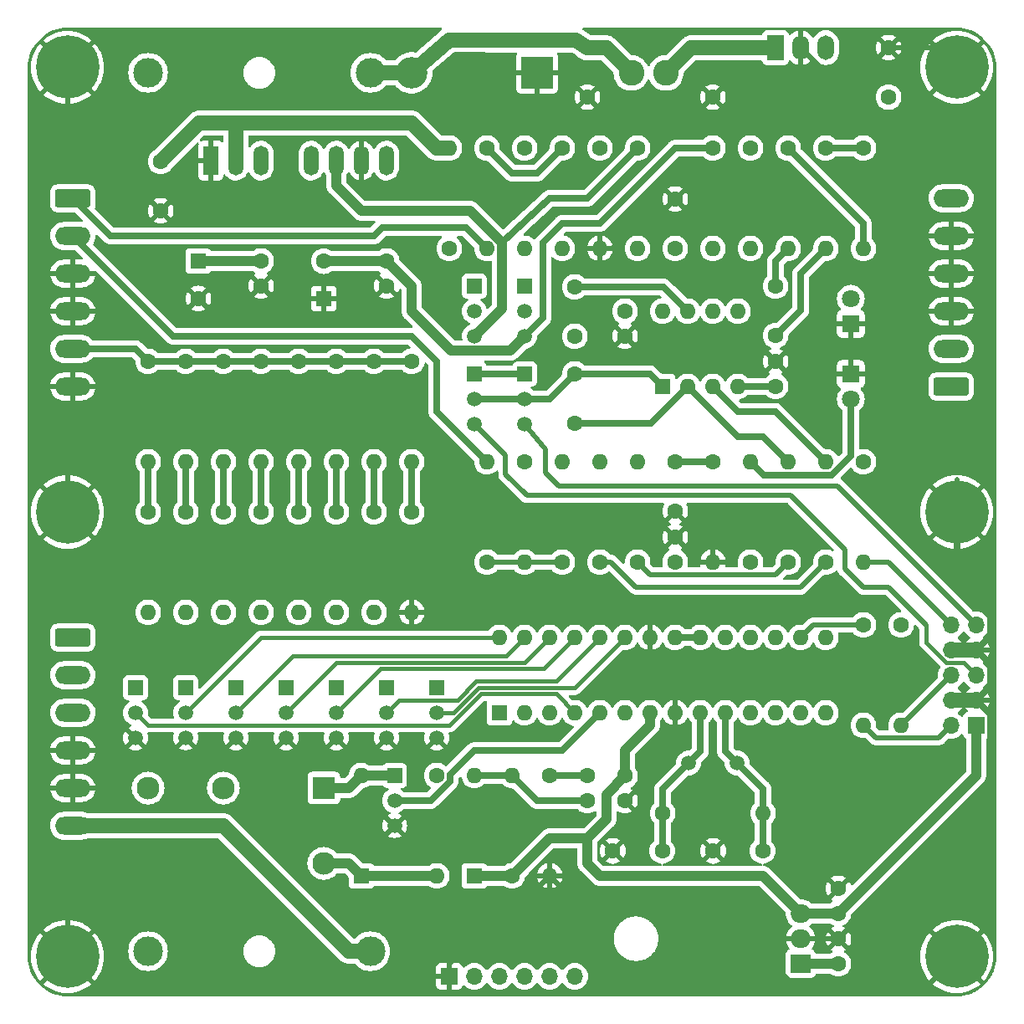
<source format=gbl>
G04 #@! TF.GenerationSoftware,KiCad,Pcbnew,7.0.7*
G04 #@! TF.CreationDate,2023-11-18T21:36:32+01:00*
G04 #@! TF.ProjectId,Mod2Arinc,4d6f6432-4172-4696-9e63-2e6b69636164,rev?*
G04 #@! TF.SameCoordinates,Original*
G04 #@! TF.FileFunction,Copper,L2,Bot*
G04 #@! TF.FilePolarity,Positive*
%FSLAX46Y46*%
G04 Gerber Fmt 4.6, Leading zero omitted, Abs format (unit mm)*
G04 Created by KiCad (PCBNEW 7.0.7) date 2023-11-18 21:36:32*
%MOMM*%
%LPD*%
G01*
G04 APERTURE LIST*
G04 Aperture macros list*
%AMRoundRect*
0 Rectangle with rounded corners*
0 $1 Rounding radius*
0 $2 $3 $4 $5 $6 $7 $8 $9 X,Y pos of 4 corners*
0 Add a 4 corners polygon primitive as box body*
4,1,4,$2,$3,$4,$5,$6,$7,$8,$9,$2,$3,0*
0 Add four circle primitives for the rounded corners*
1,1,$1+$1,$2,$3*
1,1,$1+$1,$4,$5*
1,1,$1+$1,$6,$7*
1,1,$1+$1,$8,$9*
0 Add four rect primitives between the rounded corners*
20,1,$1+$1,$2,$3,$4,$5,0*
20,1,$1+$1,$4,$5,$6,$7,0*
20,1,$1+$1,$6,$7,$8,$9,0*
20,1,$1+$1,$8,$9,$2,$3,0*%
G04 Aperture macros list end*
G04 #@! TA.AperFunction,ComponentPad*
%ADD10R,1.500000X1.500000*%
G04 #@! TD*
G04 #@! TA.AperFunction,ComponentPad*
%ADD11C,1.500000*%
G04 #@! TD*
G04 #@! TA.AperFunction,ComponentPad*
%ADD12C,1.600000*%
G04 #@! TD*
G04 #@! TA.AperFunction,ComponentPad*
%ADD13C,3.600000*%
G04 #@! TD*
G04 #@! TA.AperFunction,ConnectorPad*
%ADD14C,6.400000*%
G04 #@! TD*
G04 #@! TA.AperFunction,ComponentPad*
%ADD15O,1.600000X1.600000*%
G04 #@! TD*
G04 #@! TA.AperFunction,ComponentPad*
%ADD16R,1.600000X1.600000*%
G04 #@! TD*
G04 #@! TA.AperFunction,ComponentPad*
%ADD17C,3.000000*%
G04 #@! TD*
G04 #@! TA.AperFunction,ComponentPad*
%ADD18R,1.700000X2.500000*%
G04 #@! TD*
G04 #@! TA.AperFunction,ComponentPad*
%ADD19O,1.700000X2.500000*%
G04 #@! TD*
G04 #@! TA.AperFunction,ComponentPad*
%ADD20R,1.500000X3.000000*%
G04 #@! TD*
G04 #@! TA.AperFunction,ComponentPad*
%ADD21O,1.500000X3.000000*%
G04 #@! TD*
G04 #@! TA.AperFunction,ComponentPad*
%ADD22R,1.700000X1.700000*%
G04 #@! TD*
G04 #@! TA.AperFunction,ComponentPad*
%ADD23O,1.700000X1.700000*%
G04 #@! TD*
G04 #@! TA.AperFunction,ComponentPad*
%ADD24R,2.000000X1.905000*%
G04 #@! TD*
G04 #@! TA.AperFunction,ComponentPad*
%ADD25O,2.000000X1.905000*%
G04 #@! TD*
G04 #@! TA.AperFunction,ComponentPad*
%ADD26R,3.200000X3.200000*%
G04 #@! TD*
G04 #@! TA.AperFunction,ComponentPad*
%ADD27O,3.200000X3.200000*%
G04 #@! TD*
G04 #@! TA.AperFunction,ComponentPad*
%ADD28R,2.300000X2.300000*%
G04 #@! TD*
G04 #@! TA.AperFunction,ComponentPad*
%ADD29C,2.300000*%
G04 #@! TD*
G04 #@! TA.AperFunction,ComponentPad*
%ADD30C,2.600000*%
G04 #@! TD*
G04 #@! TA.AperFunction,ComponentPad*
%ADD31O,3.600000X1.800000*%
G04 #@! TD*
G04 #@! TA.AperFunction,ComponentPad*
%ADD32RoundRect,0.250000X-1.550000X0.650000X-1.550000X-0.650000X1.550000X-0.650000X1.550000X0.650000X0*%
G04 #@! TD*
G04 #@! TA.AperFunction,ComponentPad*
%ADD33R,1.800000X1.800000*%
G04 #@! TD*
G04 #@! TA.AperFunction,ComponentPad*
%ADD34C,1.800000*%
G04 #@! TD*
G04 #@! TA.AperFunction,ComponentPad*
%ADD35RoundRect,0.250000X1.550000X-0.650000X1.550000X0.650000X-1.550000X0.650000X-1.550000X-0.650000X0*%
G04 #@! TD*
G04 #@! TA.AperFunction,Conductor*
%ADD36C,1.500000*%
G04 #@! TD*
G04 #@! TA.AperFunction,Conductor*
%ADD37C,0.700000*%
G04 #@! TD*
G04 #@! TA.AperFunction,Conductor*
%ADD38C,0.500000*%
G04 #@! TD*
G04 #@! TA.AperFunction,Conductor*
%ADD39C,0.400000*%
G04 #@! TD*
G04 #@! TA.AperFunction,Conductor*
%ADD40C,1.000000*%
G04 #@! TD*
G04 APERTURE END LIST*
D10*
X166980000Y-117770000D03*
D11*
X166980000Y-120310000D03*
X166980000Y-122850000D03*
D12*
X206350000Y-86030000D03*
X206350000Y-91030000D03*
D13*
X155000000Y-55000000D03*
D14*
X155000000Y-55000000D03*
D12*
X189840000Y-100000000D03*
D15*
X189840000Y-110160000D03*
D12*
X211430000Y-79680000D03*
X211430000Y-82180000D03*
D10*
X201270000Y-86030000D03*
D11*
X201270000Y-88570000D03*
X201270000Y-91110000D03*
D12*
X220320000Y-94920000D03*
D15*
X220320000Y-105080000D03*
D12*
X174600000Y-100000000D03*
D15*
X174600000Y-110160000D03*
D16*
X196190000Y-136830000D03*
D15*
X196190000Y-126670000D03*
D12*
X182220000Y-84760000D03*
D15*
X182220000Y-94920000D03*
D12*
X174600000Y-84760000D03*
D15*
X174600000Y-94920000D03*
D12*
X201270000Y-94920000D03*
D15*
X201270000Y-105080000D03*
D12*
X197460000Y-63170000D03*
D15*
X197460000Y-73330000D03*
D12*
X163170000Y-100000000D03*
D15*
X163170000Y-110160000D03*
D12*
X216510000Y-73330000D03*
X216510000Y-68330000D03*
D17*
X163170000Y-144450000D03*
X185670000Y-144450000D03*
X163170000Y-55550000D03*
X185670000Y-55550000D03*
D13*
X245000000Y-55000000D03*
D14*
X245000000Y-55000000D03*
D12*
X220320000Y-63170000D03*
D15*
X220320000Y-73330000D03*
D16*
X215240000Y-87300000D03*
D15*
X217780000Y-87300000D03*
X220320000Y-87300000D03*
X222860000Y-87300000D03*
X222860000Y-79680000D03*
X220320000Y-79680000D03*
X217780000Y-79680000D03*
X215240000Y-79680000D03*
D12*
X235560000Y-94920000D03*
D15*
X235560000Y-105080000D03*
D12*
X226670000Y-84760000D03*
X226670000Y-87260000D03*
D10*
X196190000Y-77140000D03*
D11*
X196190000Y-79680000D03*
X196190000Y-82220000D03*
D13*
X155000000Y-145000000D03*
D14*
X155000000Y-145000000D03*
D10*
X177140000Y-117780000D03*
D11*
X177140000Y-120320000D03*
X177140000Y-122860000D03*
D12*
X211430000Y-126710000D03*
X211430000Y-129210000D03*
D13*
X155000000Y-100000000D03*
D14*
X155000000Y-100000000D03*
D12*
X233020000Y-145720000D03*
X233020000Y-143220000D03*
X192380000Y-126670000D03*
D15*
X192380000Y-136830000D03*
D12*
X235560000Y-111430000D03*
D15*
X235560000Y-121590000D03*
D12*
X197460000Y-105080000D03*
D15*
X197460000Y-94920000D03*
D16*
X168250000Y-74600000D03*
D12*
X168250000Y-78400000D03*
X178410000Y-84760000D03*
D15*
X178410000Y-94920000D03*
D10*
X187300000Y-117780000D03*
D11*
X187300000Y-120320000D03*
X187300000Y-122860000D03*
D12*
X186030000Y-84760000D03*
D15*
X186030000Y-94920000D03*
D10*
X182220000Y-117780000D03*
D11*
X182220000Y-120320000D03*
X182220000Y-122860000D03*
D13*
X245000000Y-100000000D03*
D14*
X245000000Y-100000000D03*
D12*
X170790000Y-84760000D03*
D15*
X170790000Y-94920000D03*
D12*
X227940000Y-105080000D03*
D15*
X227940000Y-94920000D03*
D12*
X189840000Y-84760000D03*
D15*
X189840000Y-94920000D03*
D12*
X170790000Y-100000000D03*
D15*
X170790000Y-110160000D03*
D12*
X233020000Y-140600000D03*
X233020000Y-138100000D03*
X215240000Y-130480000D03*
D15*
X225400000Y-130480000D03*
D12*
X203810000Y-126670000D03*
D15*
X203810000Y-136830000D03*
D12*
X186030000Y-100000000D03*
D15*
X186030000Y-110160000D03*
D12*
X200000000Y-136830000D03*
D15*
X200000000Y-126670000D03*
D12*
X205080000Y-63170000D03*
D15*
X205080000Y-73330000D03*
D12*
X224130000Y-63170000D03*
D15*
X224130000Y-73330000D03*
D12*
X224130000Y-105080000D03*
D15*
X224130000Y-94920000D03*
D12*
X164440000Y-64520000D03*
X164440000Y-69520000D03*
X163170000Y-84760000D03*
D15*
X163170000Y-94920000D03*
D12*
X174600000Y-74600000D03*
X174600000Y-77100000D03*
X207620000Y-53010000D03*
X207620000Y-58010000D03*
D16*
X180950000Y-78410000D03*
D12*
X180950000Y-74610000D03*
D18*
X226670000Y-53010000D03*
D19*
X229210000Y-53010000D03*
X231750000Y-53010000D03*
D12*
X231750000Y-63170000D03*
D15*
X231750000Y-73330000D03*
D20*
X169520000Y-64440000D03*
D21*
X172060000Y-64440000D03*
X174600000Y-64440000D03*
X179680000Y-64440000D03*
X182220000Y-64440000D03*
X184760000Y-64440000D03*
X187300000Y-64440000D03*
D12*
X212700000Y-105080000D03*
D15*
X212700000Y-94920000D03*
D10*
X161900000Y-117780000D03*
D11*
X161900000Y-120320000D03*
X161900000Y-122860000D03*
D13*
X245000000Y-145000000D03*
D14*
X245000000Y-145000000D03*
D12*
X207620000Y-129210000D03*
X207620000Y-126710000D03*
X215200000Y-134290000D03*
X210200000Y-134290000D03*
D16*
X198730000Y-120320000D03*
D15*
X201270000Y-120320000D03*
X203810000Y-120320000D03*
X206350000Y-120320000D03*
X208890000Y-120320000D03*
X211430000Y-120320000D03*
X213970000Y-120320000D03*
X216510000Y-120320000D03*
X219050000Y-120320000D03*
X221590000Y-120320000D03*
X224130000Y-120320000D03*
X226670000Y-120320000D03*
X229210000Y-120320000D03*
X231750000Y-120320000D03*
X231750000Y-112700000D03*
X229210000Y-112700000D03*
X226670000Y-112700000D03*
X224130000Y-112700000D03*
X221590000Y-112700000D03*
X219050000Y-112700000D03*
X216510000Y-112700000D03*
X213970000Y-112700000D03*
X211430000Y-112700000D03*
X208890000Y-112700000D03*
X206350000Y-112700000D03*
X203810000Y-112700000D03*
X201270000Y-112700000D03*
X198730000Y-112700000D03*
D22*
X193650000Y-146990000D03*
D23*
X196190000Y-146990000D03*
X198730000Y-146990000D03*
X201270000Y-146990000D03*
X203810000Y-146990000D03*
X206350000Y-146990000D03*
D12*
X227940000Y-63170000D03*
D15*
X227940000Y-73330000D03*
D12*
X216510000Y-94920000D03*
X216510000Y-99920000D03*
X216510000Y-105040000D03*
X216510000Y-102540000D03*
X205080000Y-105080000D03*
D15*
X205080000Y-94920000D03*
D12*
X178410000Y-100000000D03*
D15*
X178410000Y-110160000D03*
D12*
X208890000Y-105080000D03*
D15*
X208890000Y-94920000D03*
D12*
X182220000Y-100000000D03*
D15*
X182220000Y-110160000D03*
D16*
X184760000Y-136830000D03*
D15*
X184760000Y-126670000D03*
D12*
X201270000Y-63170000D03*
D15*
X201270000Y-73330000D03*
D12*
X235560000Y-63170000D03*
D15*
X235560000Y-73330000D03*
D12*
X166980000Y-100000000D03*
D15*
X166980000Y-110160000D03*
D10*
X172060000Y-117780000D03*
D11*
X172060000Y-120320000D03*
X172060000Y-122860000D03*
D12*
X239370000Y-111430000D03*
D15*
X239370000Y-121590000D03*
D24*
X229210000Y-145720000D03*
D25*
X229210000Y-143180000D03*
X229210000Y-140640000D03*
D26*
X202540000Y-55550000D03*
D27*
X189840000Y-55550000D03*
D12*
X225360000Y-134290000D03*
X220360000Y-134290000D03*
D11*
X217870000Y-125400000D03*
X222770000Y-125400000D03*
D12*
X226670000Y-77140000D03*
X226670000Y-82140000D03*
D10*
X188120000Y-126660000D03*
D11*
X188120000Y-129200000D03*
X188120000Y-131740000D03*
D12*
X231750000Y-105080000D03*
D15*
X231750000Y-94920000D03*
D12*
X206350000Y-77220000D03*
X206350000Y-82220000D03*
X238100000Y-58010000D03*
X238100000Y-53010000D03*
D10*
X196190000Y-86030000D03*
D11*
X196190000Y-88570000D03*
X196190000Y-91110000D03*
D28*
X180950000Y-127940000D03*
D29*
X170790000Y-127940000D03*
X163170000Y-127940000D03*
X180950000Y-135560000D03*
D12*
X220320000Y-53010000D03*
X220320000Y-58010000D03*
D10*
X192380000Y-117780000D03*
D11*
X192380000Y-120320000D03*
X192380000Y-122860000D03*
D12*
X193650000Y-73330000D03*
D15*
X193650000Y-63170000D03*
D12*
X212700000Y-63170000D03*
D15*
X212700000Y-73330000D03*
D12*
X208890000Y-63170000D03*
D15*
X208890000Y-73330000D03*
D12*
X187300000Y-77100000D03*
X187300000Y-74600000D03*
D10*
X201270000Y-77140000D03*
D11*
X201270000Y-79680000D03*
X201270000Y-82220000D03*
D12*
X166980000Y-84760000D03*
D15*
X166980000Y-94920000D03*
D30*
X212075837Y-55557712D03*
X215575837Y-55557712D03*
D31*
X155550000Y-131750000D03*
X155550000Y-127940000D03*
X155550000Y-124130000D03*
X155550000Y-120320000D03*
X155550000Y-116510000D03*
D32*
X155550000Y-112700000D03*
D33*
X234290000Y-80950000D03*
D34*
X234290000Y-78410000D03*
D22*
X246990000Y-121590000D03*
D23*
X244450000Y-121590000D03*
X246990000Y-119050000D03*
X244450000Y-119050000D03*
X246990000Y-116510000D03*
X244450000Y-116510000D03*
X246990000Y-113970000D03*
X244450000Y-113970000D03*
X246990000Y-111430000D03*
X244450000Y-111430000D03*
D32*
X155550000Y-68250000D03*
D31*
X155550000Y-72060000D03*
X155550000Y-75870000D03*
X155550000Y-79680000D03*
X155550000Y-83490000D03*
X155550000Y-87300000D03*
D35*
X244450000Y-87300000D03*
D31*
X244450000Y-83490000D03*
X244450000Y-79680000D03*
X244450000Y-75870000D03*
X244450000Y-72060000D03*
X244450000Y-68250000D03*
D33*
X234290000Y-86030000D03*
D34*
X234290000Y-88570000D03*
D36*
X185670000Y-55550000D02*
X189840000Y-55550000D01*
X189840000Y-55550000D02*
X193650000Y-52210001D01*
X193650000Y-52210001D02*
X206442637Y-52245673D01*
X209528125Y-53010000D02*
X212075837Y-55557712D01*
X207620000Y-53010000D02*
X209528125Y-53010000D01*
X206442637Y-52245673D02*
X207620000Y-53010000D01*
X220320000Y-53010000D02*
X218123549Y-53010000D01*
X218123549Y-53010000D02*
X215575837Y-55557712D01*
X226670000Y-53010000D02*
X220320000Y-53010000D01*
D37*
X219050000Y-124220000D02*
X217870000Y-125400000D01*
X215240000Y-128030000D02*
X215240000Y-130480000D01*
X219050000Y-120320000D02*
X219050000Y-124220000D01*
X215240000Y-134250000D02*
X215200000Y-134290000D01*
X215240000Y-130480000D02*
X215240000Y-134250000D01*
X217870000Y-125400000D02*
X215240000Y-128030000D01*
D38*
X155550000Y-140640000D02*
X155000000Y-141190000D01*
X229210000Y-53010000D02*
X229210000Y-55550000D01*
X219050000Y-59280000D02*
X220320000Y-58010000D01*
X151740000Y-79680000D02*
X151740000Y-87300000D01*
X155550000Y-136830000D02*
X155550000Y-140640000D01*
D39*
X188570000Y-124130000D02*
X191110000Y-124130000D01*
D38*
X155000000Y-60080000D02*
X155000000Y-55000000D01*
D39*
X186030000Y-124130000D02*
X187300000Y-122860000D01*
D38*
X221590000Y-139370000D02*
X225400000Y-143180000D01*
D39*
X172060000Y-122860000D02*
X173330000Y-124130000D01*
D36*
X244450000Y-113970000D02*
X246990000Y-113970000D01*
D39*
X187300000Y-122860000D02*
X188570000Y-124130000D01*
X170790000Y-124130000D02*
X172060000Y-122860000D01*
D38*
X244450000Y-75870000D02*
X244450000Y-79680000D01*
D39*
X178410000Y-124130000D02*
X180950000Y-124130000D01*
D38*
X155550000Y-127940000D02*
X151740000Y-127940000D01*
X155550000Y-75870000D02*
X151740000Y-75870000D01*
X213970000Y-112700000D02*
X213970000Y-115240000D01*
X211430000Y-82180000D02*
X212740000Y-83490000D01*
X225400000Y-143180000D02*
X229210000Y-143180000D01*
X225400000Y-83490000D02*
X226670000Y-84760000D01*
X219050000Y-105080000D02*
X220320000Y-105080000D01*
X164440000Y-69520000D02*
X155000000Y-60080000D01*
X238100000Y-53010000D02*
X243010000Y-53010000D01*
X203810000Y-136830000D02*
X206350000Y-139370000D01*
D39*
X173330000Y-124130000D02*
X175870000Y-124130000D01*
D38*
X155000000Y-95640000D02*
X155000000Y-100000000D01*
D37*
X248390000Y-127940000D02*
X248390000Y-120450000D01*
X248390000Y-107741017D02*
X245000000Y-104351017D01*
X246990000Y-119050000D02*
X248390000Y-117650000D01*
X248390000Y-130685000D02*
X248390000Y-130480000D01*
D39*
X161900000Y-122860000D02*
X160630000Y-124130000D01*
D38*
X243010000Y-53010000D02*
X245000000Y-55000000D01*
X175910000Y-78410000D02*
X180950000Y-78410000D01*
D37*
X246990000Y-113970000D02*
X248390000Y-112570000D01*
D38*
X228897500Y-148260000D02*
X225400000Y-144762500D01*
D39*
X180950000Y-124130000D02*
X182220000Y-122860000D01*
D38*
X248390000Y-141610000D02*
X248390000Y-130480000D01*
X238100000Y-79680000D02*
X244450000Y-79680000D01*
X206350000Y-139370000D02*
X221590000Y-139370000D01*
X235560000Y-55550000D02*
X238100000Y-53010000D01*
X220320000Y-58010000D02*
X221510000Y-56820000D01*
X151740000Y-124130000D02*
X151740000Y-127940000D01*
X236830000Y-80950000D02*
X238100000Y-79680000D01*
X227940000Y-86030000D02*
X234290000Y-86030000D01*
X245000000Y-145000000D02*
X248390000Y-141610000D01*
X215320000Y-69520000D02*
X216510000Y-68330000D01*
D37*
X248390000Y-112570000D02*
X248390000Y-107741017D01*
D39*
X175870000Y-124130000D02*
X177140000Y-122860000D01*
D38*
X213970000Y-69520000D02*
X215320000Y-69520000D01*
X151740000Y-93650000D02*
X153730000Y-95640000D01*
D39*
X166980000Y-122860000D02*
X168250000Y-124130000D01*
D38*
X216510000Y-102540000D02*
X219050000Y-105080000D01*
X207620000Y-58010000D02*
X208970000Y-59360000D01*
X234290000Y-80950000D02*
X236830000Y-80950000D01*
D39*
X161900000Y-122860000D02*
X163170000Y-124130000D01*
D38*
X245000000Y-145000000D02*
X241740000Y-148260000D01*
D39*
X160630000Y-124130000D02*
X155550000Y-124130000D01*
D37*
X248390000Y-120450000D02*
X246990000Y-119050000D01*
D38*
X172020000Y-79680000D02*
X174600000Y-77100000D01*
X151740000Y-75870000D02*
X151740000Y-79680000D01*
D37*
X245000000Y-104351017D02*
X245000000Y-100000000D01*
D38*
X234290000Y-80950000D02*
X234290000Y-86030000D01*
X216510000Y-117780000D02*
X216510000Y-120320000D01*
D39*
X177140000Y-122860000D02*
X178410000Y-124130000D01*
D38*
X168250000Y-68250000D02*
X169520000Y-66980000D01*
D39*
X245000000Y-145000000D02*
X246800000Y-143200000D01*
D38*
X227940000Y-56820000D02*
X229210000Y-55550000D01*
D39*
X168250000Y-124130000D02*
X170790000Y-124130000D01*
D37*
X248390000Y-117650000D02*
X248390000Y-115370000D01*
D38*
X225400000Y-144762500D02*
X225400000Y-143180000D01*
X201270000Y-139370000D02*
X203810000Y-136830000D01*
D39*
X182220000Y-122860000D02*
X183490000Y-124130000D01*
D38*
X155550000Y-79680000D02*
X151740000Y-79680000D01*
X200000000Y-139370000D02*
X201270000Y-139370000D01*
X229210000Y-53010000D02*
X231750000Y-55550000D01*
X169520000Y-66980000D02*
X169520000Y-64440000D01*
X193650000Y-146990000D02*
X193650000Y-145720000D01*
X226670000Y-84760000D02*
X227940000Y-86030000D01*
X151740000Y-133020000D02*
X155550000Y-136830000D01*
X248300000Y-127940000D02*
X248390000Y-127940000D01*
X221510000Y-56820000D02*
X227940000Y-56820000D01*
X231750000Y-55550000D02*
X235560000Y-55550000D01*
X212740000Y-83490000D02*
X225400000Y-83490000D01*
X233020000Y-143220000D02*
X229250000Y-143220000D01*
X241740000Y-148260000D02*
X228897500Y-148260000D01*
X151740000Y-127940000D02*
X151740000Y-133020000D01*
X229250000Y-143220000D02*
X229210000Y-143180000D01*
X245000000Y-96740000D02*
X245000000Y-100000000D01*
D37*
X248390000Y-115370000D02*
X246990000Y-113970000D01*
D38*
X174600000Y-77100000D02*
X175910000Y-78410000D01*
X151740000Y-87300000D02*
X151740000Y-93650000D01*
X168250000Y-78400000D02*
X169530000Y-79680000D01*
X169530000Y-79680000D02*
X172020000Y-79680000D01*
D39*
X163170000Y-124130000D02*
X165710000Y-124130000D01*
D38*
X219050000Y-59360000D02*
X219050000Y-59280000D01*
X208970000Y-59360000D02*
X219050000Y-59360000D01*
X155550000Y-87300000D02*
X151740000Y-87300000D01*
X155550000Y-124130000D02*
X151740000Y-124130000D01*
X153730000Y-95640000D02*
X155000000Y-95640000D01*
X233020000Y-143220000D02*
X248300000Y-127940000D01*
D39*
X191110000Y-124130000D02*
X192380000Y-122860000D01*
X165710000Y-124130000D02*
X166980000Y-122860000D01*
D38*
X213970000Y-115240000D02*
X216510000Y-117780000D01*
X210160000Y-73330000D02*
X213970000Y-69520000D01*
X193650000Y-145720000D02*
X200000000Y-139370000D01*
X244450000Y-72060000D02*
X244450000Y-75870000D01*
X208890000Y-73330000D02*
X210160000Y-73330000D01*
X165710000Y-68250000D02*
X168250000Y-68250000D01*
D37*
X248390000Y-130480000D02*
X248390000Y-127940000D01*
D39*
X183490000Y-124130000D02*
X186030000Y-124130000D01*
D38*
X164440000Y-69520000D02*
X165710000Y-68250000D01*
X155000000Y-141190000D02*
X155000000Y-145000000D01*
D36*
X244450000Y-119050000D02*
X246990000Y-119050000D01*
D37*
X202540000Y-129210000D02*
X207620000Y-129210000D01*
X196190000Y-126670000D02*
X200000000Y-126670000D01*
X200000000Y-126670000D02*
X202540000Y-129210000D01*
X203810000Y-126670000D02*
X207580000Y-126670000D01*
X207580000Y-126670000D02*
X207620000Y-126710000D01*
X221590000Y-124220000D02*
X222770000Y-125400000D01*
X221590000Y-120320000D02*
X221590000Y-124220000D01*
X225360000Y-134290000D02*
X225360000Y-130520000D01*
X225400000Y-128030000D02*
X222770000Y-125400000D01*
X225400000Y-130480000D02*
X225400000Y-128030000D01*
X225360000Y-130520000D02*
X225400000Y-130480000D01*
D40*
X246990000Y-126630000D02*
X246990000Y-121590000D01*
X232980000Y-140640000D02*
X233020000Y-140600000D01*
X213970000Y-121590000D02*
X211430000Y-124130000D01*
X211430000Y-124130000D02*
X211430000Y-126710000D01*
X207620000Y-133020000D02*
X203810000Y-133020000D01*
X233020000Y-140600000D02*
X246990000Y-126630000D01*
X225400000Y-136830000D02*
X208890000Y-136830000D01*
X208890000Y-136830000D02*
X207620000Y-135560000D01*
X209552699Y-131087301D02*
X207620000Y-133020000D01*
X203810000Y-133020000D02*
X200000000Y-136830000D01*
X209552699Y-128587301D02*
X209552699Y-131087301D01*
D37*
X219050000Y-112700000D02*
X216510000Y-112700000D01*
D40*
X196190000Y-136830000D02*
X200000000Y-136830000D01*
X229210000Y-140640000D02*
X232980000Y-140640000D01*
X211430000Y-126710000D02*
X209552699Y-128587301D01*
X213970000Y-120320000D02*
X213970000Y-121590000D01*
X229210000Y-140640000D02*
X225400000Y-136830000D01*
X207620000Y-135560000D02*
X207620000Y-133020000D01*
X229210000Y-145720000D02*
X233020000Y-145720000D01*
D37*
X212700000Y-63170000D02*
X207620000Y-68250000D01*
D40*
X182220000Y-66980000D02*
X184760000Y-69520000D01*
D38*
X199357514Y-96187005D02*
X201511812Y-98341303D01*
X196190000Y-91110000D02*
X199357514Y-94277514D01*
D39*
X245700000Y-115220000D02*
X243932233Y-115220000D01*
D40*
X195771321Y-69520000D02*
X194920000Y-69520000D01*
D37*
X203810000Y-68250000D02*
X198960000Y-72708679D01*
D38*
X235560000Y-107620000D02*
X238100000Y-107620000D01*
X233679397Y-103824971D02*
X233679397Y-105783424D01*
D40*
X198960000Y-72708679D02*
X195771321Y-69520000D01*
X182220000Y-64440000D02*
X182220000Y-66980000D01*
D38*
X233679397Y-105783424D02*
X233723424Y-105783424D01*
D40*
X196190000Y-82220000D02*
X198960000Y-79450000D01*
X168250000Y-74600000D02*
X174600000Y-74600000D01*
X184760000Y-69520000D02*
X194920000Y-69520000D01*
D38*
X233723424Y-105783424D02*
X235560000Y-107620000D01*
D37*
X207620000Y-68250000D02*
X203810000Y-68250000D01*
D38*
X201511812Y-98341303D02*
X228195729Y-98341303D01*
D39*
X246990000Y-116510000D02*
X245700000Y-115220000D01*
D38*
X228195729Y-98341303D02*
X233679397Y-103824971D01*
X199357514Y-94277514D02*
X199357514Y-96187005D01*
D39*
X241910000Y-113197767D02*
X241910000Y-111430000D01*
D40*
X198960000Y-79450000D02*
X198960000Y-72708679D01*
D39*
X243932233Y-115220000D02*
X241910000Y-113197767D01*
D38*
X238100000Y-107620000D02*
X241910000Y-111430000D01*
X232975086Y-97365071D02*
X232975086Y-97415086D01*
D37*
X201270000Y-82220000D02*
X203091833Y-80398167D01*
X216510000Y-63170000D02*
X220320000Y-63170000D01*
D40*
X187300000Y-74600000D02*
X189840000Y-77140000D01*
D37*
X208890000Y-70790000D02*
X216510000Y-63170000D01*
D38*
X204743259Y-97362077D02*
X232975086Y-97365071D01*
D37*
X203091833Y-80398167D02*
X203091833Y-72778167D01*
D40*
X199820000Y-83670000D02*
X201270000Y-82220000D01*
D38*
X232975086Y-97415086D02*
X246990000Y-111430000D01*
X201270000Y-91110000D02*
X203377970Y-93650000D01*
D40*
X180950000Y-74600000D02*
X187300000Y-74600000D01*
D37*
X203091833Y-72778167D02*
X205080000Y-70790000D01*
D38*
X203372342Y-95991160D02*
X204743259Y-97362077D01*
D40*
X189840000Y-77140000D02*
X189840000Y-79680000D01*
X189840000Y-79680000D02*
X193830000Y-83670000D01*
D38*
X203377970Y-93650000D02*
X203372342Y-95991160D01*
D40*
X193830000Y-83670000D02*
X199820000Y-83670000D01*
D37*
X205080000Y-70790000D02*
X208890000Y-70790000D01*
D40*
X180950000Y-135560000D02*
X183490000Y-135560000D01*
X192380000Y-136830000D02*
X184760000Y-136830000D01*
X183490000Y-135560000D02*
X184760000Y-136830000D01*
X184770000Y-126660000D02*
X184760000Y-126670000D01*
X180950000Y-127940000D02*
X183490000Y-127940000D01*
X188120000Y-126660000D02*
X184770000Y-126660000D01*
X183490000Y-127940000D02*
X184760000Y-126670000D01*
D37*
X224130000Y-94920000D02*
X225480000Y-96270000D01*
X232309189Y-96270000D02*
X234290000Y-94289189D01*
X234290000Y-94289189D02*
X234290000Y-88570000D01*
X225480000Y-96270000D02*
X232309189Y-96270000D01*
D36*
X183490000Y-144450000D02*
X185670000Y-144450000D01*
X155550000Y-131750000D02*
X170790000Y-131750000D01*
X170790000Y-131750000D02*
X183490000Y-144450000D01*
D37*
X235560000Y-70790000D02*
X235560000Y-73330000D01*
X227940000Y-63170000D02*
X235560000Y-70790000D01*
X231750000Y-63170000D02*
X235560000Y-63170000D01*
X186871540Y-71218460D02*
X195348460Y-71218460D01*
X159360000Y-72060000D02*
X186030000Y-72060000D01*
X195348460Y-71218460D02*
X197460000Y-73330000D01*
X186030000Y-72060000D02*
X186871540Y-71218460D01*
X155550000Y-68250000D02*
X159360000Y-72060000D01*
X189840000Y-82220000D02*
X192380000Y-84760000D01*
X192380000Y-89840000D02*
X197460000Y-94920000D01*
X165710000Y-82220000D02*
X189840000Y-82220000D01*
X192380000Y-84760000D02*
X192380000Y-89840000D01*
X155550000Y-72060000D02*
X165710000Y-82220000D01*
X161900000Y-83490000D02*
X155550000Y-83490000D01*
X186030000Y-84760000D02*
X182220000Y-84760000D01*
X166980000Y-84760000D02*
X163170000Y-84760000D01*
X163170000Y-84760000D02*
X161900000Y-83490000D01*
X189840000Y-84760000D02*
X186030000Y-84760000D01*
X178410000Y-84760000D02*
X174600000Y-84760000D01*
X182220000Y-84760000D02*
X178410000Y-84760000D01*
X170790000Y-84760000D02*
X166980000Y-84760000D01*
X174600000Y-84760000D02*
X170790000Y-84760000D01*
X193730000Y-127229189D02*
X191759189Y-129200000D01*
X196190000Y-124130000D02*
X193730000Y-126590000D01*
X205080000Y-124130000D02*
X196190000Y-124130000D01*
X193730000Y-126590000D02*
X193730000Y-127229189D01*
X191759189Y-129200000D02*
X188120000Y-129200000D01*
X208890000Y-120320000D02*
X205080000Y-124130000D01*
X226670000Y-77140000D02*
X226670000Y-74600000D01*
X226670000Y-74600000D02*
X227940000Y-73330000D01*
X229210000Y-79600000D02*
X229210000Y-75870000D01*
X229210000Y-75870000D02*
X231750000Y-73330000D01*
X226670000Y-82140000D02*
X229210000Y-79600000D01*
D38*
X212700000Y-105080000D02*
X213970000Y-106350000D01*
X213970000Y-106350000D02*
X226670000Y-106350000D01*
X226670000Y-106350000D02*
X227940000Y-105080000D01*
X208890000Y-105080000D02*
X210021370Y-105080000D01*
X210021370Y-105080000D02*
X212561370Y-107620000D01*
X229210000Y-107620000D02*
X231750000Y-105080000D01*
X212561370Y-107620000D02*
X229210000Y-107620000D01*
X230480000Y-111430000D02*
X229210000Y-112700000D01*
X235560000Y-111430000D02*
X230480000Y-111430000D01*
D39*
X163170000Y-121590000D02*
X193650000Y-121590000D01*
X204445000Y-118415000D02*
X206350000Y-120320000D01*
X161900000Y-120320000D02*
X163170000Y-121590000D01*
X196825000Y-118415000D02*
X204445000Y-118415000D01*
X193650000Y-121590000D02*
X196825000Y-118415000D01*
X206315000Y-117815000D02*
X211430000Y-112700000D01*
X196576472Y-117815000D02*
X206315000Y-117815000D01*
X192380000Y-120320000D02*
X194071472Y-120320000D01*
X194071472Y-120320000D02*
X196576472Y-117815000D01*
X194492944Y-119050000D02*
X196397944Y-117145000D01*
X187300000Y-120320000D02*
X188570000Y-119050000D01*
X188570000Y-119050000D02*
X194492944Y-119050000D01*
X204445000Y-117145000D02*
X208890000Y-112700000D01*
X196397944Y-117145000D02*
X204445000Y-117145000D01*
X203175000Y-115875000D02*
X206350000Y-112700000D01*
X182220000Y-120320000D02*
X186665000Y-115875000D01*
X186665000Y-115875000D02*
X203175000Y-115875000D01*
X201270000Y-115240000D02*
X203810000Y-112700000D01*
X182220000Y-115240000D02*
X201270000Y-115240000D01*
X177140000Y-120320000D02*
X182220000Y-115240000D01*
X177775000Y-114605000D02*
X199365000Y-114605000D01*
X172060000Y-120320000D02*
X177775000Y-114605000D01*
X199365000Y-114605000D02*
X201270000Y-112700000D01*
X174600000Y-112700000D02*
X198730000Y-112700000D01*
X166980000Y-120320000D02*
X174600000Y-112700000D01*
D36*
X192380000Y-63170000D02*
X189840000Y-60630000D01*
X172060000Y-60630000D02*
X168330000Y-60630000D01*
X189840000Y-60630000D02*
X172060000Y-60630000D01*
X168330000Y-60630000D02*
X164440000Y-64520000D01*
X193650000Y-63170000D02*
X192380000Y-63170000D01*
X172060000Y-64440000D02*
X172060000Y-60630000D01*
D37*
X213970000Y-86030000D02*
X215240000Y-87300000D01*
X196190000Y-88570000D02*
X201270000Y-88570000D01*
X206350000Y-86030000D02*
X213970000Y-86030000D01*
X203810000Y-88570000D02*
X206350000Y-86030000D01*
X201270000Y-88570000D02*
X203810000Y-88570000D01*
X206350000Y-91030000D02*
X214050000Y-91030000D01*
X217780000Y-87300000D02*
X222860000Y-92380000D01*
X222860000Y-92380000D02*
X225400000Y-92380000D01*
X214050000Y-91030000D02*
X217780000Y-87300000D01*
X225400000Y-92380000D02*
X227940000Y-94920000D01*
X226670000Y-89840000D02*
X231750000Y-94920000D01*
X222860000Y-89840000D02*
X226670000Y-89840000D01*
X220320000Y-87300000D02*
X222860000Y-89840000D01*
X216510000Y-94920000D02*
X220320000Y-94920000D01*
X215320000Y-77220000D02*
X217780000Y-79680000D01*
X206350000Y-77220000D02*
X215320000Y-77220000D01*
X226630000Y-87300000D02*
X226670000Y-87260000D01*
X222860000Y-87300000D02*
X226630000Y-87300000D01*
D38*
X243200000Y-122840000D02*
X244450000Y-121590000D01*
X235560000Y-121590000D02*
X236810000Y-122840000D01*
X236810000Y-122840000D02*
X243200000Y-122840000D01*
X239370000Y-121590000D02*
X244450000Y-116510000D01*
D37*
X196190000Y-86030000D02*
X201270000Y-86030000D01*
D38*
X201270000Y-105080000D02*
X205080000Y-105080000D01*
X197460000Y-105080000D02*
X201270000Y-105080000D01*
D37*
X197460000Y-63170000D02*
X200000000Y-65710000D01*
X202540000Y-65710000D02*
X205080000Y-63170000D01*
X200000000Y-65710000D02*
X202540000Y-65710000D01*
D38*
X235560000Y-105080000D02*
X238100000Y-105080000D01*
X238100000Y-105080000D02*
X244450000Y-111430000D01*
D37*
X163170000Y-94920000D02*
X163170000Y-100000000D01*
X166980000Y-94920000D02*
X166980000Y-100000000D01*
X170790000Y-94920000D02*
X170790000Y-100000000D01*
X174600000Y-94920000D02*
X174600000Y-100000000D01*
X178410000Y-94920000D02*
X178410000Y-100000000D01*
X182220000Y-94920000D02*
X182220000Y-100000000D01*
X186030000Y-94920000D02*
X186030000Y-100000000D01*
X189840000Y-94920000D02*
X189840000Y-100000000D01*
G04 #@! TA.AperFunction,Conductor*
G36*
X232266577Y-141660185D02*
G01*
X232270651Y-141662918D01*
X232367266Y-141730568D01*
X232511648Y-141797895D01*
X232564085Y-141844065D01*
X232583237Y-141911259D01*
X232563021Y-141978140D01*
X232511646Y-142022657D01*
X232367513Y-142089868D01*
X232294526Y-142140973D01*
X232836133Y-142682580D01*
X232869618Y-142743903D01*
X232864634Y-142813595D01*
X232822762Y-142869528D01*
X232804748Y-142880745D01*
X232781956Y-142892358D01*
X232781949Y-142892363D01*
X232692363Y-142981949D01*
X232692358Y-142981956D01*
X232680745Y-143004748D01*
X232632770Y-143055544D01*
X232564949Y-143072338D01*
X232498814Y-143049800D01*
X232482580Y-143036133D01*
X231940973Y-142494526D01*
X231889868Y-142567513D01*
X231793734Y-142773673D01*
X231793730Y-142773682D01*
X231734860Y-142993389D01*
X231734858Y-142993400D01*
X231715034Y-143219997D01*
X231715034Y-143220002D01*
X231734858Y-143446599D01*
X231734860Y-143446610D01*
X231793730Y-143666317D01*
X231793734Y-143666326D01*
X231889865Y-143872481D01*
X231889866Y-143872483D01*
X231940973Y-143945471D01*
X231940973Y-143945472D01*
X232482580Y-143403865D01*
X232543903Y-143370380D01*
X232613594Y-143375364D01*
X232669528Y-143417235D01*
X232680742Y-143435246D01*
X232685496Y-143444576D01*
X232692358Y-143458044D01*
X232692363Y-143458050D01*
X232781949Y-143547636D01*
X232781951Y-143547637D01*
X232781955Y-143547641D01*
X232804747Y-143559254D01*
X232855542Y-143607228D01*
X232872337Y-143675049D01*
X232849799Y-143741184D01*
X232836132Y-143757419D01*
X232294526Y-144299025D01*
X232294526Y-144299026D01*
X232367512Y-144350131D01*
X232367515Y-144350132D01*
X232382974Y-144357341D01*
X232435414Y-144403513D01*
X232454567Y-144470706D01*
X232434352Y-144537587D01*
X232382978Y-144582105D01*
X232367269Y-144589430D01*
X232367265Y-144589432D01*
X232213535Y-144697075D01*
X232147329Y-144719402D01*
X232142412Y-144719500D01*
X230812372Y-144719500D01*
X230745333Y-144699815D01*
X230699578Y-144647011D01*
X230696190Y-144638833D01*
X230653797Y-144525171D01*
X230653793Y-144525164D01*
X230567547Y-144409955D01*
X230567544Y-144409952D01*
X230452335Y-144323706D01*
X230452326Y-144323701D01*
X230421196Y-144312091D01*
X230365262Y-144270221D01*
X230340844Y-144204757D01*
X230355695Y-144136484D01*
X230366675Y-144119746D01*
X230477653Y-143977162D01*
X230477655Y-143977159D01*
X230592215Y-143765468D01*
X230592221Y-143765454D01*
X230670380Y-143537791D01*
X230688367Y-143430000D01*
X229876956Y-143430000D01*
X229809917Y-143410315D01*
X229764162Y-143357511D01*
X229753245Y-143297537D01*
X229753559Y-143292953D01*
X229763877Y-143142114D01*
X229750809Y-143079227D01*
X229756443Y-143009586D01*
X229798834Y-142954045D01*
X229864523Y-142930239D01*
X229872216Y-142930000D01*
X230688366Y-142930000D01*
X230688366Y-142929999D01*
X230670380Y-142822208D01*
X230592221Y-142594545D01*
X230592215Y-142594531D01*
X230477655Y-142382840D01*
X230477649Y-142382831D01*
X230329806Y-142192883D01*
X230329797Y-142192873D01*
X230152710Y-142029851D01*
X230152704Y-142029847D01*
X230128611Y-142014106D01*
X230083255Y-141960959D01*
X230073832Y-141891728D01*
X230103335Y-141828392D01*
X230128608Y-141806493D01*
X230153010Y-141790551D01*
X230280411Y-141673269D01*
X230343066Y-141642348D01*
X230364394Y-141640500D01*
X232199538Y-141640500D01*
X232266577Y-141660185D01*
G37*
G04 #@! TD.AperFunction*
G04 #@! TA.AperFunction,Conductor*
G36*
X216403331Y-120708091D02*
G01*
X216435699Y-120713218D01*
X216478515Y-120720000D01*
X216478519Y-120720000D01*
X216541485Y-120720000D01*
X216578960Y-120714064D01*
X216616602Y-120708102D01*
X216685893Y-120717056D01*
X216739346Y-120762052D01*
X216759986Y-120828803D01*
X216759999Y-120830575D01*
X216759999Y-121598872D01*
X216956317Y-121546269D01*
X216956326Y-121546265D01*
X217162482Y-121450134D01*
X217348820Y-121319657D01*
X217509657Y-121158820D01*
X217640132Y-120972484D01*
X217667341Y-120914134D01*
X217713513Y-120861695D01*
X217780707Y-120842542D01*
X217847588Y-120862757D01*
X217892105Y-120914132D01*
X217907730Y-120947639D01*
X217919431Y-120972732D01*
X217919432Y-120972734D01*
X218049951Y-121159137D01*
X218049952Y-121159138D01*
X218049953Y-121159139D01*
X218163182Y-121272368D01*
X218196666Y-121333689D01*
X218199500Y-121360048D01*
X218199500Y-123816348D01*
X218179815Y-123883387D01*
X218163181Y-123904029D01*
X217958806Y-124108404D01*
X217897483Y-124141889D01*
X217871125Y-124144723D01*
X217869998Y-124144723D01*
X217747089Y-124155476D01*
X217652023Y-124163793D01*
X217652020Y-124163793D01*
X217440677Y-124220422D01*
X217440668Y-124220426D01*
X217242361Y-124312898D01*
X217242357Y-124312900D01*
X217063121Y-124438402D01*
X216908402Y-124593121D01*
X216782900Y-124772357D01*
X216782898Y-124772361D01*
X216690426Y-124970668D01*
X216690422Y-124970677D01*
X216633793Y-125182020D01*
X216633793Y-125182024D01*
X216614723Y-125399997D01*
X216614723Y-125401125D01*
X216614582Y-125401603D01*
X216614251Y-125405393D01*
X216613489Y-125405326D01*
X216595038Y-125468164D01*
X216578404Y-125488806D01*
X214664830Y-127402380D01*
X214661127Y-127405794D01*
X214618898Y-127441665D01*
X214569909Y-127506108D01*
X214519155Y-127569249D01*
X214518649Y-127570041D01*
X214507469Y-127588066D01*
X214506944Y-127588938D01*
X214472939Y-127662439D01*
X214436963Y-127734980D01*
X214436582Y-127736017D01*
X214429580Y-127755906D01*
X214429267Y-127756833D01*
X214411858Y-127835926D01*
X214392314Y-127914513D01*
X214392191Y-127915416D01*
X214389607Y-127936516D01*
X214389500Y-127937501D01*
X214389500Y-128018468D01*
X214387306Y-128099438D01*
X214387389Y-128100447D01*
X214389500Y-128122649D01*
X214389500Y-129439950D01*
X214369815Y-129506989D01*
X214353182Y-129527631D01*
X214239951Y-129640862D01*
X214109432Y-129827265D01*
X214109431Y-129827267D01*
X214013261Y-130033502D01*
X214013258Y-130033511D01*
X213954366Y-130253302D01*
X213954364Y-130253313D01*
X213934532Y-130479998D01*
X213934532Y-130480001D01*
X213954364Y-130706686D01*
X213954366Y-130706697D01*
X214013258Y-130926488D01*
X214013261Y-130926497D01*
X214109431Y-131132732D01*
X214109432Y-131132734D01*
X214239951Y-131319137D01*
X214239952Y-131319138D01*
X214239953Y-131319139D01*
X214353182Y-131432368D01*
X214386666Y-131493689D01*
X214389500Y-131520048D01*
X214389500Y-133209951D01*
X214369815Y-133276990D01*
X214353181Y-133297632D01*
X214199954Y-133450858D01*
X214069432Y-133637265D01*
X214069431Y-133637267D01*
X213973261Y-133843502D01*
X213973258Y-133843511D01*
X213914366Y-134063302D01*
X213914364Y-134063313D01*
X213894532Y-134289998D01*
X213894532Y-134290001D01*
X213914364Y-134516686D01*
X213914366Y-134516697D01*
X213973258Y-134736488D01*
X213973261Y-134736497D01*
X214069431Y-134942732D01*
X214069432Y-134942734D01*
X214199954Y-135129141D01*
X214360858Y-135290045D01*
X214407693Y-135322839D01*
X214547266Y-135420568D01*
X214753504Y-135516739D01*
X214973308Y-135575635D01*
X215043374Y-135581765D01*
X215045740Y-135581972D01*
X215110809Y-135607424D01*
X215151788Y-135664015D01*
X215155666Y-135733777D01*
X215121212Y-135794561D01*
X215059365Y-135827069D01*
X215034933Y-135829500D01*
X210359332Y-135829500D01*
X210292293Y-135809815D01*
X210246538Y-135757011D01*
X210236594Y-135687853D01*
X210265619Y-135624297D01*
X210324397Y-135586523D01*
X210348525Y-135581972D01*
X210426599Y-135575141D01*
X210426610Y-135575139D01*
X210646317Y-135516269D01*
X210646331Y-135516264D01*
X210852478Y-135420136D01*
X210925472Y-135369025D01*
X210383866Y-134827419D01*
X210350381Y-134766096D01*
X210355365Y-134696404D01*
X210397237Y-134640471D01*
X210415245Y-134629258D01*
X210438045Y-134617641D01*
X210527641Y-134528045D01*
X210539254Y-134505252D01*
X210587225Y-134454458D01*
X210655046Y-134437661D01*
X210721181Y-134460197D01*
X210737419Y-134473866D01*
X211279025Y-135015472D01*
X211330136Y-134942478D01*
X211426264Y-134736331D01*
X211426269Y-134736317D01*
X211485139Y-134516610D01*
X211485141Y-134516599D01*
X211504966Y-134290002D01*
X211504966Y-134289997D01*
X211485141Y-134063400D01*
X211485139Y-134063389D01*
X211426269Y-133843682D01*
X211426265Y-133843673D01*
X211330133Y-133637516D01*
X211330131Y-133637512D01*
X211279026Y-133564526D01*
X211279025Y-133564526D01*
X210737419Y-134106132D01*
X210676096Y-134139617D01*
X210606404Y-134134633D01*
X210550471Y-134092761D01*
X210539256Y-134074751D01*
X210527641Y-134051955D01*
X210527637Y-134051951D01*
X210527636Y-134051949D01*
X210438050Y-133962363D01*
X210438044Y-133962358D01*
X210428109Y-133957296D01*
X210415250Y-133950744D01*
X210364456Y-133902773D01*
X210347660Y-133834952D01*
X210370197Y-133768817D01*
X210383865Y-133752580D01*
X210925472Y-133210973D01*
X210852483Y-133159866D01*
X210852481Y-133159865D01*
X210646326Y-133063734D01*
X210646317Y-133063730D01*
X210426610Y-133004860D01*
X210426599Y-133004858D01*
X210200002Y-132985034D01*
X210199998Y-132985034D01*
X209973400Y-133004858D01*
X209973389Y-133004860D01*
X209753682Y-133063730D01*
X209753673Y-133063734D01*
X209547513Y-133159868D01*
X209474526Y-133210973D01*
X210016133Y-133752580D01*
X210049618Y-133813903D01*
X210044634Y-133883595D01*
X210002762Y-133939528D01*
X209984748Y-133950745D01*
X209961956Y-133962358D01*
X209961949Y-133962363D01*
X209872363Y-134051949D01*
X209872358Y-134051956D01*
X209860745Y-134074748D01*
X209812770Y-134125544D01*
X209744949Y-134142338D01*
X209678814Y-134119800D01*
X209662580Y-134106133D01*
X209120973Y-133564526D01*
X209069868Y-133637513D01*
X208973734Y-133843673D01*
X208973730Y-133843682D01*
X208914860Y-134063389D01*
X208914858Y-134063400D01*
X208895034Y-134289997D01*
X208895034Y-134290002D01*
X208914858Y-134516599D01*
X208914860Y-134516610D01*
X208973730Y-134736317D01*
X208973734Y-134736326D01*
X209069865Y-134942481D01*
X209069866Y-134942483D01*
X209120973Y-135015471D01*
X209120973Y-135015472D01*
X209662580Y-134473865D01*
X209723903Y-134440380D01*
X209793594Y-134445364D01*
X209849528Y-134487235D01*
X209860742Y-134505246D01*
X209866238Y-134516032D01*
X209872358Y-134528044D01*
X209872363Y-134528050D01*
X209961949Y-134617636D01*
X209961951Y-134617637D01*
X209961955Y-134617641D01*
X209984747Y-134629254D01*
X210035542Y-134677228D01*
X210052337Y-134745049D01*
X210029799Y-134811184D01*
X210016132Y-134827419D01*
X209474526Y-135369025D01*
X209474526Y-135369026D01*
X209547512Y-135420131D01*
X209547516Y-135420133D01*
X209753673Y-135516265D01*
X209753682Y-135516269D01*
X209973389Y-135575139D01*
X209973400Y-135575141D01*
X210051475Y-135581972D01*
X210116544Y-135607424D01*
X210157523Y-135664015D01*
X210161401Y-135733777D01*
X210126947Y-135794561D01*
X210065100Y-135827069D01*
X210040668Y-135829500D01*
X209355783Y-135829500D01*
X209288744Y-135809815D01*
X209268102Y-135793181D01*
X208656819Y-135181898D01*
X208623334Y-135120575D01*
X208620500Y-135094217D01*
X208620500Y-133485781D01*
X208640185Y-133418742D01*
X208656814Y-133398105D01*
X210251167Y-131803752D01*
X210315752Y-131742360D01*
X210350798Y-131692007D01*
X210353637Y-131688242D01*
X210357311Y-131683736D01*
X210392397Y-131640708D01*
X210408300Y-131610261D01*
X210412373Y-131603540D01*
X210417188Y-131596621D01*
X210431994Y-131575350D01*
X210456191Y-131518961D01*
X210458197Y-131514736D01*
X210486608Y-131460350D01*
X210496056Y-131427323D01*
X210498687Y-131419934D01*
X210512239Y-131388359D01*
X210524594Y-131328231D01*
X210525698Y-131323730D01*
X210542585Y-131264719D01*
X210545193Y-131230458D01*
X210546284Y-131222690D01*
X210553199Y-131189044D01*
X210553199Y-131127699D01*
X210553378Y-131122989D01*
X210554168Y-131112612D01*
X210558036Y-131061825D01*
X210553696Y-131027743D01*
X210553199Y-131019904D01*
X210553199Y-130421266D01*
X210572884Y-130354227D01*
X210625688Y-130308472D01*
X210694846Y-130298528D01*
X210748324Y-130319692D01*
X210777516Y-130340133D01*
X210983673Y-130436265D01*
X210983682Y-130436269D01*
X211203389Y-130495139D01*
X211203400Y-130495141D01*
X211429998Y-130514966D01*
X211430002Y-130514966D01*
X211656599Y-130495141D01*
X211656610Y-130495139D01*
X211876317Y-130436269D01*
X211876331Y-130436264D01*
X212082478Y-130340136D01*
X212155472Y-130289025D01*
X211613866Y-129747419D01*
X211580381Y-129686096D01*
X211585365Y-129616404D01*
X211627237Y-129560471D01*
X211645245Y-129549258D01*
X211668045Y-129537641D01*
X211757641Y-129448045D01*
X211769254Y-129425252D01*
X211817225Y-129374458D01*
X211885046Y-129357661D01*
X211951181Y-129380197D01*
X211967419Y-129393866D01*
X212509025Y-129935472D01*
X212560136Y-129862478D01*
X212656264Y-129656331D01*
X212656269Y-129656317D01*
X212715139Y-129436610D01*
X212715141Y-129436599D01*
X212734966Y-129210002D01*
X212734966Y-129209997D01*
X212715141Y-128983400D01*
X212715139Y-128983389D01*
X212656269Y-128763682D01*
X212656265Y-128763673D01*
X212560133Y-128557516D01*
X212560131Y-128557512D01*
X212509026Y-128484526D01*
X212509025Y-128484526D01*
X211967419Y-129026132D01*
X211906096Y-129059617D01*
X211836404Y-129054633D01*
X211780471Y-129012761D01*
X211769256Y-128994751D01*
X211757641Y-128971955D01*
X211757637Y-128971951D01*
X211757636Y-128971949D01*
X211668050Y-128882363D01*
X211668044Y-128882358D01*
X211658109Y-128877296D01*
X211645250Y-128870744D01*
X211594456Y-128822773D01*
X211577660Y-128754952D01*
X211600197Y-128688817D01*
X211613865Y-128672580D01*
X212155472Y-128130973D01*
X212082483Y-128079866D01*
X212082481Y-128079865D01*
X212067023Y-128072657D01*
X212014584Y-128026484D01*
X211995432Y-127959290D01*
X212015648Y-127892409D01*
X212067023Y-127847893D01*
X212082734Y-127840568D01*
X212269139Y-127710047D01*
X212430047Y-127549139D01*
X212560568Y-127362734D01*
X212656739Y-127156496D01*
X212715635Y-126936692D01*
X212735468Y-126710000D01*
X212733063Y-126682516D01*
X212721265Y-126547664D01*
X212715635Y-126483308D01*
X212656739Y-126263504D01*
X212560568Y-126057266D01*
X212452924Y-125903533D01*
X212430597Y-125837327D01*
X212430499Y-125832410D01*
X212430499Y-125223185D01*
X212430499Y-124595779D01*
X212450184Y-124528744D01*
X212466813Y-124508107D01*
X214668487Y-122306433D01*
X214733053Y-122245059D01*
X214768119Y-122194675D01*
X214770912Y-122190972D01*
X214809697Y-122143408D01*
X214825604Y-122112952D01*
X214829666Y-122106248D01*
X214849295Y-122078049D01*
X214873497Y-122021650D01*
X214875500Y-122017431D01*
X214903909Y-121963049D01*
X214913357Y-121930022D01*
X214915988Y-121922633D01*
X214929540Y-121891058D01*
X214941895Y-121830930D01*
X214942999Y-121826429D01*
X214959886Y-121767418D01*
X214962495Y-121733155D01*
X214963585Y-121725388D01*
X214970500Y-121691741D01*
X214970499Y-121630400D01*
X214970678Y-121625690D01*
X214972099Y-121607036D01*
X214975337Y-121564524D01*
X214970997Y-121530442D01*
X214970500Y-121522603D01*
X214970500Y-121197588D01*
X214990185Y-121130549D01*
X214992925Y-121126465D01*
X214993016Y-121126335D01*
X215100568Y-120972734D01*
X215127895Y-120914129D01*
X215174064Y-120861695D01*
X215241257Y-120842542D01*
X215308139Y-120862757D01*
X215352657Y-120914133D01*
X215379865Y-120972482D01*
X215510342Y-121158820D01*
X215671179Y-121319657D01*
X215857517Y-121450134D01*
X216063673Y-121546265D01*
X216063682Y-121546269D01*
X216259999Y-121598872D01*
X216260000Y-121598871D01*
X216260000Y-120830575D01*
X216279685Y-120763536D01*
X216332489Y-120717781D01*
X216401647Y-120707837D01*
X216403331Y-120708091D01*
G37*
G04 #@! TD.AperFunction*
G04 #@! TA.AperFunction,Conductor*
G36*
X220387865Y-120863348D02*
G01*
X220432382Y-120914725D01*
X220459429Y-120972728D01*
X220459432Y-120972734D01*
X220589951Y-121159137D01*
X220589952Y-121159138D01*
X220589953Y-121159139D01*
X220703182Y-121272368D01*
X220736666Y-121333689D01*
X220739500Y-121360048D01*
X220739500Y-124182911D01*
X220739295Y-124187945D01*
X220734798Y-124243163D01*
X220745729Y-124323392D01*
X220754486Y-124403913D01*
X220754710Y-124404930D01*
X220759525Y-124425473D01*
X220759773Y-124426470D01*
X220784276Y-124493166D01*
X220787700Y-124502486D01*
X220806380Y-124557925D01*
X220813557Y-124579223D01*
X220814001Y-124580185D01*
X220823146Y-124599266D01*
X220823564Y-124600109D01*
X220867184Y-124668353D01*
X220908930Y-124737736D01*
X220909538Y-124738536D01*
X220922578Y-124755216D01*
X220923201Y-124755991D01*
X220980459Y-124813249D01*
X221036152Y-124872042D01*
X221036983Y-124872747D01*
X221054119Y-124886908D01*
X221478404Y-125311193D01*
X221511889Y-125372516D01*
X221514723Y-125398874D01*
X221514723Y-125400002D01*
X221519517Y-125454802D01*
X221528060Y-125552452D01*
X221533793Y-125617975D01*
X221533793Y-125617979D01*
X221590422Y-125829322D01*
X221590424Y-125829326D01*
X221590425Y-125829330D01*
X221636661Y-125928484D01*
X221682897Y-126027638D01*
X221682898Y-126027639D01*
X221808402Y-126206877D01*
X221963123Y-126361598D01*
X222142361Y-126487102D01*
X222340670Y-126579575D01*
X222340676Y-126579576D01*
X222340677Y-126579577D01*
X222349593Y-126581966D01*
X222552023Y-126636207D01*
X222721730Y-126651054D01*
X222769998Y-126655277D01*
X222771126Y-126655277D01*
X222771604Y-126655417D01*
X222775393Y-126655749D01*
X222775326Y-126656510D01*
X222838165Y-126674962D01*
X222858807Y-126691596D01*
X224513180Y-128345969D01*
X224546665Y-128407292D01*
X224549499Y-128433650D01*
X224549499Y-129439950D01*
X224529814Y-129506989D01*
X224513181Y-129527630D01*
X224399954Y-129640858D01*
X224269432Y-129827265D01*
X224269431Y-129827267D01*
X224173261Y-130033502D01*
X224173258Y-130033511D01*
X224114366Y-130253302D01*
X224114364Y-130253313D01*
X224094532Y-130479998D01*
X224094532Y-130480001D01*
X224114364Y-130706686D01*
X224114366Y-130706697D01*
X224173258Y-130926488D01*
X224173261Y-130926497D01*
X224269431Y-131132732D01*
X224269432Y-131132734D01*
X224399951Y-131319137D01*
X224399952Y-131319138D01*
X224399953Y-131319139D01*
X224473182Y-131392368D01*
X224506666Y-131453689D01*
X224509500Y-131480048D01*
X224509500Y-133249950D01*
X224489815Y-133316989D01*
X224473182Y-133337631D01*
X224359951Y-133450862D01*
X224229432Y-133637265D01*
X224229431Y-133637267D01*
X224133261Y-133843502D01*
X224133258Y-133843511D01*
X224074366Y-134063302D01*
X224074364Y-134063313D01*
X224054532Y-134289998D01*
X224054532Y-134290001D01*
X224074364Y-134516686D01*
X224074366Y-134516697D01*
X224133258Y-134736488D01*
X224133261Y-134736497D01*
X224229431Y-134942732D01*
X224229432Y-134942734D01*
X224359954Y-135129141D01*
X224520858Y-135290045D01*
X224567693Y-135322839D01*
X224707266Y-135420568D01*
X224913504Y-135516739D01*
X225133308Y-135575635D01*
X225203374Y-135581765D01*
X225205740Y-135581972D01*
X225270809Y-135607424D01*
X225311788Y-135664015D01*
X225315666Y-135733777D01*
X225281212Y-135794561D01*
X225219365Y-135827069D01*
X225194933Y-135829500D01*
X220519332Y-135829500D01*
X220452293Y-135809815D01*
X220406538Y-135757011D01*
X220396594Y-135687853D01*
X220425619Y-135624297D01*
X220484397Y-135586523D01*
X220508525Y-135581972D01*
X220586599Y-135575141D01*
X220586610Y-135575139D01*
X220806317Y-135516269D01*
X220806331Y-135516264D01*
X221012478Y-135420136D01*
X221085472Y-135369025D01*
X220543866Y-134827419D01*
X220510381Y-134766096D01*
X220515365Y-134696404D01*
X220557237Y-134640471D01*
X220575245Y-134629258D01*
X220598045Y-134617641D01*
X220687641Y-134528045D01*
X220699254Y-134505252D01*
X220747225Y-134454458D01*
X220815046Y-134437661D01*
X220881181Y-134460197D01*
X220897419Y-134473866D01*
X221439025Y-135015472D01*
X221490136Y-134942478D01*
X221586264Y-134736331D01*
X221586269Y-134736317D01*
X221645139Y-134516610D01*
X221645141Y-134516599D01*
X221664966Y-134290002D01*
X221664966Y-134289997D01*
X221645141Y-134063400D01*
X221645139Y-134063389D01*
X221586269Y-133843682D01*
X221586265Y-133843673D01*
X221490133Y-133637516D01*
X221490131Y-133637512D01*
X221439026Y-133564526D01*
X221439025Y-133564526D01*
X220897419Y-134106132D01*
X220836096Y-134139617D01*
X220766404Y-134134633D01*
X220710471Y-134092761D01*
X220699256Y-134074751D01*
X220687641Y-134051955D01*
X220687637Y-134051951D01*
X220687636Y-134051949D01*
X220598050Y-133962363D01*
X220598044Y-133962358D01*
X220588109Y-133957296D01*
X220575250Y-133950744D01*
X220524456Y-133902773D01*
X220507660Y-133834952D01*
X220530197Y-133768817D01*
X220543865Y-133752580D01*
X221085472Y-133210973D01*
X221012483Y-133159866D01*
X221012481Y-133159865D01*
X220806326Y-133063734D01*
X220806317Y-133063730D01*
X220586610Y-133004860D01*
X220586599Y-133004858D01*
X220360002Y-132985034D01*
X220359998Y-132985034D01*
X220133400Y-133004858D01*
X220133389Y-133004860D01*
X219913682Y-133063730D01*
X219913673Y-133063734D01*
X219707513Y-133159868D01*
X219634526Y-133210973D01*
X220176133Y-133752580D01*
X220209618Y-133813903D01*
X220204634Y-133883595D01*
X220162762Y-133939528D01*
X220144748Y-133950745D01*
X220121956Y-133962358D01*
X220121949Y-133962363D01*
X220032363Y-134051949D01*
X220032358Y-134051956D01*
X220020745Y-134074748D01*
X219972770Y-134125544D01*
X219904949Y-134142338D01*
X219838814Y-134119800D01*
X219822580Y-134106133D01*
X219280973Y-133564526D01*
X219229868Y-133637513D01*
X219133734Y-133843673D01*
X219133730Y-133843682D01*
X219074860Y-134063389D01*
X219074858Y-134063400D01*
X219055034Y-134289997D01*
X219055034Y-134290002D01*
X219074858Y-134516599D01*
X219074860Y-134516610D01*
X219133730Y-134736317D01*
X219133734Y-134736326D01*
X219229865Y-134942481D01*
X219229866Y-134942483D01*
X219280973Y-135015471D01*
X219280973Y-135015472D01*
X219822580Y-134473865D01*
X219883903Y-134440380D01*
X219953594Y-134445364D01*
X220009528Y-134487235D01*
X220020742Y-134505246D01*
X220026238Y-134516032D01*
X220032358Y-134528044D01*
X220032363Y-134528050D01*
X220121949Y-134617636D01*
X220121951Y-134617637D01*
X220121955Y-134617641D01*
X220144747Y-134629254D01*
X220195542Y-134677228D01*
X220212337Y-134745049D01*
X220189799Y-134811184D01*
X220176132Y-134827419D01*
X219634526Y-135369025D01*
X219634526Y-135369026D01*
X219707512Y-135420131D01*
X219707516Y-135420133D01*
X219913673Y-135516265D01*
X219913682Y-135516269D01*
X220133389Y-135575139D01*
X220133400Y-135575141D01*
X220211475Y-135581972D01*
X220276544Y-135607424D01*
X220317523Y-135664015D01*
X220321401Y-135733777D01*
X220286947Y-135794561D01*
X220225100Y-135827069D01*
X220200668Y-135829500D01*
X215365067Y-135829500D01*
X215298028Y-135809815D01*
X215252273Y-135757011D01*
X215242329Y-135687853D01*
X215271354Y-135624297D01*
X215330132Y-135586523D01*
X215354260Y-135581972D01*
X215356241Y-135581798D01*
X215426692Y-135575635D01*
X215646496Y-135516739D01*
X215852734Y-135420568D01*
X216039139Y-135290047D01*
X216200047Y-135129139D01*
X216330568Y-134942734D01*
X216426739Y-134736496D01*
X216485635Y-134516692D01*
X216505468Y-134290000D01*
X216485635Y-134063308D01*
X216426739Y-133843504D01*
X216330568Y-133637266D01*
X216200047Y-133450861D01*
X216167928Y-133418742D01*
X216126818Y-133377631D01*
X216093334Y-133316307D01*
X216090500Y-133289950D01*
X216090500Y-131520048D01*
X216110185Y-131453009D01*
X216126819Y-131432367D01*
X216175607Y-131383577D01*
X216240047Y-131319139D01*
X216370568Y-131132734D01*
X216466739Y-130926496D01*
X216525635Y-130706692D01*
X216545468Y-130480000D01*
X216525635Y-130253308D01*
X216466739Y-130033504D01*
X216370568Y-129827266D01*
X216250879Y-129656331D01*
X216240048Y-129640862D01*
X216126818Y-129527631D01*
X216093334Y-129466308D01*
X216090500Y-129439950D01*
X216090500Y-128940500D01*
X216090500Y-128433645D01*
X216110183Y-128366610D01*
X216126809Y-128345978D01*
X217781191Y-126691595D01*
X217842514Y-126658111D01*
X217868872Y-126655277D01*
X217870002Y-126655277D01*
X217898254Y-126652805D01*
X218087977Y-126636207D01*
X218299330Y-126579575D01*
X218497639Y-126487102D01*
X218676877Y-126361598D01*
X218831598Y-126206877D01*
X218957102Y-126027639D01*
X219049575Y-125829330D01*
X219106207Y-125617977D01*
X219123145Y-125424365D01*
X219125277Y-125400002D01*
X219125277Y-125398873D01*
X219125417Y-125398393D01*
X219125749Y-125394607D01*
X219126510Y-125394673D01*
X219144962Y-125331834D01*
X219161596Y-125311192D01*
X219249603Y-125223185D01*
X219625192Y-124847595D01*
X219628859Y-124844215D01*
X219671100Y-124808337D01*
X219710892Y-124755991D01*
X219720090Y-124743892D01*
X219738717Y-124720719D01*
X219770842Y-124680754D01*
X219770845Y-124680747D01*
X219771451Y-124679799D01*
X219782449Y-124662069D01*
X219783051Y-124661069D01*
X219783052Y-124661066D01*
X219783054Y-124661064D01*
X219817060Y-124587560D01*
X219853036Y-124515021D01*
X219853037Y-124515014D01*
X219853434Y-124513935D01*
X219860389Y-124494183D01*
X219860727Y-124493177D01*
X219860732Y-124493167D01*
X219878141Y-124414073D01*
X219897684Y-124335495D01*
X219897683Y-124335495D01*
X219897685Y-124335491D01*
X219897830Y-124334426D01*
X219900371Y-124313677D01*
X219900500Y-124312496D01*
X219900500Y-124231531D01*
X219902693Y-124150564D01*
X219902608Y-124149520D01*
X219900500Y-124127352D01*
X219900500Y-121360048D01*
X219920185Y-121293009D01*
X219936819Y-121272367D01*
X219991901Y-121217285D01*
X220050047Y-121159139D01*
X220180568Y-120972734D01*
X220207618Y-120914724D01*
X220253790Y-120862285D01*
X220320983Y-120843133D01*
X220387865Y-120863348D01*
G37*
G04 #@! TD.AperFunction*
G04 #@! TA.AperFunction,Conductor*
G36*
X245804855Y-119715673D02*
G01*
X245821575Y-119734968D01*
X245951894Y-119921082D01*
X246073946Y-120043134D01*
X246107431Y-120104457D01*
X246102447Y-120174149D01*
X246060575Y-120230082D01*
X246029598Y-120246997D01*
X245897671Y-120296202D01*
X245897664Y-120296206D01*
X245782455Y-120382452D01*
X245782452Y-120382455D01*
X245696206Y-120497664D01*
X245696203Y-120497669D01*
X245647189Y-120629083D01*
X245605317Y-120685016D01*
X245539853Y-120709433D01*
X245471580Y-120694581D01*
X245443326Y-120673430D01*
X245321402Y-120551506D01*
X245321401Y-120551505D01*
X245135405Y-120421269D01*
X245091781Y-120366692D01*
X245084588Y-120297193D01*
X245116110Y-120234839D01*
X245135405Y-120218119D01*
X245321082Y-120088105D01*
X245488105Y-119921082D01*
X245618425Y-119734968D01*
X245673002Y-119691344D01*
X245742501Y-119684151D01*
X245804855Y-119715673D01*
G37*
G04 #@! TD.AperFunction*
G04 #@! TA.AperFunction,Conductor*
G36*
X246443692Y-118819685D02*
G01*
X246489447Y-118872489D01*
X246499391Y-118941647D01*
X246495631Y-118958933D01*
X246490000Y-118978111D01*
X246490000Y-119121889D01*
X246492506Y-119130425D01*
X246495631Y-119141067D01*
X246495630Y-119210936D01*
X246457855Y-119269714D01*
X246394299Y-119298738D01*
X246376653Y-119300000D01*
X245063347Y-119300000D01*
X244996308Y-119280315D01*
X244950553Y-119227511D01*
X244940609Y-119158353D01*
X244944369Y-119141067D01*
X244947494Y-119130425D01*
X244950000Y-119121889D01*
X244950000Y-118978111D01*
X244944368Y-118958933D01*
X244944370Y-118889064D01*
X244982145Y-118830286D01*
X245045701Y-118801262D01*
X245063347Y-118800000D01*
X246376653Y-118800000D01*
X246443692Y-118819685D01*
G37*
G04 #@! TD.AperFunction*
G04 #@! TA.AperFunction,Conductor*
G36*
X245804855Y-117176546D02*
G01*
X245821575Y-117195842D01*
X245951500Y-117381395D01*
X245951505Y-117381401D01*
X246118599Y-117548495D01*
X246298585Y-117674523D01*
X246304594Y-117678730D01*
X246348219Y-117733307D01*
X246355413Y-117802805D01*
X246323890Y-117865160D01*
X246304595Y-117881880D01*
X246118922Y-118011890D01*
X246118920Y-118011891D01*
X245951891Y-118178920D01*
X245951890Y-118178922D01*
X245821575Y-118365031D01*
X245766998Y-118408655D01*
X245697499Y-118415848D01*
X245635145Y-118384326D01*
X245618425Y-118365031D01*
X245488109Y-118178922D01*
X245488108Y-118178920D01*
X245321078Y-118011890D01*
X245135405Y-117881879D01*
X245091780Y-117827302D01*
X245084588Y-117757804D01*
X245116110Y-117695449D01*
X245135406Y-117678730D01*
X245321401Y-117548495D01*
X245488495Y-117381401D01*
X245618424Y-117195842D01*
X245673002Y-117152217D01*
X245742500Y-117145023D01*
X245804855Y-117176546D01*
G37*
G04 #@! TD.AperFunction*
G04 #@! TA.AperFunction,Conductor*
G36*
X246443692Y-113739685D02*
G01*
X246489447Y-113792489D01*
X246499391Y-113861647D01*
X246495631Y-113878933D01*
X246490000Y-113898111D01*
X246490000Y-114041888D01*
X246495631Y-114061067D01*
X246495630Y-114130936D01*
X246457855Y-114189714D01*
X246394299Y-114218738D01*
X246376653Y-114220000D01*
X245063347Y-114220000D01*
X244996308Y-114200315D01*
X244950553Y-114147511D01*
X244940609Y-114078353D01*
X244944369Y-114061067D01*
X244950000Y-114041888D01*
X244950000Y-113898111D01*
X244944369Y-113878933D01*
X244944370Y-113809064D01*
X244982145Y-113750286D01*
X245045701Y-113721262D01*
X245063347Y-113720000D01*
X246376653Y-113720000D01*
X246443692Y-113739685D01*
G37*
G04 #@! TD.AperFunction*
G04 #@! TA.AperFunction,Conductor*
G36*
X245804854Y-112096546D02*
G01*
X245821574Y-112115841D01*
X245860769Y-112171817D01*
X245951505Y-112301401D01*
X245951506Y-112301402D01*
X246118597Y-112468493D01*
X246118603Y-112468498D01*
X246125480Y-112473313D01*
X246270492Y-112574852D01*
X246304594Y-112598730D01*
X246348219Y-112653307D01*
X246355413Y-112722805D01*
X246323890Y-112785160D01*
X246304595Y-112801880D01*
X246118922Y-112931890D01*
X246118920Y-112931891D01*
X245951891Y-113098920D01*
X245951890Y-113098922D01*
X245821575Y-113285031D01*
X245766998Y-113328655D01*
X245697499Y-113335848D01*
X245635145Y-113304326D01*
X245618425Y-113285031D01*
X245488109Y-113098922D01*
X245488108Y-113098920D01*
X245321078Y-112931890D01*
X245135405Y-112801879D01*
X245091780Y-112747302D01*
X245084588Y-112677804D01*
X245116110Y-112615449D01*
X245135406Y-112598730D01*
X245321401Y-112468495D01*
X245488495Y-112301401D01*
X245618426Y-112115840D01*
X245673001Y-112072217D01*
X245742499Y-112065023D01*
X245804854Y-112096546D01*
G37*
G04 #@! TD.AperFunction*
G04 #@! TA.AperFunction,Conductor*
G36*
X227900538Y-99111488D02*
G01*
X227921180Y-99128122D01*
X232542084Y-103749026D01*
X232575569Y-103810349D01*
X232570585Y-103880041D01*
X232528713Y-103935974D01*
X232463249Y-103960391D01*
X232401998Y-103949089D01*
X232316954Y-103909432D01*
X232196496Y-103853261D01*
X232196492Y-103853260D01*
X232196488Y-103853258D01*
X231976697Y-103794366D01*
X231976693Y-103794365D01*
X231976692Y-103794365D01*
X231976691Y-103794364D01*
X231976686Y-103794364D01*
X231750002Y-103774532D01*
X231749998Y-103774532D01*
X231523313Y-103794364D01*
X231523302Y-103794366D01*
X231303511Y-103853258D01*
X231303502Y-103853261D01*
X231097267Y-103949431D01*
X231097265Y-103949432D01*
X230910858Y-104079954D01*
X230749954Y-104240858D01*
X230619432Y-104427265D01*
X230619431Y-104427267D01*
X230523261Y-104633502D01*
X230523258Y-104633511D01*
X230464366Y-104853302D01*
X230464364Y-104853313D01*
X230444532Y-105079998D01*
X230444532Y-105080003D01*
X230459129Y-105246861D01*
X230445362Y-105315360D01*
X230423282Y-105345348D01*
X228935451Y-106833181D01*
X228874128Y-106866666D01*
X228847770Y-106869500D01*
X227511230Y-106869500D01*
X227444191Y-106849815D01*
X227398436Y-106797011D01*
X227388492Y-106727853D01*
X227417517Y-106664297D01*
X227423540Y-106657827D01*
X227674653Y-106406713D01*
X227735972Y-106373231D01*
X227773135Y-106370869D01*
X227916366Y-106383400D01*
X227939999Y-106385468D01*
X227940000Y-106385468D01*
X227940002Y-106385468D01*
X227996673Y-106380509D01*
X228166692Y-106365635D01*
X228386496Y-106306739D01*
X228592734Y-106210568D01*
X228779139Y-106080047D01*
X228940047Y-105919139D01*
X229070568Y-105732734D01*
X229166739Y-105526496D01*
X229225635Y-105306692D01*
X229245468Y-105080000D01*
X229241968Y-105040000D01*
X229230079Y-104904104D01*
X229225635Y-104853308D01*
X229166739Y-104633504D01*
X229070568Y-104427266D01*
X228940047Y-104240861D01*
X228940045Y-104240858D01*
X228779141Y-104079954D01*
X228592734Y-103949432D01*
X228592732Y-103949431D01*
X228386497Y-103853261D01*
X228386488Y-103853258D01*
X228166697Y-103794366D01*
X228166693Y-103794365D01*
X228166692Y-103794365D01*
X228166691Y-103794364D01*
X228166686Y-103794364D01*
X227940002Y-103774532D01*
X227939998Y-103774532D01*
X227713313Y-103794364D01*
X227713302Y-103794366D01*
X227493511Y-103853258D01*
X227493502Y-103853261D01*
X227287267Y-103949431D01*
X227287265Y-103949432D01*
X227100858Y-104079954D01*
X226939954Y-104240858D01*
X226809432Y-104427265D01*
X226809431Y-104427267D01*
X226713261Y-104633502D01*
X226713258Y-104633511D01*
X226654366Y-104853302D01*
X226654364Y-104853313D01*
X226634532Y-105079998D01*
X226634532Y-105080003D01*
X226649129Y-105246861D01*
X226635362Y-105315360D01*
X226613282Y-105345348D01*
X226395449Y-105563182D01*
X226334129Y-105596666D01*
X226307770Y-105599500D01*
X225498778Y-105599500D01*
X225431739Y-105579815D01*
X225385984Y-105527011D01*
X225376040Y-105457853D01*
X225379003Y-105443407D01*
X225405277Y-105345348D01*
X225415635Y-105306692D01*
X225435468Y-105080000D01*
X225431968Y-105040000D01*
X225420079Y-104904104D01*
X225415635Y-104853308D01*
X225356739Y-104633504D01*
X225260568Y-104427266D01*
X225130047Y-104240861D01*
X225130045Y-104240858D01*
X224969141Y-104079954D01*
X224782734Y-103949432D01*
X224782732Y-103949431D01*
X224576497Y-103853261D01*
X224576488Y-103853258D01*
X224356697Y-103794366D01*
X224356693Y-103794365D01*
X224356692Y-103794365D01*
X224356691Y-103794364D01*
X224356686Y-103794364D01*
X224130002Y-103774532D01*
X224129998Y-103774532D01*
X223903313Y-103794364D01*
X223903302Y-103794366D01*
X223683511Y-103853258D01*
X223683502Y-103853261D01*
X223477267Y-103949431D01*
X223477265Y-103949432D01*
X223290858Y-104079954D01*
X223129954Y-104240858D01*
X222999432Y-104427265D01*
X222999431Y-104427267D01*
X222903261Y-104633502D01*
X222903258Y-104633511D01*
X222844366Y-104853302D01*
X222844364Y-104853313D01*
X222824532Y-105079998D01*
X222824532Y-105080001D01*
X222844364Y-105306686D01*
X222844366Y-105306697D01*
X222880997Y-105443407D01*
X222879334Y-105513257D01*
X222840171Y-105571119D01*
X222775943Y-105598623D01*
X222761222Y-105599500D01*
X221688260Y-105599500D01*
X221621221Y-105579815D01*
X221575466Y-105527011D01*
X221565522Y-105457853D01*
X221568485Y-105443406D01*
X221598872Y-105330000D01*
X220830576Y-105330000D01*
X220763537Y-105310315D01*
X220717782Y-105257511D01*
X220707838Y-105188353D01*
X220708103Y-105186603D01*
X220724986Y-105080003D01*
X220724986Y-105079996D01*
X220708103Y-104973397D01*
X220717058Y-104904104D01*
X220762054Y-104850652D01*
X220828806Y-104830013D01*
X220830576Y-104830000D01*
X221598872Y-104830000D01*
X221598872Y-104829999D01*
X221546269Y-104633682D01*
X221546265Y-104633673D01*
X221450134Y-104427517D01*
X221319657Y-104241179D01*
X221158820Y-104080342D01*
X220972482Y-103949865D01*
X220766328Y-103853734D01*
X220570000Y-103801127D01*
X220570000Y-104569424D01*
X220550315Y-104636463D01*
X220497511Y-104682218D01*
X220428353Y-104692162D01*
X220426602Y-104691897D01*
X220351486Y-104680000D01*
X220351481Y-104680000D01*
X220288519Y-104680000D01*
X220288514Y-104680000D01*
X220213398Y-104691897D01*
X220144104Y-104682942D01*
X220090652Y-104637946D01*
X220070013Y-104571194D01*
X220070000Y-104569424D01*
X220070000Y-103801127D01*
X219873671Y-103853734D01*
X219667517Y-103949865D01*
X219481179Y-104080342D01*
X219320342Y-104241179D01*
X219189865Y-104427517D01*
X219093734Y-104633673D01*
X219093730Y-104633682D01*
X219041127Y-104829999D01*
X219041128Y-104830000D01*
X219809424Y-104830000D01*
X219876463Y-104849685D01*
X219922218Y-104902489D01*
X219932162Y-104971647D01*
X219931897Y-104973397D01*
X219915013Y-105079996D01*
X219915013Y-105080003D01*
X219931897Y-105186603D01*
X219922942Y-105255896D01*
X219877946Y-105309348D01*
X219811194Y-105329987D01*
X219809424Y-105330000D01*
X219041128Y-105330000D01*
X219071515Y-105443406D01*
X219069852Y-105513256D01*
X219030690Y-105571119D01*
X218966461Y-105598623D01*
X218951740Y-105599500D01*
X217868060Y-105599500D01*
X217801021Y-105579815D01*
X217755266Y-105527011D01*
X217745322Y-105457853D01*
X217748285Y-105443407D01*
X217774559Y-105345348D01*
X217795635Y-105266692D01*
X217815468Y-105040000D01*
X217795635Y-104813308D01*
X217736739Y-104593504D01*
X217640568Y-104387266D01*
X217510047Y-104200861D01*
X217510045Y-104200858D01*
X217349141Y-104039954D01*
X217162734Y-103909432D01*
X217162730Y-103909430D01*
X217147022Y-103902105D01*
X217094583Y-103855931D01*
X217075433Y-103788737D01*
X217095650Y-103721857D01*
X217147028Y-103677340D01*
X217162481Y-103670134D01*
X217235472Y-103619025D01*
X216693866Y-103077419D01*
X216660381Y-103016096D01*
X216665365Y-102946404D01*
X216707237Y-102890471D01*
X216725245Y-102879258D01*
X216748045Y-102867641D01*
X216837641Y-102778045D01*
X216849254Y-102755252D01*
X216897225Y-102704458D01*
X216965046Y-102687661D01*
X217031181Y-102710197D01*
X217047419Y-102723866D01*
X217589025Y-103265472D01*
X217640136Y-103192478D01*
X217736264Y-102986331D01*
X217736269Y-102986317D01*
X217795139Y-102766610D01*
X217795141Y-102766599D01*
X217814966Y-102540002D01*
X217814966Y-102539997D01*
X217795141Y-102313400D01*
X217795139Y-102313389D01*
X217736269Y-102093682D01*
X217736265Y-102093673D01*
X217640133Y-101887516D01*
X217640131Y-101887512D01*
X217589026Y-101814526D01*
X217589025Y-101814526D01*
X217047419Y-102356132D01*
X216986096Y-102389617D01*
X216916404Y-102384633D01*
X216860471Y-102342761D01*
X216849256Y-102324751D01*
X216837641Y-102301955D01*
X216837637Y-102301951D01*
X216837636Y-102301949D01*
X216748050Y-102212363D01*
X216748044Y-102212358D01*
X216738109Y-102207296D01*
X216725250Y-102200744D01*
X216674456Y-102152773D01*
X216657660Y-102084952D01*
X216680197Y-102018817D01*
X216693865Y-102002580D01*
X217235472Y-101460973D01*
X217162483Y-101409866D01*
X217162481Y-101409865D01*
X217017762Y-101342382D01*
X216965323Y-101296210D01*
X216946171Y-101229016D01*
X216966387Y-101162135D01*
X217017763Y-101117618D01*
X217162478Y-101050136D01*
X217235472Y-100999025D01*
X216693866Y-100457419D01*
X216660381Y-100396096D01*
X216665365Y-100326404D01*
X216707237Y-100270471D01*
X216725245Y-100259258D01*
X216748045Y-100247641D01*
X216837641Y-100158045D01*
X216849254Y-100135252D01*
X216897225Y-100084458D01*
X216965046Y-100067661D01*
X217031181Y-100090197D01*
X217047419Y-100103866D01*
X217589025Y-100645472D01*
X217640136Y-100572478D01*
X217736264Y-100366331D01*
X217736269Y-100366317D01*
X217795139Y-100146610D01*
X217795141Y-100146599D01*
X217814966Y-99920002D01*
X217814966Y-99919997D01*
X217795141Y-99693400D01*
X217795139Y-99693389D01*
X217736269Y-99473682D01*
X217736265Y-99473673D01*
X217640456Y-99268208D01*
X217629964Y-99199130D01*
X217658484Y-99135346D01*
X217716960Y-99097107D01*
X217752838Y-99091803D01*
X227833499Y-99091803D01*
X227900538Y-99111488D01*
G37*
G04 #@! TD.AperFunction*
G04 #@! TA.AperFunction,Conductor*
G36*
X158052761Y-71956684D02*
G01*
X158063291Y-71966079D01*
X158732385Y-72635173D01*
X158735788Y-72638865D01*
X158771662Y-72681099D01*
X158836126Y-72730104D01*
X158890310Y-72773658D01*
X158899247Y-72780842D01*
X158899252Y-72780844D01*
X158900163Y-72781427D01*
X158917955Y-72792463D01*
X158918933Y-72793052D01*
X158918936Y-72793054D01*
X158992429Y-72827055D01*
X159064979Y-72863037D01*
X159064982Y-72863037D01*
X159064987Y-72863040D01*
X159066019Y-72863419D01*
X159085853Y-72870402D01*
X159086835Y-72870733D01*
X159162013Y-72887280D01*
X159165916Y-72888139D01*
X159244506Y-72907684D01*
X159244510Y-72907684D01*
X159244514Y-72907685D01*
X159245604Y-72907833D01*
X159266375Y-72910377D01*
X159267502Y-72910499D01*
X159267503Y-72910500D01*
X159267504Y-72910500D01*
X159348469Y-72910500D01*
X159429432Y-72912693D01*
X159429432Y-72912692D01*
X159429435Y-72912693D01*
X159430479Y-72912608D01*
X159452648Y-72910500D01*
X185992913Y-72910500D01*
X185997948Y-72910705D01*
X186017562Y-72912301D01*
X186053167Y-72915201D01*
X186133392Y-72904270D01*
X186213910Y-72895514D01*
X186213914Y-72895512D01*
X186215036Y-72895266D01*
X186235307Y-72890515D01*
X186236462Y-72890228D01*
X186236462Y-72890227D01*
X186236468Y-72890227D01*
X186312486Y-72862299D01*
X186389221Y-72836444D01*
X186389227Y-72836439D01*
X186390351Y-72835920D01*
X186409123Y-72826923D01*
X186410112Y-72826433D01*
X186410116Y-72826432D01*
X186478353Y-72782815D01*
X186547736Y-72741070D01*
X186547741Y-72741065D01*
X186548669Y-72740360D01*
X186565076Y-72727533D01*
X186565986Y-72726802D01*
X186565986Y-72726801D01*
X186565989Y-72726800D01*
X186594618Y-72698170D01*
X186623249Y-72669540D01*
X186659542Y-72635161D01*
X186682041Y-72613849D01*
X186682045Y-72613842D01*
X186682757Y-72613005D01*
X186696904Y-72595883D01*
X187187509Y-72105279D01*
X187248833Y-72071794D01*
X187275191Y-72068960D01*
X192790320Y-72068960D01*
X192857359Y-72088645D01*
X192903114Y-72141449D01*
X192913058Y-72210607D01*
X192884033Y-72274163D01*
X192861443Y-72294535D01*
X192810858Y-72329954D01*
X192649954Y-72490858D01*
X192519432Y-72677265D01*
X192519431Y-72677267D01*
X192423261Y-72883502D01*
X192423258Y-72883511D01*
X192364366Y-73103302D01*
X192364364Y-73103313D01*
X192344532Y-73329998D01*
X192344532Y-73330001D01*
X192364364Y-73556686D01*
X192364366Y-73556697D01*
X192423258Y-73776488D01*
X192423261Y-73776497D01*
X192519431Y-73982732D01*
X192519432Y-73982734D01*
X192649954Y-74169141D01*
X192810858Y-74330045D01*
X192857693Y-74362839D01*
X192997266Y-74460568D01*
X193203504Y-74556739D01*
X193423308Y-74615635D01*
X193585230Y-74629801D01*
X193649998Y-74635468D01*
X193650000Y-74635468D01*
X193650002Y-74635468D01*
X193706672Y-74630509D01*
X193876692Y-74615635D01*
X194096496Y-74556739D01*
X194302734Y-74460568D01*
X194489139Y-74330047D01*
X194650047Y-74169139D01*
X194780568Y-73982734D01*
X194876739Y-73776496D01*
X194935635Y-73556692D01*
X194955468Y-73330000D01*
X194955467Y-73329994D01*
X194939999Y-73153187D01*
X194935635Y-73103308D01*
X194884537Y-72912608D01*
X194876741Y-72883511D01*
X194876738Y-72883502D01*
X194850416Y-72827055D01*
X194780568Y-72677266D01*
X194682839Y-72537693D01*
X194650045Y-72490858D01*
X194489141Y-72329954D01*
X194438557Y-72294535D01*
X194394932Y-72239958D01*
X194387738Y-72170460D01*
X194419261Y-72108105D01*
X194479490Y-72072691D01*
X194509680Y-72068960D01*
X194944809Y-72068960D01*
X195011848Y-72088645D01*
X195032490Y-72105279D01*
X195577930Y-72650719D01*
X196121905Y-73194693D01*
X196155390Y-73256016D01*
X196157752Y-73293178D01*
X196154532Y-73329994D01*
X196154532Y-73330001D01*
X196174364Y-73556686D01*
X196174366Y-73556697D01*
X196233258Y-73776488D01*
X196233261Y-73776497D01*
X196329431Y-73982732D01*
X196329432Y-73982734D01*
X196459954Y-74169141D01*
X196620858Y-74330045D01*
X196667693Y-74362839D01*
X196807266Y-74460568D01*
X197013504Y-74556739D01*
X197233308Y-74615635D01*
X197395230Y-74629801D01*
X197459998Y-74635468D01*
X197460000Y-74635468D01*
X197460002Y-74635468D01*
X197516673Y-74630509D01*
X197686692Y-74615635D01*
X197803408Y-74584361D01*
X197873256Y-74586024D01*
X197931119Y-74625186D01*
X197958623Y-74689415D01*
X197959500Y-74704136D01*
X197959500Y-78984217D01*
X197939815Y-79051256D01*
X197923181Y-79071898D01*
X197600655Y-79394424D01*
X197539332Y-79427909D01*
X197469640Y-79422925D01*
X197413707Y-79381053D01*
X197393199Y-79338836D01*
X197369577Y-79250677D01*
X197369576Y-79250676D01*
X197369575Y-79250670D01*
X197277102Y-79052362D01*
X197277100Y-79052359D01*
X197277099Y-79052357D01*
X197151599Y-78873124D01*
X197076312Y-78797837D01*
X196996877Y-78718402D01*
X196850733Y-78616071D01*
X196807112Y-78561497D01*
X196799919Y-78491998D01*
X196831441Y-78429644D01*
X196891671Y-78394230D01*
X196921859Y-78390499D01*
X196987872Y-78390499D01*
X197047483Y-78384091D01*
X197182331Y-78333796D01*
X197297546Y-78247546D01*
X197383796Y-78132331D01*
X197434091Y-77997483D01*
X197440500Y-77937873D01*
X197440499Y-76342128D01*
X197434091Y-76282517D01*
X197411627Y-76222289D01*
X197383797Y-76147671D01*
X197383793Y-76147664D01*
X197297547Y-76032455D01*
X197297544Y-76032452D01*
X197182335Y-75946206D01*
X197182328Y-75946202D01*
X197047482Y-75895908D01*
X197047483Y-75895908D01*
X196987883Y-75889501D01*
X196987881Y-75889500D01*
X196987873Y-75889500D01*
X196987864Y-75889500D01*
X195392129Y-75889500D01*
X195392123Y-75889501D01*
X195332516Y-75895908D01*
X195197671Y-75946202D01*
X195197664Y-75946206D01*
X195082455Y-76032452D01*
X195082452Y-76032455D01*
X194996206Y-76147664D01*
X194996202Y-76147671D01*
X194945908Y-76282517D01*
X194940462Y-76333181D01*
X194939501Y-76342123D01*
X194939500Y-76342135D01*
X194939500Y-77937870D01*
X194939501Y-77937876D01*
X194945908Y-77997483D01*
X194996202Y-78132328D01*
X194996206Y-78132335D01*
X195082452Y-78247544D01*
X195082455Y-78247547D01*
X195197664Y-78333793D01*
X195197671Y-78333797D01*
X195332517Y-78384091D01*
X195332516Y-78384091D01*
X195339444Y-78384835D01*
X195392127Y-78390500D01*
X195458139Y-78390499D01*
X195525176Y-78410183D01*
X195570932Y-78462986D01*
X195580876Y-78532144D01*
X195551852Y-78595700D01*
X195529262Y-78616074D01*
X195383118Y-78718405D01*
X195228402Y-78873121D01*
X195102900Y-79052357D01*
X195102898Y-79052361D01*
X195010426Y-79250668D01*
X195010422Y-79250677D01*
X194953793Y-79462020D01*
X194953793Y-79462023D01*
X194951517Y-79488044D01*
X194934723Y-79679997D01*
X194934723Y-79680002D01*
X194937735Y-79714426D01*
X194953534Y-79895022D01*
X194953793Y-79897975D01*
X194953793Y-79897979D01*
X195010422Y-80109322D01*
X195010423Y-80109324D01*
X195010425Y-80109330D01*
X195051228Y-80196833D01*
X195102897Y-80307638D01*
X195120468Y-80332732D01*
X195228402Y-80486877D01*
X195383123Y-80641598D01*
X195502949Y-80725501D01*
X195562361Y-80767102D01*
X195713583Y-80837618D01*
X195766022Y-80883790D01*
X195785174Y-80950984D01*
X195764958Y-81017865D01*
X195713583Y-81062382D01*
X195562361Y-81132898D01*
X195562357Y-81132900D01*
X195383121Y-81258402D01*
X195228402Y-81413121D01*
X195102900Y-81592357D01*
X195102898Y-81592361D01*
X195010426Y-81790668D01*
X195010422Y-81790677D01*
X194953793Y-82002020D01*
X194953793Y-82002024D01*
X194934822Y-82218872D01*
X194934723Y-82220000D01*
X194950157Y-82396421D01*
X194953793Y-82437975D01*
X194953793Y-82437979D01*
X194974004Y-82513407D01*
X194972341Y-82583257D01*
X194933178Y-82641119D01*
X194868949Y-82668623D01*
X194854229Y-82669500D01*
X194295783Y-82669500D01*
X194228744Y-82649815D01*
X194208102Y-82633181D01*
X190876819Y-79301897D01*
X190843334Y-79240574D01*
X190840500Y-79214216D01*
X190840500Y-77152675D01*
X190842756Y-77063642D01*
X190842755Y-77063641D01*
X190842756Y-77063636D01*
X190831929Y-77003233D01*
X190831282Y-76998620D01*
X190825074Y-76937562D01*
X190825073Y-76937560D01*
X190825073Y-76937557D01*
X190814790Y-76904787D01*
X190812917Y-76897154D01*
X190806858Y-76863348D01*
X190806301Y-76861954D01*
X190784102Y-76806378D01*
X190782521Y-76801937D01*
X190781378Y-76798293D01*
X190764159Y-76743412D01*
X190764158Y-76743410D01*
X190764157Y-76743407D01*
X190747488Y-76713378D01*
X190744117Y-76706278D01*
X190731378Y-76674386D01*
X190731377Y-76674383D01*
X190697620Y-76623163D01*
X190695180Y-76619134D01*
X190683948Y-76598899D01*
X190665409Y-76565498D01*
X190665407Y-76565495D01*
X190643033Y-76539434D01*
X190638302Y-76533159D01*
X190619402Y-76504481D01*
X190576012Y-76461091D01*
X190572822Y-76457648D01*
X190532867Y-76411106D01*
X190532863Y-76411102D01*
X190505698Y-76390074D01*
X190499803Y-76384882D01*
X188626887Y-74511966D01*
X188593402Y-74450643D01*
X188591040Y-74435092D01*
X188589697Y-74419742D01*
X188585635Y-74373308D01*
X188529420Y-74163511D01*
X188526741Y-74153511D01*
X188526738Y-74153502D01*
X188478169Y-74049347D01*
X188430568Y-73947266D01*
X188300047Y-73760861D01*
X188300045Y-73760858D01*
X188139141Y-73599954D01*
X187952734Y-73469432D01*
X187952732Y-73469431D01*
X187746497Y-73373261D01*
X187746488Y-73373258D01*
X187526697Y-73314366D01*
X187526693Y-73314365D01*
X187526692Y-73314365D01*
X187526691Y-73314364D01*
X187526686Y-73314364D01*
X187300002Y-73294532D01*
X187299998Y-73294532D01*
X187073313Y-73314364D01*
X187073302Y-73314366D01*
X186853511Y-73373258D01*
X186853502Y-73373261D01*
X186647267Y-73469431D01*
X186647265Y-73469432D01*
X186592883Y-73507511D01*
X186517471Y-73560315D01*
X186493535Y-73577075D01*
X186427329Y-73599402D01*
X186422412Y-73599500D01*
X181813306Y-73599500D01*
X181746267Y-73579815D01*
X181742196Y-73577084D01*
X181602734Y-73479432D01*
X181572437Y-73465304D01*
X181396497Y-73383261D01*
X181396488Y-73383258D01*
X181176697Y-73324366D01*
X181176693Y-73324365D01*
X181176692Y-73324365D01*
X181176691Y-73324364D01*
X181176686Y-73324364D01*
X180950002Y-73304532D01*
X180949998Y-73304532D01*
X180723313Y-73324364D01*
X180723302Y-73324366D01*
X180503511Y-73383258D01*
X180503502Y-73383261D01*
X180297267Y-73479431D01*
X180297265Y-73479432D01*
X180110858Y-73609954D01*
X179949954Y-73770858D01*
X179819432Y-73957265D01*
X179819431Y-73957267D01*
X179723261Y-74163502D01*
X179723258Y-74163511D01*
X179664366Y-74383302D01*
X179664364Y-74383313D01*
X179644532Y-74609998D01*
X179644532Y-74610001D01*
X179664364Y-74836686D01*
X179664366Y-74836697D01*
X179723258Y-75056488D01*
X179723261Y-75056497D01*
X179819431Y-75262732D01*
X179819432Y-75262734D01*
X179949954Y-75449141D01*
X180110858Y-75610045D01*
X180110861Y-75610047D01*
X180297266Y-75740568D01*
X180503504Y-75836739D01*
X180723308Y-75895635D01*
X180885230Y-75909801D01*
X180949998Y-75915468D01*
X180950000Y-75915468D01*
X180950002Y-75915468D01*
X181006673Y-75910509D01*
X181176692Y-75895635D01*
X181396496Y-75836739D01*
X181602734Y-75740568D01*
X181743027Y-75642335D01*
X181770748Y-75622925D01*
X181836955Y-75600598D01*
X181841871Y-75600500D01*
X186422412Y-75600500D01*
X186489451Y-75620185D01*
X186493523Y-75622917D01*
X186647266Y-75730568D01*
X186662975Y-75737893D01*
X186715414Y-75784064D01*
X186734567Y-75851257D01*
X186714352Y-75918138D01*
X186662979Y-75962656D01*
X186647512Y-75969868D01*
X186574526Y-76020973D01*
X187116133Y-76562580D01*
X187149618Y-76623903D01*
X187144634Y-76693595D01*
X187102762Y-76749528D01*
X187084748Y-76760745D01*
X187061956Y-76772358D01*
X187061949Y-76772363D01*
X186972363Y-76861949D01*
X186972358Y-76861956D01*
X186960745Y-76884748D01*
X186912770Y-76935544D01*
X186844949Y-76952338D01*
X186778814Y-76929800D01*
X186762580Y-76916133D01*
X186220973Y-76374526D01*
X186169868Y-76447513D01*
X186073734Y-76653673D01*
X186073730Y-76653682D01*
X186014860Y-76873389D01*
X186014858Y-76873400D01*
X185995034Y-77099997D01*
X185995034Y-77100002D01*
X186014858Y-77326599D01*
X186014860Y-77326610D01*
X186073730Y-77546317D01*
X186073734Y-77546326D01*
X186169865Y-77752481D01*
X186169866Y-77752483D01*
X186220973Y-77825471D01*
X186220973Y-77825472D01*
X186762580Y-77283865D01*
X186823903Y-77250380D01*
X186893594Y-77255364D01*
X186949528Y-77297235D01*
X186960742Y-77315246D01*
X186966527Y-77326599D01*
X186972358Y-77338044D01*
X186972363Y-77338050D01*
X187061949Y-77427636D01*
X187061951Y-77427637D01*
X187061955Y-77427641D01*
X187084747Y-77439254D01*
X187135542Y-77487228D01*
X187152337Y-77555049D01*
X187129799Y-77621184D01*
X187116132Y-77637419D01*
X186574526Y-78179025D01*
X186574526Y-78179026D01*
X186647512Y-78230131D01*
X186647516Y-78230133D01*
X186853673Y-78326265D01*
X186853682Y-78326269D01*
X187073389Y-78385139D01*
X187073400Y-78385141D01*
X187299998Y-78404966D01*
X187300002Y-78404966D01*
X187526599Y-78385141D01*
X187526610Y-78385139D01*
X187746317Y-78326269D01*
X187746331Y-78326264D01*
X187952478Y-78230136D01*
X188025472Y-78179025D01*
X187483866Y-77637419D01*
X187450381Y-77576096D01*
X187455365Y-77506404D01*
X187497237Y-77450471D01*
X187515245Y-77439258D01*
X187538045Y-77427641D01*
X187627641Y-77338045D01*
X187639254Y-77315252D01*
X187687225Y-77264458D01*
X187755046Y-77247661D01*
X187821181Y-77270197D01*
X187837419Y-77283866D01*
X188379025Y-77825472D01*
X188430136Y-77752478D01*
X188526264Y-77546331D01*
X188526271Y-77546312D01*
X188535162Y-77513129D01*
X188571525Y-77453468D01*
X188634372Y-77422937D01*
X188703748Y-77431231D01*
X188742618Y-77457539D01*
X188803181Y-77518102D01*
X188836666Y-77579425D01*
X188839500Y-77605783D01*
X188839500Y-79667283D01*
X188837243Y-79756362D01*
X188837243Y-79756370D01*
X188848064Y-79816739D01*
X188848718Y-79821404D01*
X188854925Y-79882430D01*
X188854927Y-79882444D01*
X188865208Y-79915213D01*
X188867079Y-79922837D01*
X188873142Y-79956652D01*
X188873142Y-79956655D01*
X188879656Y-79972962D01*
X188891817Y-80003407D01*
X188895894Y-80013612D01*
X188897474Y-80018051D01*
X188915841Y-80076588D01*
X188915844Y-80076595D01*
X188932509Y-80106619D01*
X188935879Y-80113714D01*
X188948622Y-80145614D01*
X188948627Y-80145624D01*
X188970808Y-80179280D01*
X188976777Y-80188337D01*
X188982377Y-80196833D01*
X188984818Y-80200863D01*
X189014588Y-80254498D01*
X189014589Y-80254499D01*
X189014591Y-80254502D01*
X189036968Y-80280567D01*
X189041693Y-80286835D01*
X189054007Y-80305519D01*
X189060598Y-80315519D01*
X189103978Y-80358899D01*
X189107169Y-80362343D01*
X189147131Y-80408892D01*
X189147130Y-80408892D01*
X189174299Y-80429923D01*
X189180186Y-80435107D01*
X189546984Y-80801905D01*
X189901840Y-81156761D01*
X189935325Y-81218084D01*
X189930341Y-81287776D01*
X189888469Y-81343709D01*
X189823005Y-81368126D01*
X189810805Y-81368396D01*
X189802317Y-81368166D01*
X189770563Y-81367306D01*
X189769520Y-81367391D01*
X189747352Y-81369500D01*
X166113651Y-81369500D01*
X166046612Y-81349815D01*
X166025970Y-81333181D01*
X163092791Y-78400002D01*
X166945034Y-78400002D01*
X166964858Y-78626599D01*
X166964860Y-78626610D01*
X167023730Y-78846317D01*
X167023734Y-78846326D01*
X167119865Y-79052481D01*
X167119866Y-79052483D01*
X167170973Y-79125471D01*
X167170973Y-79125472D01*
X167712580Y-78583865D01*
X167773903Y-78550380D01*
X167843594Y-78555364D01*
X167899528Y-78597235D01*
X167910742Y-78615246D01*
X167916527Y-78626599D01*
X167922358Y-78638044D01*
X167922363Y-78638050D01*
X168011949Y-78727636D01*
X168011951Y-78727637D01*
X168011955Y-78727641D01*
X168034747Y-78739254D01*
X168085542Y-78787228D01*
X168102337Y-78855049D01*
X168079799Y-78921184D01*
X168066132Y-78937419D01*
X167524526Y-79479025D01*
X167524526Y-79479026D01*
X167597512Y-79530131D01*
X167597516Y-79530133D01*
X167803673Y-79626265D01*
X167803682Y-79626269D01*
X168023389Y-79685139D01*
X168023400Y-79685141D01*
X168249998Y-79704966D01*
X168250002Y-79704966D01*
X168476599Y-79685141D01*
X168476610Y-79685139D01*
X168696317Y-79626269D01*
X168696331Y-79626264D01*
X168902478Y-79530136D01*
X168975472Y-79479025D01*
X168754291Y-79257844D01*
X179650000Y-79257844D01*
X179656401Y-79317372D01*
X179656403Y-79317379D01*
X179706645Y-79452086D01*
X179706649Y-79452093D01*
X179792809Y-79567187D01*
X179792812Y-79567190D01*
X179907906Y-79653350D01*
X179907913Y-79653354D01*
X180042620Y-79703596D01*
X180042627Y-79703598D01*
X180102155Y-79709999D01*
X180102172Y-79710000D01*
X180700000Y-79710000D01*
X180700000Y-78920575D01*
X180719685Y-78853536D01*
X180772489Y-78807781D01*
X180841647Y-78797837D01*
X180843331Y-78798091D01*
X180875699Y-78803218D01*
X180918515Y-78810000D01*
X180918519Y-78810000D01*
X180981485Y-78810000D01*
X181024300Y-78803218D01*
X181056602Y-78798102D01*
X181125894Y-78807056D01*
X181179347Y-78852052D01*
X181199987Y-78918803D01*
X181200000Y-78920575D01*
X181200000Y-79710000D01*
X181797828Y-79710000D01*
X181797844Y-79709999D01*
X181857372Y-79703598D01*
X181857379Y-79703596D01*
X181992086Y-79653354D01*
X181992093Y-79653350D01*
X182107187Y-79567190D01*
X182107190Y-79567187D01*
X182193350Y-79452093D01*
X182193354Y-79452086D01*
X182243596Y-79317379D01*
X182243598Y-79317372D01*
X182249999Y-79257844D01*
X182250000Y-79257827D01*
X182250000Y-78660000D01*
X181460576Y-78660000D01*
X181393537Y-78640315D01*
X181347782Y-78587511D01*
X181337838Y-78518353D01*
X181338103Y-78516603D01*
X181354986Y-78410003D01*
X181354986Y-78409996D01*
X181338103Y-78303397D01*
X181347058Y-78234104D01*
X181392054Y-78180652D01*
X181458806Y-78160013D01*
X181460576Y-78160000D01*
X182250000Y-78160000D01*
X182250000Y-77562172D01*
X182249999Y-77562155D01*
X182243598Y-77502627D01*
X182243596Y-77502620D01*
X182193354Y-77367913D01*
X182193350Y-77367906D01*
X182107190Y-77252812D01*
X182107187Y-77252809D01*
X181992093Y-77166649D01*
X181992086Y-77166645D01*
X181857379Y-77116403D01*
X181857372Y-77116401D01*
X181797844Y-77110000D01*
X181200000Y-77110000D01*
X181200000Y-77899424D01*
X181180315Y-77966463D01*
X181127511Y-78012218D01*
X181058353Y-78022162D01*
X181056602Y-78021897D01*
X180981486Y-78010000D01*
X180981481Y-78010000D01*
X180918519Y-78010000D01*
X180918514Y-78010000D01*
X180843398Y-78021897D01*
X180774104Y-78012942D01*
X180720652Y-77967946D01*
X180700013Y-77901194D01*
X180700000Y-77899424D01*
X180700000Y-77110000D01*
X180102155Y-77110000D01*
X180042627Y-77116401D01*
X180042620Y-77116403D01*
X179907913Y-77166645D01*
X179907906Y-77166649D01*
X179792812Y-77252809D01*
X179792809Y-77252812D01*
X179706649Y-77367906D01*
X179706645Y-77367913D01*
X179656403Y-77502620D01*
X179656401Y-77502627D01*
X179650000Y-77562155D01*
X179650000Y-78160000D01*
X180439424Y-78160000D01*
X180506463Y-78179685D01*
X180552218Y-78232489D01*
X180562162Y-78301647D01*
X180561897Y-78303397D01*
X180545014Y-78409996D01*
X180545014Y-78410003D01*
X180561897Y-78516603D01*
X180552942Y-78585896D01*
X180507946Y-78639348D01*
X180441194Y-78659987D01*
X180439424Y-78660000D01*
X179650000Y-78660000D01*
X179650000Y-79257844D01*
X168754291Y-79257844D01*
X168433866Y-78937419D01*
X168400381Y-78876096D01*
X168405365Y-78806404D01*
X168447237Y-78750471D01*
X168465245Y-78739258D01*
X168488045Y-78727641D01*
X168577641Y-78638045D01*
X168589254Y-78615252D01*
X168637225Y-78564458D01*
X168705046Y-78547661D01*
X168771181Y-78570197D01*
X168787419Y-78583866D01*
X169329025Y-79125472D01*
X169380136Y-79052478D01*
X169476264Y-78846331D01*
X169476269Y-78846317D01*
X169535139Y-78626610D01*
X169535141Y-78626599D01*
X169554966Y-78400002D01*
X169554966Y-78399997D01*
X169535141Y-78173400D01*
X169535139Y-78173389D01*
X169476269Y-77953682D01*
X169476265Y-77953673D01*
X169380133Y-77747516D01*
X169380131Y-77747512D01*
X169329026Y-77674526D01*
X169329025Y-77674526D01*
X168787419Y-78216132D01*
X168726096Y-78249617D01*
X168656404Y-78244633D01*
X168600471Y-78202761D01*
X168589256Y-78184751D01*
X168577641Y-78161955D01*
X168577637Y-78161951D01*
X168577636Y-78161949D01*
X168488050Y-78072363D01*
X168488044Y-78072358D01*
X168478109Y-78067296D01*
X168465250Y-78060744D01*
X168414456Y-78012773D01*
X168397660Y-77944952D01*
X168420197Y-77878817D01*
X168433865Y-77862580D01*
X168975472Y-77320973D01*
X168902483Y-77269866D01*
X168902481Y-77269865D01*
X168696326Y-77173734D01*
X168696317Y-77173730D01*
X168476610Y-77114860D01*
X168476599Y-77114858D01*
X168250002Y-77095034D01*
X168249998Y-77095034D01*
X168023400Y-77114858D01*
X168023389Y-77114860D01*
X167803682Y-77173730D01*
X167803673Y-77173734D01*
X167597513Y-77269868D01*
X167524526Y-77320973D01*
X168066133Y-77862580D01*
X168099618Y-77923903D01*
X168094634Y-77993595D01*
X168052762Y-78049528D01*
X168034748Y-78060745D01*
X168011956Y-78072358D01*
X168011949Y-78072363D01*
X167922363Y-78161949D01*
X167922358Y-78161956D01*
X167910745Y-78184748D01*
X167862770Y-78235544D01*
X167794949Y-78252338D01*
X167728814Y-78229800D01*
X167712580Y-78216133D01*
X167170973Y-77674526D01*
X167119868Y-77747513D01*
X167023734Y-77953673D01*
X167023730Y-77953682D01*
X166964860Y-78173389D01*
X166964858Y-78173400D01*
X166945034Y-78399997D01*
X166945034Y-78400002D01*
X163092791Y-78400002D01*
X160140659Y-75447870D01*
X166949500Y-75447870D01*
X166949501Y-75447876D01*
X166955908Y-75507483D01*
X167006202Y-75642328D01*
X167006206Y-75642335D01*
X167092452Y-75757544D01*
X167092455Y-75757547D01*
X167207664Y-75843793D01*
X167207671Y-75843797D01*
X167342517Y-75894091D01*
X167342516Y-75894091D01*
X167349444Y-75894835D01*
X167402127Y-75900500D01*
X169097872Y-75900499D01*
X169157483Y-75894091D01*
X169292331Y-75843796D01*
X169407546Y-75757546D01*
X169487914Y-75650188D01*
X169543847Y-75608318D01*
X169587180Y-75600500D01*
X173722412Y-75600500D01*
X173789451Y-75620185D01*
X173793523Y-75622917D01*
X173947266Y-75730568D01*
X173962975Y-75737893D01*
X174015414Y-75784064D01*
X174034567Y-75851257D01*
X174014352Y-75918138D01*
X173962979Y-75962656D01*
X173947512Y-75969868D01*
X173874526Y-76020973D01*
X174416133Y-76562580D01*
X174449618Y-76623903D01*
X174444634Y-76693595D01*
X174402762Y-76749528D01*
X174384748Y-76760745D01*
X174361956Y-76772358D01*
X174361949Y-76772363D01*
X174272363Y-76861949D01*
X174272358Y-76861956D01*
X174260745Y-76884748D01*
X174212770Y-76935544D01*
X174144949Y-76952338D01*
X174078814Y-76929800D01*
X174062580Y-76916133D01*
X173520973Y-76374526D01*
X173469868Y-76447513D01*
X173373734Y-76653673D01*
X173373730Y-76653682D01*
X173314860Y-76873389D01*
X173314858Y-76873400D01*
X173295034Y-77099997D01*
X173295034Y-77100002D01*
X173314858Y-77326599D01*
X173314860Y-77326610D01*
X173373730Y-77546317D01*
X173373734Y-77546326D01*
X173469865Y-77752481D01*
X173469866Y-77752483D01*
X173520973Y-77825471D01*
X173520973Y-77825472D01*
X174062580Y-77283865D01*
X174123903Y-77250380D01*
X174193594Y-77255364D01*
X174249528Y-77297235D01*
X174260742Y-77315246D01*
X174266527Y-77326599D01*
X174272358Y-77338044D01*
X174272363Y-77338050D01*
X174361949Y-77427636D01*
X174361951Y-77427637D01*
X174361955Y-77427641D01*
X174384747Y-77439254D01*
X174435542Y-77487228D01*
X174452337Y-77555049D01*
X174429799Y-77621184D01*
X174416132Y-77637419D01*
X173874526Y-78179025D01*
X173874526Y-78179026D01*
X173947512Y-78230131D01*
X173947516Y-78230133D01*
X174153673Y-78326265D01*
X174153682Y-78326269D01*
X174373389Y-78385139D01*
X174373400Y-78385141D01*
X174599998Y-78404966D01*
X174600002Y-78404966D01*
X174826599Y-78385141D01*
X174826610Y-78385139D01*
X175046317Y-78326269D01*
X175046331Y-78326264D01*
X175252478Y-78230136D01*
X175325472Y-78179025D01*
X174783866Y-77637419D01*
X174750381Y-77576096D01*
X174755365Y-77506404D01*
X174797237Y-77450471D01*
X174815245Y-77439258D01*
X174838045Y-77427641D01*
X174927641Y-77338045D01*
X174939254Y-77315252D01*
X174987225Y-77264458D01*
X175055046Y-77247661D01*
X175121181Y-77270197D01*
X175137419Y-77283866D01*
X175679025Y-77825472D01*
X175730136Y-77752478D01*
X175826264Y-77546331D01*
X175826269Y-77546317D01*
X175885139Y-77326610D01*
X175885141Y-77326599D01*
X175904966Y-77100002D01*
X175904966Y-77099997D01*
X175885141Y-76873400D01*
X175885139Y-76873389D01*
X175826269Y-76653682D01*
X175826265Y-76653673D01*
X175730133Y-76447516D01*
X175730131Y-76447512D01*
X175679026Y-76374526D01*
X175679025Y-76374526D01*
X175137419Y-76916132D01*
X175076096Y-76949617D01*
X175006404Y-76944633D01*
X174950471Y-76902761D01*
X174939256Y-76884751D01*
X174927641Y-76861955D01*
X174927637Y-76861951D01*
X174927636Y-76861949D01*
X174838050Y-76772363D01*
X174838044Y-76772358D01*
X174828109Y-76767296D01*
X174815250Y-76760744D01*
X174764456Y-76712773D01*
X174747660Y-76644952D01*
X174770197Y-76578817D01*
X174783865Y-76562580D01*
X175325472Y-76020973D01*
X175252483Y-75969866D01*
X175252481Y-75969865D01*
X175237023Y-75962657D01*
X175184584Y-75916484D01*
X175165432Y-75849290D01*
X175185648Y-75782409D01*
X175237023Y-75737893D01*
X175252734Y-75730568D01*
X175439139Y-75600047D01*
X175600047Y-75439139D01*
X175730568Y-75252734D01*
X175826739Y-75046496D01*
X175885635Y-74826692D01*
X175905468Y-74600000D01*
X175885635Y-74373308D01*
X175829420Y-74163511D01*
X175826741Y-74153511D01*
X175826738Y-74153502D01*
X175778169Y-74049347D01*
X175730568Y-73947266D01*
X175600047Y-73760861D01*
X175600045Y-73760858D01*
X175439141Y-73599954D01*
X175252734Y-73469432D01*
X175252732Y-73469431D01*
X175046497Y-73373261D01*
X175046488Y-73373258D01*
X174826697Y-73314366D01*
X174826693Y-73314365D01*
X174826692Y-73314365D01*
X174826691Y-73314364D01*
X174826686Y-73314364D01*
X174600002Y-73294532D01*
X174599998Y-73294532D01*
X174373313Y-73314364D01*
X174373302Y-73314366D01*
X174153511Y-73373258D01*
X174153502Y-73373261D01*
X173947267Y-73469431D01*
X173947265Y-73469432D01*
X173892883Y-73507511D01*
X173817471Y-73560315D01*
X173793535Y-73577075D01*
X173727329Y-73599402D01*
X173722412Y-73599500D01*
X169587180Y-73599500D01*
X169520141Y-73579815D01*
X169487913Y-73549811D01*
X169407546Y-73442454D01*
X169377180Y-73419722D01*
X169292335Y-73356206D01*
X169292328Y-73356202D01*
X169157482Y-73305908D01*
X169157483Y-73305908D01*
X169097883Y-73299501D01*
X169097881Y-73299500D01*
X169097873Y-73299500D01*
X169097864Y-73299500D01*
X167402129Y-73299500D01*
X167402123Y-73299501D01*
X167342516Y-73305908D01*
X167207671Y-73356202D01*
X167207664Y-73356206D01*
X167092455Y-73442452D01*
X167092452Y-73442455D01*
X167006206Y-73557664D01*
X167006202Y-73557671D01*
X166955908Y-73692517D01*
X166949501Y-73752116D01*
X166949500Y-73752135D01*
X166949500Y-75447870D01*
X160140659Y-75447870D01*
X157655602Y-72962813D01*
X157622117Y-72901490D01*
X157627101Y-72831798D01*
X157643591Y-72801393D01*
X157644381Y-72800324D01*
X157646879Y-72796947D01*
X157754207Y-72584074D01*
X157824016Y-72356123D01*
X157854298Y-72119654D01*
X157851722Y-72059022D01*
X157868543Y-71991210D01*
X157919356Y-71943254D01*
X157988030Y-71930384D01*
X158052761Y-71956684D01*
G37*
G04 #@! TD.AperFunction*
G04 #@! TA.AperFunction,Conductor*
G36*
X170752539Y-61900185D02*
G01*
X170798294Y-61952989D01*
X170809500Y-62004500D01*
X170809500Y-62471566D01*
X170789815Y-62538605D01*
X170737011Y-62584360D01*
X170667853Y-62594304D01*
X170611189Y-62570833D01*
X170512089Y-62496647D01*
X170512086Y-62496645D01*
X170377379Y-62446403D01*
X170377372Y-62446401D01*
X170317844Y-62440000D01*
X169770000Y-62440000D01*
X169770000Y-63827698D01*
X169750315Y-63894737D01*
X169697511Y-63940492D01*
X169628355Y-63950436D01*
X169555766Y-63940000D01*
X169555763Y-63940000D01*
X169484237Y-63940000D01*
X169484233Y-63940000D01*
X169411645Y-63950436D01*
X169342487Y-63940492D01*
X169289684Y-63894736D01*
X169270000Y-63827698D01*
X169270000Y-62440000D01*
X168722155Y-62440000D01*
X168662627Y-62446401D01*
X168662623Y-62446402D01*
X168589778Y-62473571D01*
X168520086Y-62478554D01*
X168458763Y-62445068D01*
X168425279Y-62383744D01*
X168430265Y-62314052D01*
X168458761Y-62269712D01*
X168811654Y-61916819D01*
X168872978Y-61883334D01*
X168899336Y-61880500D01*
X170685500Y-61880500D01*
X170752539Y-61900185D01*
G37*
G04 #@! TD.AperFunction*
G04 #@! TA.AperFunction,Conductor*
G36*
X192870194Y-51020185D02*
G01*
X192915949Y-51072989D01*
X192925893Y-51142147D01*
X192896868Y-51205703D01*
X192884891Y-51217749D01*
X192872191Y-51228880D01*
X192867625Y-51232517D01*
X192826566Y-51262175D01*
X192826561Y-51262179D01*
X192787378Y-51302931D01*
X192783555Y-51306582D01*
X190333475Y-53454422D01*
X190270088Y-53483812D01*
X190234849Y-53484023D01*
X189983679Y-53449500D01*
X189983678Y-53449500D01*
X189696322Y-53449500D01*
X189696321Y-53449500D01*
X189411642Y-53488629D01*
X189411635Y-53488630D01*
X189203861Y-53546845D01*
X189134942Y-53566156D01*
X189134939Y-53566156D01*
X189134936Y-53566158D01*
X189134935Y-53566158D01*
X188871382Y-53680634D01*
X188625853Y-53829944D01*
X188402950Y-54011289D01*
X188206812Y-54221299D01*
X188188666Y-54247008D01*
X188133924Y-54290426D01*
X188087361Y-54299500D01*
X187294892Y-54299500D01*
X187227853Y-54279815D01*
X187195626Y-54249812D01*
X187185742Y-54236609D01*
X187185729Y-54236594D01*
X186983405Y-54034270D01*
X186983387Y-54034254D01*
X186754317Y-53862775D01*
X186754309Y-53862770D01*
X186503166Y-53725635D01*
X186503167Y-53725635D01*
X186374632Y-53677694D01*
X186235046Y-53625631D01*
X186235043Y-53625630D01*
X186235037Y-53625628D01*
X185955433Y-53564804D01*
X185670001Y-53544390D01*
X185669999Y-53544390D01*
X185384566Y-53564804D01*
X185104962Y-53625628D01*
X184836833Y-53725635D01*
X184585690Y-53862770D01*
X184585682Y-53862775D01*
X184356612Y-54034254D01*
X184356594Y-54034270D01*
X184154270Y-54236594D01*
X184154254Y-54236612D01*
X183982775Y-54465682D01*
X183982770Y-54465690D01*
X183845635Y-54716833D01*
X183745628Y-54984962D01*
X183684804Y-55264566D01*
X183664390Y-55549998D01*
X183664390Y-55550001D01*
X183684804Y-55835433D01*
X183745628Y-56115037D01*
X183745630Y-56115043D01*
X183745631Y-56115046D01*
X183834937Y-56354483D01*
X183845635Y-56383166D01*
X183982770Y-56634309D01*
X183982775Y-56634317D01*
X184154254Y-56863387D01*
X184154270Y-56863405D01*
X184356594Y-57065729D01*
X184356612Y-57065745D01*
X184585682Y-57237224D01*
X184585690Y-57237229D01*
X184836833Y-57374364D01*
X184836832Y-57374364D01*
X184836836Y-57374365D01*
X184836839Y-57374367D01*
X185104954Y-57474369D01*
X185104960Y-57474370D01*
X185104962Y-57474371D01*
X185384566Y-57535195D01*
X185384568Y-57535195D01*
X185384572Y-57535196D01*
X185638220Y-57553337D01*
X185669999Y-57555610D01*
X185670000Y-57555610D01*
X185670001Y-57555610D01*
X185698595Y-57553564D01*
X185955428Y-57535196D01*
X186168630Y-57488817D01*
X186235037Y-57474371D01*
X186235037Y-57474370D01*
X186235046Y-57474369D01*
X186503161Y-57374367D01*
X186754315Y-57237226D01*
X186983395Y-57065739D01*
X187185739Y-56863395D01*
X187195625Y-56850188D01*
X187251560Y-56808318D01*
X187294892Y-56800500D01*
X188087361Y-56800500D01*
X188154400Y-56820185D01*
X188188666Y-56852992D01*
X188206812Y-56878700D01*
X188291470Y-56969346D01*
X188402947Y-57088708D01*
X188625853Y-57270055D01*
X188826523Y-57392086D01*
X188871382Y-57419365D01*
X189031279Y-57488817D01*
X189134942Y-57533844D01*
X189411642Y-57611371D01*
X189646107Y-57643598D01*
X189696321Y-57650500D01*
X189696322Y-57650500D01*
X189983679Y-57650500D01*
X190014370Y-57646281D01*
X190268358Y-57611371D01*
X190545058Y-57533844D01*
X190771815Y-57435350D01*
X190808617Y-57419365D01*
X190808620Y-57419363D01*
X190808625Y-57419361D01*
X191054147Y-57270055D01*
X191277053Y-57088708D01*
X191473189Y-56878698D01*
X191638901Y-56643936D01*
X191771104Y-56388797D01*
X191867334Y-56118032D01*
X191925798Y-55836686D01*
X191945408Y-55550000D01*
X191937806Y-55438867D01*
X191952870Y-55370642D01*
X191979776Y-55337162D01*
X194083790Y-53492698D01*
X194147176Y-53463309D01*
X194165867Y-53461943D01*
X200420346Y-53479384D01*
X200487329Y-53499256D01*
X200532937Y-53552187D01*
X200542687Y-53621373D01*
X200519267Y-53677694D01*
X200496646Y-53707911D01*
X200496645Y-53707913D01*
X200446403Y-53842620D01*
X200446401Y-53842627D01*
X200440000Y-53902155D01*
X200440000Y-55300000D01*
X201624350Y-55300000D01*
X201691389Y-55319685D01*
X201737144Y-55372489D01*
X201747570Y-55437883D01*
X201734938Y-55549996D01*
X201734938Y-55550003D01*
X201747570Y-55662117D01*
X201735516Y-55730938D01*
X201688166Y-55782318D01*
X201624350Y-55800000D01*
X200440000Y-55800000D01*
X200440000Y-57197844D01*
X200446401Y-57257372D01*
X200446403Y-57257379D01*
X200496645Y-57392086D01*
X200496649Y-57392093D01*
X200582809Y-57507187D01*
X200582812Y-57507190D01*
X200697906Y-57593350D01*
X200697913Y-57593354D01*
X200832620Y-57643596D01*
X200832627Y-57643598D01*
X200892155Y-57649999D01*
X200892172Y-57650000D01*
X202290000Y-57650000D01*
X202290000Y-56465649D01*
X202309685Y-56398610D01*
X202362489Y-56352855D01*
X202427883Y-56342429D01*
X202465485Y-56346666D01*
X202495071Y-56350000D01*
X202495074Y-56350000D01*
X202584929Y-56350000D01*
X202614514Y-56346666D01*
X202652116Y-56342429D01*
X202720937Y-56354483D01*
X202772317Y-56401831D01*
X202790000Y-56465649D01*
X202790000Y-57650000D01*
X204187828Y-57650000D01*
X204187844Y-57649999D01*
X204247372Y-57643598D01*
X204247379Y-57643596D01*
X204382086Y-57593354D01*
X204382093Y-57593350D01*
X204497187Y-57507190D01*
X204497190Y-57507187D01*
X204583350Y-57392093D01*
X204583354Y-57392086D01*
X204633596Y-57257379D01*
X204633598Y-57257372D01*
X204639999Y-57197844D01*
X204640000Y-57197827D01*
X204640000Y-55800000D01*
X203455650Y-55800000D01*
X203388611Y-55780315D01*
X203342856Y-55727511D01*
X203332430Y-55662117D01*
X203345062Y-55550003D01*
X203345062Y-55549996D01*
X203332430Y-55437883D01*
X203344484Y-55369062D01*
X203391834Y-55317682D01*
X203455650Y-55300000D01*
X204640000Y-55300000D01*
X204640000Y-53902172D01*
X204639999Y-53902155D01*
X204633598Y-53842627D01*
X204633596Y-53842620D01*
X204583354Y-53707913D01*
X204583352Y-53707910D01*
X204569602Y-53689542D01*
X204545185Y-53624078D01*
X204560037Y-53555805D01*
X204609442Y-53506399D01*
X204669208Y-53491232D01*
X206034206Y-53495039D01*
X206101190Y-53514911D01*
X206101379Y-53515033D01*
X206410870Y-53715949D01*
X206605992Y-53842620D01*
X206616267Y-53849290D01*
X206636424Y-53865610D01*
X206720314Y-53949500D01*
X206780862Y-54010048D01*
X206782639Y-54011292D01*
X206967266Y-54140568D01*
X207173504Y-54236739D01*
X207173509Y-54236740D01*
X207173511Y-54236741D01*
X207222293Y-54249812D01*
X207393308Y-54295635D01*
X207555230Y-54309801D01*
X207619998Y-54315468D01*
X207620000Y-54315468D01*
X207620002Y-54315468D01*
X207676673Y-54310509D01*
X207846692Y-54295635D01*
X207962050Y-54264724D01*
X207994143Y-54260500D01*
X208958789Y-54260500D01*
X209025828Y-54280185D01*
X209046470Y-54296819D01*
X210234750Y-55485099D01*
X210268235Y-55546422D01*
X210270722Y-55563514D01*
X210290453Y-55826812D01*
X210350501Y-56089900D01*
X210350503Y-56089907D01*
X210449093Y-56341108D01*
X210449095Y-56341112D01*
X210455875Y-56352855D01*
X210584022Y-56574814D01*
X210703286Y-56724366D01*
X210752279Y-56785801D01*
X210939020Y-56959070D01*
X210950096Y-56969347D01*
X211173063Y-57121363D01*
X211416196Y-57238450D01*
X211674065Y-57317992D01*
X211674066Y-57317992D01*
X211674069Y-57317993D01*
X211940900Y-57358211D01*
X211940905Y-57358211D01*
X211940908Y-57358212D01*
X211940909Y-57358212D01*
X212210765Y-57358212D01*
X212210766Y-57358212D01*
X212215404Y-57357513D01*
X212477604Y-57317993D01*
X212477605Y-57317992D01*
X212477609Y-57317992D01*
X212735478Y-57238450D01*
X212978612Y-57121363D01*
X213201578Y-56969347D01*
X213399398Y-56785797D01*
X213567652Y-56574814D01*
X213702580Y-56341110D01*
X213710408Y-56321163D01*
X213753224Y-56265949D01*
X213819094Y-56242648D01*
X213887105Y-56258659D01*
X213935663Y-56308896D01*
X213941265Y-56321163D01*
X213949091Y-56341104D01*
X213949095Y-56341112D01*
X213955875Y-56352855D01*
X214084022Y-56574814D01*
X214203286Y-56724366D01*
X214252279Y-56785801D01*
X214439020Y-56959070D01*
X214450096Y-56969347D01*
X214673063Y-57121363D01*
X214916196Y-57238450D01*
X215174065Y-57317992D01*
X215174066Y-57317992D01*
X215174069Y-57317993D01*
X215440900Y-57358211D01*
X215440905Y-57358211D01*
X215440908Y-57358212D01*
X215440909Y-57358212D01*
X215710765Y-57358212D01*
X215710766Y-57358212D01*
X215715404Y-57357513D01*
X215977604Y-57317993D01*
X215977605Y-57317992D01*
X215977609Y-57317992D01*
X216235478Y-57238450D01*
X216478612Y-57121363D01*
X216701578Y-56969347D01*
X216899398Y-56785797D01*
X217067652Y-56574814D01*
X217202580Y-56341110D01*
X217301171Y-56089907D01*
X217361220Y-55826815D01*
X217380951Y-55563512D01*
X217405590Y-55498132D01*
X217416916Y-55485105D01*
X217902021Y-55000000D01*
X241294922Y-55000000D01*
X241315219Y-55387287D01*
X241375886Y-55770323D01*
X241375887Y-55770330D01*
X241476262Y-56144936D01*
X241615244Y-56506994D01*
X241791310Y-56852543D01*
X242002531Y-57177793D01*
X242211095Y-57435350D01*
X242211096Y-57435350D01*
X243607413Y-56039032D01*
X243668736Y-56005547D01*
X243738427Y-56010531D01*
X243789381Y-56046179D01*
X243865130Y-56134870D01*
X243917295Y-56179423D01*
X243953816Y-56210615D01*
X243992009Y-56269122D01*
X243992507Y-56338990D01*
X243960965Y-56392586D01*
X242564648Y-57788903D01*
X242564649Y-57788904D01*
X242822206Y-57997468D01*
X243147456Y-58208689D01*
X243493005Y-58384755D01*
X243855063Y-58523737D01*
X244229669Y-58624112D01*
X244229676Y-58624113D01*
X244612712Y-58684780D01*
X244999999Y-58705078D01*
X245000001Y-58705078D01*
X245387287Y-58684780D01*
X245770323Y-58624113D01*
X245770330Y-58624112D01*
X246144936Y-58523737D01*
X246506994Y-58384755D01*
X246852543Y-58208689D01*
X247177783Y-57997476D01*
X247177785Y-57997475D01*
X247435349Y-57788902D01*
X246039033Y-56392586D01*
X246005548Y-56331263D01*
X246010532Y-56261571D01*
X246046180Y-56210617D01*
X246134870Y-56134870D01*
X246210617Y-56046180D01*
X246269121Y-56007990D01*
X246338989Y-56007490D01*
X246392586Y-56039033D01*
X247788902Y-57435349D01*
X247997475Y-57177785D01*
X247997476Y-57177783D01*
X248208689Y-56852543D01*
X248384755Y-56506994D01*
X248523737Y-56144936D01*
X248624112Y-55770330D01*
X248624113Y-55770323D01*
X248684780Y-55387287D01*
X248705078Y-55000000D01*
X248705078Y-54999999D01*
X248684780Y-54612712D01*
X248624113Y-54229676D01*
X248624112Y-54229669D01*
X248523737Y-53855063D01*
X248384755Y-53493005D01*
X248208689Y-53147456D01*
X247997468Y-52822206D01*
X247788904Y-52564649D01*
X247788903Y-52564648D01*
X246392586Y-53960965D01*
X246331263Y-53994450D01*
X246261571Y-53989466D01*
X246210615Y-53953816D01*
X246189296Y-53928855D01*
X246134870Y-53865130D01*
X246046179Y-53789381D01*
X246007989Y-53730878D01*
X246007489Y-53661010D01*
X246039032Y-53607413D01*
X247435350Y-52211096D01*
X247435350Y-52211095D01*
X247177793Y-52002531D01*
X246852543Y-51791310D01*
X246506994Y-51615244D01*
X246144936Y-51476262D01*
X245770330Y-51375887D01*
X245770323Y-51375886D01*
X245387287Y-51315219D01*
X245000001Y-51294922D01*
X244999999Y-51294922D01*
X244612712Y-51315219D01*
X244229676Y-51375886D01*
X244229669Y-51375887D01*
X243855063Y-51476262D01*
X243493005Y-51615244D01*
X243147456Y-51791310D01*
X242822206Y-52002531D01*
X242564648Y-52211095D01*
X242564648Y-52211096D01*
X243960966Y-53607413D01*
X243994451Y-53668736D01*
X243989467Y-53738428D01*
X243953817Y-53789384D01*
X243865130Y-53865130D01*
X243789384Y-53953817D01*
X243730877Y-53992010D01*
X243661009Y-53992508D01*
X243607413Y-53960966D01*
X242211096Y-52564648D01*
X242211095Y-52564648D01*
X242002531Y-52822206D01*
X241791310Y-53147456D01*
X241615244Y-53493005D01*
X241476262Y-53855063D01*
X241375887Y-54229669D01*
X241375886Y-54229676D01*
X241315219Y-54612712D01*
X241294922Y-54999999D01*
X241294922Y-55000000D01*
X217902021Y-55000000D01*
X218605203Y-54296819D01*
X218666527Y-54263334D01*
X218692885Y-54260500D01*
X219945857Y-54260500D01*
X219977949Y-54264724D01*
X220093308Y-54295635D01*
X220255230Y-54309801D01*
X220319998Y-54315468D01*
X220320000Y-54315468D01*
X220320002Y-54315468D01*
X220376672Y-54310509D01*
X220546692Y-54295635D01*
X220662050Y-54264724D01*
X220694143Y-54260500D01*
X225203023Y-54260500D01*
X225270062Y-54280185D01*
X225315817Y-54332989D01*
X225323266Y-54360134D01*
X225324124Y-54359932D01*
X225325907Y-54367479D01*
X225376202Y-54502328D01*
X225376206Y-54502335D01*
X225462452Y-54617544D01*
X225462455Y-54617547D01*
X225577664Y-54703793D01*
X225577671Y-54703797D01*
X225712517Y-54754091D01*
X225712516Y-54754091D01*
X225719444Y-54754835D01*
X225772127Y-54760500D01*
X227567872Y-54760499D01*
X227627483Y-54754091D01*
X227762331Y-54703796D01*
X227877546Y-54617546D01*
X227963796Y-54502331D01*
X228013002Y-54370401D01*
X228054872Y-54314468D01*
X228120337Y-54290050D01*
X228188610Y-54304901D01*
X228216865Y-54326053D01*
X228338917Y-54448105D01*
X228532421Y-54583600D01*
X228746507Y-54683429D01*
X228746516Y-54683433D01*
X228960000Y-54740634D01*
X228960000Y-53723658D01*
X228979685Y-53656619D01*
X229032489Y-53610864D01*
X229100184Y-53600719D01*
X229170677Y-53610000D01*
X229170684Y-53610000D01*
X229249316Y-53610000D01*
X229249323Y-53610000D01*
X229319815Y-53600719D01*
X229388849Y-53611484D01*
X229441105Y-53657864D01*
X229460000Y-53723658D01*
X229460000Y-54740633D01*
X229673483Y-54683433D01*
X229673492Y-54683429D01*
X229887577Y-54583600D01*
X229887579Y-54583599D01*
X230081073Y-54448113D01*
X230081079Y-54448108D01*
X230248108Y-54281079D01*
X230248113Y-54281073D01*
X230378119Y-54095405D01*
X230432696Y-54051780D01*
X230502194Y-54044586D01*
X230564549Y-54076109D01*
X230581269Y-54095405D01*
X230711505Y-54281402D01*
X230797583Y-54367479D01*
X230878599Y-54448495D01*
X230957931Y-54504044D01*
X231072165Y-54584032D01*
X231072167Y-54584033D01*
X231072170Y-54584035D01*
X231286337Y-54683903D01*
X231514592Y-54745063D01*
X231691034Y-54760500D01*
X231749999Y-54765659D01*
X231750000Y-54765659D01*
X231750001Y-54765659D01*
X231808966Y-54760500D01*
X231985408Y-54745063D01*
X232213663Y-54683903D01*
X232427829Y-54584035D01*
X232621401Y-54448495D01*
X232788495Y-54281401D01*
X232924035Y-54087829D01*
X233023903Y-53873663D01*
X233085063Y-53645408D01*
X233100500Y-53468966D01*
X233100500Y-53010002D01*
X236795034Y-53010002D01*
X236814858Y-53236599D01*
X236814860Y-53236610D01*
X236873730Y-53456317D01*
X236873734Y-53456326D01*
X236969865Y-53662481D01*
X236969866Y-53662483D01*
X237020973Y-53735471D01*
X237020973Y-53735472D01*
X237562580Y-53193865D01*
X237623903Y-53160380D01*
X237693594Y-53165364D01*
X237749528Y-53207235D01*
X237760742Y-53225246D01*
X237766527Y-53236599D01*
X237772358Y-53248044D01*
X237772363Y-53248050D01*
X237861949Y-53337636D01*
X237861951Y-53337637D01*
X237861955Y-53337641D01*
X237884747Y-53349254D01*
X237935542Y-53397228D01*
X237952337Y-53465049D01*
X237929799Y-53531184D01*
X237916132Y-53547419D01*
X237374526Y-54089025D01*
X237374526Y-54089026D01*
X237447512Y-54140131D01*
X237447516Y-54140133D01*
X237653673Y-54236265D01*
X237653682Y-54236269D01*
X237873389Y-54295139D01*
X237873400Y-54295141D01*
X238099998Y-54314966D01*
X238100002Y-54314966D01*
X238326599Y-54295141D01*
X238326610Y-54295139D01*
X238546317Y-54236269D01*
X238546331Y-54236264D01*
X238752478Y-54140136D01*
X238825472Y-54089025D01*
X238283866Y-53547419D01*
X238250381Y-53486096D01*
X238255365Y-53416404D01*
X238297237Y-53360471D01*
X238315245Y-53349258D01*
X238338045Y-53337641D01*
X238427641Y-53248045D01*
X238439254Y-53225252D01*
X238487225Y-53174458D01*
X238555046Y-53157661D01*
X238621181Y-53180197D01*
X238637419Y-53193866D01*
X239179025Y-53735472D01*
X239230136Y-53662478D01*
X239326264Y-53456331D01*
X239326269Y-53456317D01*
X239385139Y-53236610D01*
X239385141Y-53236599D01*
X239404966Y-53010002D01*
X239404966Y-53009997D01*
X239385141Y-52783400D01*
X239385139Y-52783389D01*
X239326269Y-52563682D01*
X239326265Y-52563673D01*
X239230133Y-52357516D01*
X239230131Y-52357512D01*
X239179026Y-52284526D01*
X239179025Y-52284526D01*
X238637419Y-52826132D01*
X238576096Y-52859617D01*
X238506404Y-52854633D01*
X238450471Y-52812761D01*
X238439256Y-52794751D01*
X238427641Y-52771955D01*
X238427637Y-52771951D01*
X238427636Y-52771949D01*
X238338050Y-52682363D01*
X238338044Y-52682358D01*
X238328109Y-52677296D01*
X238315250Y-52670744D01*
X238264456Y-52622773D01*
X238247660Y-52554952D01*
X238270197Y-52488817D01*
X238283865Y-52472580D01*
X238825472Y-51930973D01*
X238752483Y-51879866D01*
X238752481Y-51879865D01*
X238546326Y-51783734D01*
X238546317Y-51783730D01*
X238326610Y-51724860D01*
X238326599Y-51724858D01*
X238100002Y-51705034D01*
X238099998Y-51705034D01*
X237873400Y-51724858D01*
X237873389Y-51724860D01*
X237653682Y-51783730D01*
X237653673Y-51783734D01*
X237447513Y-51879868D01*
X237374526Y-51930973D01*
X237916133Y-52472580D01*
X237949618Y-52533903D01*
X237944634Y-52603595D01*
X237902762Y-52659528D01*
X237884748Y-52670745D01*
X237861956Y-52682358D01*
X237861949Y-52682363D01*
X237772363Y-52771949D01*
X237772358Y-52771956D01*
X237760745Y-52794748D01*
X237712770Y-52845544D01*
X237644949Y-52862338D01*
X237578814Y-52839800D01*
X237562580Y-52826133D01*
X237020973Y-52284526D01*
X236969868Y-52357513D01*
X236873734Y-52563673D01*
X236873730Y-52563682D01*
X236814860Y-52783389D01*
X236814858Y-52783400D01*
X236795034Y-53009997D01*
X236795034Y-53010002D01*
X233100500Y-53010002D01*
X233100500Y-52551034D01*
X233085063Y-52374592D01*
X233023903Y-52146337D01*
X232924035Y-51932171D01*
X232924034Y-51932169D01*
X232788494Y-51738597D01*
X232621402Y-51571506D01*
X232621395Y-51571501D01*
X232427834Y-51435967D01*
X232427830Y-51435965D01*
X232427830Y-51435964D01*
X232213663Y-51336097D01*
X232213659Y-51336096D01*
X232213655Y-51336094D01*
X231985413Y-51274938D01*
X231985403Y-51274936D01*
X231750001Y-51254341D01*
X231749999Y-51254341D01*
X231514596Y-51274936D01*
X231514586Y-51274938D01*
X231286344Y-51336094D01*
X231286335Y-51336098D01*
X231072171Y-51435964D01*
X231072169Y-51435965D01*
X230878597Y-51571505D01*
X230711508Y-51738594D01*
X230581269Y-51924595D01*
X230526692Y-51968219D01*
X230457193Y-51975412D01*
X230394839Y-51943890D01*
X230378119Y-51924594D01*
X230248113Y-51738926D01*
X230248108Y-51738920D01*
X230081082Y-51571894D01*
X229887578Y-51436399D01*
X229673492Y-51336570D01*
X229673486Y-51336567D01*
X229460000Y-51279364D01*
X229460000Y-52296341D01*
X229440315Y-52363380D01*
X229387511Y-52409135D01*
X229319815Y-52419280D01*
X229249333Y-52410001D01*
X229249328Y-52410000D01*
X229249323Y-52410000D01*
X229170677Y-52410000D01*
X229170671Y-52410000D01*
X229170666Y-52410001D01*
X229100185Y-52419280D01*
X229031150Y-52408514D01*
X228978894Y-52362134D01*
X228960000Y-52296341D01*
X228960000Y-51279364D01*
X228959999Y-51279364D01*
X228746513Y-51336567D01*
X228746507Y-51336570D01*
X228532422Y-51436399D01*
X228532420Y-51436400D01*
X228338926Y-51571886D01*
X228216865Y-51693947D01*
X228155542Y-51727431D01*
X228085850Y-51722447D01*
X228029917Y-51680575D01*
X228013002Y-51649598D01*
X227963797Y-51517671D01*
X227963793Y-51517664D01*
X227877547Y-51402455D01*
X227877544Y-51402452D01*
X227762335Y-51316206D01*
X227762328Y-51316202D01*
X227627482Y-51265908D01*
X227627483Y-51265908D01*
X227567883Y-51259501D01*
X227567881Y-51259500D01*
X227567873Y-51259500D01*
X227567864Y-51259500D01*
X225772129Y-51259500D01*
X225772123Y-51259501D01*
X225712516Y-51265908D01*
X225577671Y-51316202D01*
X225577664Y-51316206D01*
X225462455Y-51402452D01*
X225462452Y-51402455D01*
X225376206Y-51517664D01*
X225376202Y-51517671D01*
X225325908Y-51652517D01*
X225324126Y-51660062D01*
X225321853Y-51659525D01*
X225299571Y-51713312D01*
X225242177Y-51753157D01*
X225203024Y-51759500D01*
X220694143Y-51759500D01*
X220662050Y-51755275D01*
X220546697Y-51724366D01*
X220546693Y-51724365D01*
X220546692Y-51724365D01*
X220546691Y-51724364D01*
X220546686Y-51724364D01*
X220320002Y-51704532D01*
X220319998Y-51704532D01*
X220093313Y-51724364D01*
X220093302Y-51724366D01*
X219977950Y-51755275D01*
X219945857Y-51759500D01*
X218197256Y-51759500D01*
X218190317Y-51759110D01*
X218167026Y-51756486D01*
X218151725Y-51754762D01*
X218151718Y-51754761D01*
X218104773Y-51757927D01*
X218083516Y-51759360D01*
X218079361Y-51759500D01*
X218067390Y-51759500D01*
X218025424Y-51763277D01*
X217927139Y-51769903D01*
X217922898Y-51770972D01*
X217903725Y-51774230D01*
X217899357Y-51774623D01*
X217804383Y-51800835D01*
X217708868Y-51824902D01*
X217704871Y-51826718D01*
X217686608Y-51833339D01*
X217682383Y-51834505D01*
X217593613Y-51877253D01*
X217503918Y-51917995D01*
X217500324Y-51920486D01*
X217483520Y-51930271D01*
X217479580Y-51932168D01*
X217479577Y-51932170D01*
X217399872Y-51990078D01*
X217318898Y-52046177D01*
X217318892Y-52046182D01*
X217315788Y-52049286D01*
X217301014Y-52061903D01*
X217297477Y-52064473D01*
X217297470Y-52064478D01*
X217229395Y-52135679D01*
X215644182Y-53720893D01*
X215582859Y-53754378D01*
X215556501Y-53757212D01*
X215440900Y-53757212D01*
X215174069Y-53797430D01*
X215174063Y-53797432D01*
X214916195Y-53876974D01*
X214673067Y-53994058D01*
X214450095Y-54146077D01*
X214252279Y-54329622D01*
X214084022Y-54540610D01*
X213949095Y-54774311D01*
X213949092Y-54774317D01*
X213941262Y-54794266D01*
X213898444Y-54849477D01*
X213832573Y-54872775D01*
X213764563Y-54856761D01*
X213716007Y-54806521D01*
X213710407Y-54794257D01*
X213702582Y-54774319D01*
X213702578Y-54774311D01*
X213697583Y-54765659D01*
X213567652Y-54540610D01*
X213399398Y-54329627D01*
X213399397Y-54329626D01*
X213399394Y-54329622D01*
X213201578Y-54146077D01*
X213192857Y-54140131D01*
X212978612Y-53994061D01*
X212978606Y-53994058D01*
X212978605Y-53994057D01*
X212978604Y-53994056D01*
X212735480Y-53876975D01*
X212735482Y-53876975D01*
X212477610Y-53797432D01*
X212477604Y-53797430D01*
X212210773Y-53757212D01*
X212210766Y-53757212D01*
X212095173Y-53757212D01*
X212028134Y-53737527D01*
X212007492Y-53720893D01*
X210464481Y-52177882D01*
X210459844Y-52172693D01*
X210435632Y-52142332D01*
X210384156Y-52097359D01*
X210381122Y-52094523D01*
X210372654Y-52086055D01*
X210340306Y-52059049D01*
X210325573Y-52046177D01*
X210266127Y-51994240D01*
X210266122Y-51994236D01*
X210266121Y-51994235D01*
X210262366Y-51991991D01*
X210246498Y-51980732D01*
X210243144Y-51977932D01*
X210243143Y-51977931D01*
X210243138Y-51977927D01*
X210175739Y-51939685D01*
X210157465Y-51929316D01*
X210074702Y-51879868D01*
X210072886Y-51878783D01*
X210068794Y-51877248D01*
X210051169Y-51869002D01*
X210047370Y-51866846D01*
X209954378Y-51834307D01*
X209862154Y-51799694D01*
X209862144Y-51799691D01*
X209857848Y-51798912D01*
X209839043Y-51793949D01*
X209834909Y-51792502D01*
X209834904Y-51792501D01*
X209737597Y-51777089D01*
X209640675Y-51759500D01*
X209640672Y-51759500D01*
X209636297Y-51759500D01*
X209616894Y-51757972D01*
X209612585Y-51757289D01*
X209514103Y-51759500D01*
X208027029Y-51759500D01*
X207959990Y-51739815D01*
X207959510Y-51739506D01*
X207958607Y-51738920D01*
X207207308Y-51251187D01*
X207192982Y-51240333D01*
X207183468Y-51231974D01*
X207183466Y-51231973D01*
X207183463Y-51231970D01*
X207181464Y-51230768D01*
X207180735Y-51229975D01*
X207178969Y-51228685D01*
X207179225Y-51228334D01*
X207134156Y-51179354D01*
X207122153Y-51110523D01*
X207149269Y-51046130D01*
X207206893Y-51006618D01*
X207245363Y-51000500D01*
X244907290Y-51000500D01*
X244998560Y-51000500D01*
X245001424Y-51000566D01*
X245366164Y-51017429D01*
X245371857Y-51017955D01*
X245732074Y-51068204D01*
X245737693Y-51069254D01*
X246091732Y-51152523D01*
X246097224Y-51154086D01*
X246442078Y-51269669D01*
X246447388Y-51271726D01*
X246780114Y-51418638D01*
X246785231Y-51421186D01*
X246812544Y-51436400D01*
X247102955Y-51598159D01*
X247107826Y-51601175D01*
X247407875Y-51806712D01*
X247412434Y-51810155D01*
X247644105Y-52002531D01*
X247692239Y-52042501D01*
X247696473Y-52046361D01*
X247953638Y-52303526D01*
X247957496Y-52307758D01*
X248189842Y-52587561D01*
X248193287Y-52592124D01*
X248398824Y-52892173D01*
X248401840Y-52897044D01*
X248578812Y-53214767D01*
X248581365Y-53219894D01*
X248728268Y-53552600D01*
X248730332Y-53557927D01*
X248845911Y-53902768D01*
X248847479Y-53908279D01*
X248930743Y-54262298D01*
X248931796Y-54267930D01*
X248982042Y-54628129D01*
X248982570Y-54633835D01*
X248999433Y-54998573D01*
X248999499Y-55001437D01*
X248999500Y-144907290D01*
X248999500Y-144998560D01*
X248999434Y-145001424D01*
X248982570Y-145366165D01*
X248982042Y-145371870D01*
X248931796Y-145732069D01*
X248930743Y-145737701D01*
X248847479Y-146091720D01*
X248845911Y-146097231D01*
X248730332Y-146442072D01*
X248728265Y-146447407D01*
X248676322Y-146565048D01*
X248581366Y-146780103D01*
X248578812Y-146785232D01*
X248401840Y-147102955D01*
X248398824Y-147107826D01*
X248193287Y-147407875D01*
X248189834Y-147412448D01*
X247957498Y-147692239D01*
X247953638Y-147696473D01*
X247696473Y-147953638D01*
X247692239Y-147957498D01*
X247412448Y-148189834D01*
X247407875Y-148193287D01*
X247107826Y-148398824D01*
X247102955Y-148401840D01*
X246785232Y-148578812D01*
X246780103Y-148581366D01*
X246683293Y-148624112D01*
X246447407Y-148728265D01*
X246442072Y-148730332D01*
X246097231Y-148845911D01*
X246091720Y-148847479D01*
X245737701Y-148930743D01*
X245732069Y-148931796D01*
X245371870Y-148982042D01*
X245366165Y-148982570D01*
X245001424Y-148999434D01*
X244998560Y-148999500D01*
X155001440Y-148999500D01*
X154998576Y-148999434D01*
X154633834Y-148982570D01*
X154628129Y-148982042D01*
X154267930Y-148931796D01*
X154262298Y-148930743D01*
X153908279Y-148847479D01*
X153902768Y-148845911D01*
X153557927Y-148730332D01*
X153552600Y-148728268D01*
X153219894Y-148581365D01*
X153214767Y-148578812D01*
X152897044Y-148401840D01*
X152892173Y-148398824D01*
X152592124Y-148193287D01*
X152587561Y-148189842D01*
X152307758Y-147957496D01*
X152303526Y-147953638D01*
X152046361Y-147696473D01*
X152042501Y-147692239D01*
X152028885Y-147675842D01*
X151810155Y-147412434D01*
X151806712Y-147407875D01*
X151601175Y-147107826D01*
X151598159Y-147102955D01*
X151421187Y-146785232D01*
X151418638Y-146780114D01*
X151271726Y-146447388D01*
X151269667Y-146442072D01*
X151267362Y-146435196D01*
X151154086Y-146097224D01*
X151152523Y-146091732D01*
X151069254Y-145737693D01*
X151068203Y-145732069D01*
X151017955Y-145371857D01*
X151017429Y-145366164D01*
X151000566Y-145001424D01*
X151000533Y-145000000D01*
X151294922Y-145000000D01*
X151315219Y-145387287D01*
X151375886Y-145770323D01*
X151375887Y-145770330D01*
X151476262Y-146144936D01*
X151615244Y-146506994D01*
X151791310Y-146852543D01*
X152002531Y-147177793D01*
X152211095Y-147435350D01*
X152211096Y-147435350D01*
X153607413Y-146039032D01*
X153668736Y-146005547D01*
X153738427Y-146010531D01*
X153789381Y-146046179D01*
X153865130Y-146134870D01*
X153902161Y-146166497D01*
X153953816Y-146210615D01*
X153992009Y-146269122D01*
X153992507Y-146338990D01*
X153960965Y-146392586D01*
X152564648Y-147788903D01*
X152564649Y-147788904D01*
X152822206Y-147997468D01*
X153147456Y-148208689D01*
X153493005Y-148384755D01*
X153855063Y-148523737D01*
X154229669Y-148624112D01*
X154229676Y-148624113D01*
X154612712Y-148684780D01*
X154999999Y-148705078D01*
X155000001Y-148705078D01*
X155387287Y-148684780D01*
X155770323Y-148624113D01*
X155770330Y-148624112D01*
X156144936Y-148523737D01*
X156506994Y-148384755D01*
X156852543Y-148208689D01*
X157177783Y-147997476D01*
X157177785Y-147997475D01*
X157435349Y-147788902D01*
X156039033Y-146392586D01*
X156005548Y-146331263D01*
X156010532Y-146261571D01*
X156046180Y-146210617D01*
X156134870Y-146134870D01*
X156210617Y-146046180D01*
X156269121Y-146007990D01*
X156338989Y-146007490D01*
X156392586Y-146039033D01*
X157788902Y-147435349D01*
X157997475Y-147177785D01*
X157997476Y-147177783D01*
X158208689Y-146852543D01*
X158266033Y-146740000D01*
X192299999Y-146740000D01*
X193036653Y-146740000D01*
X193103692Y-146759685D01*
X193149447Y-146812489D01*
X193159391Y-146881647D01*
X193155631Y-146898933D01*
X193150000Y-146918111D01*
X193150000Y-147061888D01*
X193155631Y-147081067D01*
X193155630Y-147150936D01*
X193117855Y-147209714D01*
X193054299Y-147238738D01*
X193036653Y-147240000D01*
X192300000Y-147240000D01*
X192300000Y-147887844D01*
X192306401Y-147947372D01*
X192306403Y-147947379D01*
X192356645Y-148082086D01*
X192356649Y-148082093D01*
X192442809Y-148197187D01*
X192442812Y-148197190D01*
X192557906Y-148283350D01*
X192557913Y-148283354D01*
X192692620Y-148333596D01*
X192692627Y-148333598D01*
X192752155Y-148339999D01*
X192752172Y-148340000D01*
X193399999Y-148340000D01*
X193399999Y-147602301D01*
X193419683Y-147535262D01*
X193472487Y-147489507D01*
X193541646Y-147479563D01*
X193548380Y-147480531D01*
X193614237Y-147490000D01*
X193614238Y-147490000D01*
X193685762Y-147490000D01*
X193685763Y-147490000D01*
X193758353Y-147479563D01*
X193827512Y-147489507D01*
X193880315Y-147535262D01*
X193900000Y-147602301D01*
X193900000Y-148340000D01*
X194547828Y-148340000D01*
X194547844Y-148339999D01*
X194607372Y-148333598D01*
X194607379Y-148333596D01*
X194742086Y-148283354D01*
X194742093Y-148283350D01*
X194857187Y-148197190D01*
X194857190Y-148197187D01*
X194943350Y-148082093D01*
X194943354Y-148082086D01*
X194992422Y-147950529D01*
X195034293Y-147894595D01*
X195099757Y-147870178D01*
X195168030Y-147885030D01*
X195196285Y-147906181D01*
X195318599Y-148028495D01*
X195395135Y-148082086D01*
X195512165Y-148164032D01*
X195512167Y-148164033D01*
X195512170Y-148164035D01*
X195726337Y-148263903D01*
X195954592Y-148325063D01*
X196125319Y-148340000D01*
X196189999Y-148345659D01*
X196190000Y-148345659D01*
X196190001Y-148345659D01*
X196254681Y-148340000D01*
X196425408Y-148325063D01*
X196653663Y-148263903D01*
X196867830Y-148164035D01*
X197061401Y-148028495D01*
X197228495Y-147861401D01*
X197358426Y-147675840D01*
X197413001Y-147632217D01*
X197482499Y-147625023D01*
X197544854Y-147656546D01*
X197561574Y-147675841D01*
X197576021Y-147696473D01*
X197691505Y-147861401D01*
X197858599Y-148028495D01*
X197935135Y-148082086D01*
X198052165Y-148164032D01*
X198052167Y-148164033D01*
X198052170Y-148164035D01*
X198266337Y-148263903D01*
X198494592Y-148325063D01*
X198665319Y-148340000D01*
X198729999Y-148345659D01*
X198730000Y-148345659D01*
X198730001Y-148345659D01*
X198794681Y-148340000D01*
X198965408Y-148325063D01*
X199193663Y-148263903D01*
X199407830Y-148164035D01*
X199601401Y-148028495D01*
X199768495Y-147861401D01*
X199898426Y-147675841D01*
X199953002Y-147632217D01*
X200022500Y-147625023D01*
X200084855Y-147656546D01*
X200101575Y-147675842D01*
X200231500Y-147861395D01*
X200231505Y-147861401D01*
X200398599Y-148028495D01*
X200475135Y-148082086D01*
X200592165Y-148164032D01*
X200592167Y-148164033D01*
X200592170Y-148164035D01*
X200806337Y-148263903D01*
X201034592Y-148325063D01*
X201205319Y-148340000D01*
X201269999Y-148345659D01*
X201270000Y-148345659D01*
X201270001Y-148345659D01*
X201334681Y-148340000D01*
X201505408Y-148325063D01*
X201733663Y-148263903D01*
X201947830Y-148164035D01*
X202141401Y-148028495D01*
X202308495Y-147861401D01*
X202438426Y-147675840D01*
X202493001Y-147632217D01*
X202562499Y-147625023D01*
X202624854Y-147656546D01*
X202641574Y-147675841D01*
X202656021Y-147696473D01*
X202771505Y-147861401D01*
X202938599Y-148028495D01*
X203015135Y-148082086D01*
X203132165Y-148164032D01*
X203132167Y-148164033D01*
X203132170Y-148164035D01*
X203346337Y-148263903D01*
X203574592Y-148325063D01*
X203745319Y-148340000D01*
X203809999Y-148345659D01*
X203810000Y-148345659D01*
X203810001Y-148345659D01*
X203874681Y-148340000D01*
X204045408Y-148325063D01*
X204273663Y-148263903D01*
X204487830Y-148164035D01*
X204681401Y-148028495D01*
X204848495Y-147861401D01*
X204978426Y-147675841D01*
X205033002Y-147632217D01*
X205102500Y-147625023D01*
X205164855Y-147656546D01*
X205181575Y-147675842D01*
X205311500Y-147861395D01*
X205311505Y-147861401D01*
X205478599Y-148028495D01*
X205555135Y-148082086D01*
X205672165Y-148164032D01*
X205672167Y-148164033D01*
X205672170Y-148164035D01*
X205886337Y-148263903D01*
X206114592Y-148325063D01*
X206285319Y-148340000D01*
X206349999Y-148345659D01*
X206350000Y-148345659D01*
X206350001Y-148345659D01*
X206414681Y-148340000D01*
X206585408Y-148325063D01*
X206813663Y-148263903D01*
X207027830Y-148164035D01*
X207221401Y-148028495D01*
X207388495Y-147861401D01*
X207524035Y-147667830D01*
X207623903Y-147453663D01*
X207685063Y-147225408D01*
X207705659Y-146990000D01*
X207685063Y-146754592D01*
X207623903Y-146526337D01*
X207524035Y-146312171D01*
X207518425Y-146304158D01*
X207388494Y-146118597D01*
X207221402Y-145951506D01*
X207221395Y-145951501D01*
X207027834Y-145815967D01*
X207027830Y-145815965D01*
X206956727Y-145782809D01*
X206813663Y-145716097D01*
X206813659Y-145716096D01*
X206813655Y-145716094D01*
X206585413Y-145654938D01*
X206585403Y-145654936D01*
X206350001Y-145634341D01*
X206349999Y-145634341D01*
X206114596Y-145654936D01*
X206114586Y-145654938D01*
X205886344Y-145716094D01*
X205886335Y-145716098D01*
X205672171Y-145815964D01*
X205672169Y-145815965D01*
X205478597Y-145951505D01*
X205311505Y-146118597D01*
X205181575Y-146304158D01*
X205126998Y-146347783D01*
X205057500Y-146354977D01*
X204995145Y-146323454D01*
X204978425Y-146304158D01*
X204848494Y-146118597D01*
X204681402Y-145951506D01*
X204681395Y-145951501D01*
X204487834Y-145815967D01*
X204487830Y-145815965D01*
X204416727Y-145782809D01*
X204273663Y-145716097D01*
X204273659Y-145716096D01*
X204273655Y-145716094D01*
X204045413Y-145654938D01*
X204045403Y-145654936D01*
X203810001Y-145634341D01*
X203809999Y-145634341D01*
X203574596Y-145654936D01*
X203574586Y-145654938D01*
X203346344Y-145716094D01*
X203346335Y-145716098D01*
X203132171Y-145815964D01*
X203132169Y-145815965D01*
X202938597Y-145951505D01*
X202771505Y-146118597D01*
X202641575Y-146304158D01*
X202586998Y-146347783D01*
X202517500Y-146354977D01*
X202455145Y-146323454D01*
X202438425Y-146304158D01*
X202308494Y-146118597D01*
X202141402Y-145951506D01*
X202141395Y-145951501D01*
X201947834Y-145815967D01*
X201947830Y-145815965D01*
X201876727Y-145782809D01*
X201733663Y-145716097D01*
X201733659Y-145716096D01*
X201733655Y-145716094D01*
X201505413Y-145654938D01*
X201505403Y-145654936D01*
X201270001Y-145634341D01*
X201269999Y-145634341D01*
X201034596Y-145654936D01*
X201034586Y-145654938D01*
X200806344Y-145716094D01*
X200806335Y-145716098D01*
X200592171Y-145815964D01*
X200592169Y-145815965D01*
X200398597Y-145951505D01*
X200231505Y-146118597D01*
X200101575Y-146304158D01*
X200046998Y-146347783D01*
X199977500Y-146354977D01*
X199915145Y-146323454D01*
X199898425Y-146304158D01*
X199768494Y-146118597D01*
X199601402Y-145951506D01*
X199601395Y-145951501D01*
X199407834Y-145815967D01*
X199407830Y-145815965D01*
X199336727Y-145782809D01*
X199193663Y-145716097D01*
X199193659Y-145716096D01*
X199193655Y-145716094D01*
X198965413Y-145654938D01*
X198965403Y-145654936D01*
X198730001Y-145634341D01*
X198729999Y-145634341D01*
X198494596Y-145654936D01*
X198494586Y-145654938D01*
X198266344Y-145716094D01*
X198266335Y-145716098D01*
X198052171Y-145815964D01*
X198052169Y-145815965D01*
X197858597Y-145951505D01*
X197691505Y-146118597D01*
X197561575Y-146304158D01*
X197506998Y-146347783D01*
X197437500Y-146354977D01*
X197375145Y-146323454D01*
X197358425Y-146304158D01*
X197228494Y-146118597D01*
X197061402Y-145951506D01*
X197061395Y-145951501D01*
X196867834Y-145815967D01*
X196867830Y-145815965D01*
X196796727Y-145782809D01*
X196653663Y-145716097D01*
X196653659Y-145716096D01*
X196653655Y-145716094D01*
X196425413Y-145654938D01*
X196425403Y-145654936D01*
X196190001Y-145634341D01*
X196189999Y-145634341D01*
X195954596Y-145654936D01*
X195954586Y-145654938D01*
X195726344Y-145716094D01*
X195726335Y-145716098D01*
X195512171Y-145815964D01*
X195512169Y-145815965D01*
X195318600Y-145951503D01*
X195196284Y-146073819D01*
X195134961Y-146107303D01*
X195065269Y-146102319D01*
X195009336Y-146060447D01*
X194992421Y-146029470D01*
X194943354Y-145897913D01*
X194943350Y-145897906D01*
X194857190Y-145782812D01*
X194857187Y-145782809D01*
X194742093Y-145696649D01*
X194742086Y-145696645D01*
X194607379Y-145646403D01*
X194607372Y-145646401D01*
X194547844Y-145640000D01*
X193900000Y-145640000D01*
X193900000Y-146377698D01*
X193880315Y-146444737D01*
X193827511Y-146490492D01*
X193758355Y-146500436D01*
X193685766Y-146490000D01*
X193685763Y-146490000D01*
X193614237Y-146490000D01*
X193614233Y-146490000D01*
X193541645Y-146500436D01*
X193472487Y-146490492D01*
X193419684Y-146444736D01*
X193400000Y-146377698D01*
X193400000Y-145640000D01*
X192752155Y-145640000D01*
X192692627Y-145646401D01*
X192692620Y-145646403D01*
X192557913Y-145696645D01*
X192557906Y-145696649D01*
X192442812Y-145782809D01*
X192442809Y-145782812D01*
X192356649Y-145897906D01*
X192356645Y-145897913D01*
X192306403Y-146032620D01*
X192306401Y-146032627D01*
X192300000Y-146092155D01*
X192300000Y-146092172D01*
X192299999Y-146740000D01*
X158266033Y-146740000D01*
X158384755Y-146506994D01*
X158523737Y-146144936D01*
X158624112Y-145770330D01*
X158624113Y-145770323D01*
X158684780Y-145387287D01*
X158705078Y-145000000D01*
X158705078Y-144999999D01*
X158684780Y-144612712D01*
X158659009Y-144450001D01*
X161164390Y-144450001D01*
X161184804Y-144735433D01*
X161245628Y-145015037D01*
X161245630Y-145015043D01*
X161245631Y-145015046D01*
X161342031Y-145273504D01*
X161345635Y-145283166D01*
X161482770Y-145534309D01*
X161482775Y-145534317D01*
X161654254Y-145763387D01*
X161654270Y-145763405D01*
X161856594Y-145965729D01*
X161856612Y-145965745D01*
X162085682Y-146137224D01*
X162085690Y-146137229D01*
X162336833Y-146274364D01*
X162336832Y-146274364D01*
X162336836Y-146274365D01*
X162336839Y-146274367D01*
X162604954Y-146374369D01*
X162604960Y-146374370D01*
X162604962Y-146374371D01*
X162884566Y-146435195D01*
X162884568Y-146435195D01*
X162884572Y-146435196D01*
X163138220Y-146453337D01*
X163169999Y-146455610D01*
X163170000Y-146455610D01*
X163170001Y-146455610D01*
X163198595Y-146453564D01*
X163455428Y-146435196D01*
X163479227Y-146430019D01*
X163735037Y-146374371D01*
X163735037Y-146374370D01*
X163735046Y-146374369D01*
X164003161Y-146274367D01*
X164254315Y-146137226D01*
X164483395Y-145965739D01*
X164685739Y-145763395D01*
X164857226Y-145534315D01*
X164994367Y-145283161D01*
X165094369Y-145015046D01*
X165146642Y-144774751D01*
X165155195Y-144735433D01*
X165155195Y-144735432D01*
X165155196Y-144735428D01*
X165175610Y-144450000D01*
X165175610Y-144449999D01*
X172814551Y-144449999D01*
X172834317Y-144701151D01*
X172893126Y-144946110D01*
X172989533Y-145178859D01*
X173121160Y-145393653D01*
X173121161Y-145393656D01*
X173176604Y-145458571D01*
X173284776Y-145585224D01*
X173399152Y-145682910D01*
X173476343Y-145748838D01*
X173476346Y-145748839D01*
X173691140Y-145880466D01*
X173923889Y-145976872D01*
X173923889Y-145976873D01*
X174168852Y-146035683D01*
X174324950Y-146047968D01*
X174357116Y-146050500D01*
X174357118Y-146050500D01*
X174482884Y-146050500D01*
X174512518Y-146048167D01*
X174671148Y-146035683D01*
X174916111Y-145976873D01*
X175148859Y-145880466D01*
X175363659Y-145748836D01*
X175555224Y-145585224D01*
X175718836Y-145393659D01*
X175850466Y-145178859D01*
X175946873Y-144946111D01*
X176005683Y-144701148D01*
X176025449Y-144450000D01*
X176005683Y-144198852D01*
X175946873Y-143953889D01*
X175913152Y-143872478D01*
X175850466Y-143721140D01*
X175718839Y-143506346D01*
X175718838Y-143506343D01*
X175667821Y-143446610D01*
X175555224Y-143314776D01*
X175401575Y-143183547D01*
X175363656Y-143151161D01*
X175363653Y-143151160D01*
X175148859Y-143019533D01*
X174916110Y-142923126D01*
X174671150Y-142864317D01*
X174482884Y-142849500D01*
X174482882Y-142849500D01*
X174357118Y-142849500D01*
X174357116Y-142849500D01*
X174168849Y-142864317D01*
X173923889Y-142923126D01*
X173691140Y-143019533D01*
X173476346Y-143151160D01*
X173476343Y-143151161D01*
X173284776Y-143314776D01*
X173121161Y-143506343D01*
X173121160Y-143506346D01*
X172989533Y-143721140D01*
X172893126Y-143953889D01*
X172834317Y-144198848D01*
X172814551Y-144449999D01*
X165175610Y-144449999D01*
X165155196Y-144164572D01*
X165147552Y-144129434D01*
X165094371Y-143884962D01*
X165094370Y-143884960D01*
X165094369Y-143884954D01*
X164994367Y-143616839D01*
X164987992Y-143605165D01*
X164857229Y-143365690D01*
X164857224Y-143365682D01*
X164685745Y-143136612D01*
X164685729Y-143136594D01*
X164483405Y-142934270D01*
X164483387Y-142934254D01*
X164254317Y-142762775D01*
X164254309Y-142762770D01*
X164003166Y-142625635D01*
X164003167Y-142625635D01*
X163895915Y-142585632D01*
X163735046Y-142525631D01*
X163735043Y-142525630D01*
X163735037Y-142525628D01*
X163455433Y-142464804D01*
X163170001Y-142444390D01*
X163169999Y-142444390D01*
X162884566Y-142464804D01*
X162604962Y-142525628D01*
X162336833Y-142625635D01*
X162085690Y-142762770D01*
X162085682Y-142762775D01*
X161856612Y-142934254D01*
X161856594Y-142934270D01*
X161654270Y-143136594D01*
X161654254Y-143136612D01*
X161482775Y-143365682D01*
X161482770Y-143365690D01*
X161345635Y-143616833D01*
X161245628Y-143884962D01*
X161184804Y-144164566D01*
X161164390Y-144449998D01*
X161164390Y-144450001D01*
X158659009Y-144450001D01*
X158624113Y-144229676D01*
X158624112Y-144229669D01*
X158523737Y-143855063D01*
X158384755Y-143493005D01*
X158208689Y-143147456D01*
X157997468Y-142822206D01*
X157788904Y-142564649D01*
X157788903Y-142564648D01*
X156392586Y-143960965D01*
X156331263Y-143994450D01*
X156261571Y-143989466D01*
X156210615Y-143953816D01*
X156189296Y-143928855D01*
X156134870Y-143865130D01*
X156046179Y-143789381D01*
X156007989Y-143730878D01*
X156007489Y-143661010D01*
X156039032Y-143607413D01*
X157435350Y-142211096D01*
X157435350Y-142211095D01*
X157177793Y-142002531D01*
X156852543Y-141791310D01*
X156506994Y-141615244D01*
X156144936Y-141476262D01*
X155770330Y-141375887D01*
X155770323Y-141375886D01*
X155387287Y-141315219D01*
X155000001Y-141294922D01*
X154999999Y-141294922D01*
X154612712Y-141315219D01*
X154229676Y-141375886D01*
X154229669Y-141375887D01*
X153855063Y-141476262D01*
X153493005Y-141615244D01*
X153147456Y-141791310D01*
X152822206Y-142002531D01*
X152564648Y-142211095D01*
X152564648Y-142211096D01*
X153960966Y-143607413D01*
X153994451Y-143668736D01*
X153989467Y-143738428D01*
X153953817Y-143789384D01*
X153865130Y-143865130D01*
X153789384Y-143953817D01*
X153730877Y-143992010D01*
X153661009Y-143992508D01*
X153607413Y-143960966D01*
X152211096Y-142564648D01*
X152211095Y-142564648D01*
X152002531Y-142822206D01*
X151791310Y-143147456D01*
X151615244Y-143493005D01*
X151476262Y-143855063D01*
X151375887Y-144229669D01*
X151375886Y-144229676D01*
X151315219Y-144612712D01*
X151294922Y-144999999D01*
X151294922Y-145000000D01*
X151000533Y-145000000D01*
X151000500Y-144998560D01*
X151000500Y-131690346D01*
X153245702Y-131690346D01*
X153255819Y-131928528D01*
X153255819Y-131928532D01*
X153306045Y-132161580D01*
X153388748Y-132367391D01*
X153394936Y-132382790D01*
X153519931Y-132585795D01*
X153677436Y-132764755D01*
X153862920Y-132914523D01*
X154071046Y-133030790D01*
X154196951Y-133075275D01*
X154295829Y-133110211D01*
X154530790Y-133150499D01*
X154530798Y-133150499D01*
X154530800Y-133150500D01*
X154530801Y-133150500D01*
X156509502Y-133150500D01*
X156687536Y-133135347D01*
X156687539Y-133135346D01*
X156687541Y-133135346D01*
X156918249Y-133075275D01*
X157059316Y-133011508D01*
X157110393Y-133000500D01*
X170220664Y-133000500D01*
X170287703Y-133020185D01*
X170308345Y-133036819D01*
X182553642Y-145282116D01*
X182558279Y-145287304D01*
X182582492Y-145317666D01*
X182633967Y-145362639D01*
X182637000Y-145365474D01*
X182645470Y-145373944D01*
X182677590Y-145400760D01*
X182677814Y-145400947D01*
X182752004Y-145465765D01*
X182755750Y-145468003D01*
X182771624Y-145479265D01*
X182774981Y-145482068D01*
X182860659Y-145530683D01*
X182945236Y-145581215D01*
X182949327Y-145582750D01*
X182966955Y-145590996D01*
X182970755Y-145593153D01*
X183063746Y-145625691D01*
X183063746Y-145625692D01*
X183141670Y-145654938D01*
X183155976Y-145660307D01*
X183158565Y-145660776D01*
X183160274Y-145661087D01*
X183179089Y-145666053D01*
X183183217Y-145667498D01*
X183280526Y-145682910D01*
X183280527Y-145682910D01*
X183377450Y-145700500D01*
X183377453Y-145700500D01*
X183381828Y-145700500D01*
X183401231Y-145702028D01*
X183402938Y-145702297D01*
X183405540Y-145702710D01*
X183504002Y-145700500D01*
X184045108Y-145700500D01*
X184112147Y-145720185D01*
X184144374Y-145750188D01*
X184154257Y-145763390D01*
X184154270Y-145763405D01*
X184356594Y-145965729D01*
X184356612Y-145965745D01*
X184585682Y-146137224D01*
X184585690Y-146137229D01*
X184836833Y-146274364D01*
X184836832Y-146274364D01*
X184836836Y-146274365D01*
X184836839Y-146274367D01*
X185104954Y-146374369D01*
X185104960Y-146374370D01*
X185104962Y-146374371D01*
X185384566Y-146435195D01*
X185384568Y-146435195D01*
X185384572Y-146435196D01*
X185638220Y-146453337D01*
X185669999Y-146455610D01*
X185670000Y-146455610D01*
X185670001Y-146455610D01*
X185698595Y-146453564D01*
X185955428Y-146435196D01*
X185979227Y-146430019D01*
X186235037Y-146374371D01*
X186235037Y-146374370D01*
X186235046Y-146374369D01*
X186503161Y-146274367D01*
X186754315Y-146137226D01*
X186983395Y-145965739D01*
X187185739Y-145763395D01*
X187357226Y-145534315D01*
X187494367Y-145283161D01*
X187594369Y-145015046D01*
X187646642Y-144774751D01*
X187655195Y-144735433D01*
X187655195Y-144735432D01*
X187655196Y-144735428D01*
X187675610Y-144450000D01*
X187655196Y-144164572D01*
X187647552Y-144129434D01*
X187594371Y-143884962D01*
X187594370Y-143884960D01*
X187594369Y-143884954D01*
X187494367Y-143616839D01*
X187487992Y-143605165D01*
X187357229Y-143365690D01*
X187357224Y-143365682D01*
X187218225Y-143180001D01*
X210294671Y-143180001D01*
X210296835Y-143213027D01*
X210296933Y-143219155D01*
X210295723Y-143255367D01*
X210295723Y-143255376D01*
X210306880Y-143366281D01*
X210313965Y-143474376D01*
X210313966Y-143474389D01*
X210321050Y-143510003D01*
X210321930Y-143515891D01*
X210325882Y-143555164D01*
X210350996Y-143660546D01*
X210371516Y-143763711D01*
X210371518Y-143763719D01*
X210384230Y-143801171D01*
X210385831Y-143806727D01*
X210395728Y-143848252D01*
X210395730Y-143848257D01*
X210395731Y-143848261D01*
X210433542Y-143946437D01*
X210458825Y-144020917D01*
X210466348Y-144043076D01*
X210485263Y-144081433D01*
X210487515Y-144086573D01*
X210504019Y-144129428D01*
X210504023Y-144129436D01*
X210553076Y-144218946D01*
X210596822Y-144307655D01*
X210596833Y-144307673D01*
X210622380Y-144345907D01*
X210625199Y-144350557D01*
X210648822Y-144393659D01*
X210648829Y-144393671D01*
X210706671Y-144472175D01*
X210708308Y-144474507D01*
X210749366Y-144535955D01*
X210760727Y-144552957D01*
X210793182Y-144589965D01*
X210796482Y-144594068D01*
X210827551Y-144636235D01*
X210893114Y-144704028D01*
X210895160Y-144706249D01*
X210955242Y-144774758D01*
X210990025Y-144805262D01*
X210994670Y-144809336D01*
X210998358Y-144812849D01*
X211037018Y-144852822D01*
X211037020Y-144852824D01*
X211064375Y-144874426D01*
X211108495Y-144909267D01*
X211110950Y-144911311D01*
X211177040Y-144969270D01*
X211177040Y-144969271D01*
X211177043Y-144969273D01*
X211223027Y-144999999D01*
X211223336Y-145000205D01*
X211227307Y-145003092D01*
X211273485Y-145039558D01*
X211320267Y-145067267D01*
X211349059Y-145084320D01*
X211351897Y-145086106D01*
X211403617Y-145120665D01*
X211422338Y-145133174D01*
X211439190Y-145141484D01*
X211475187Y-145159236D01*
X211479318Y-145161473D01*
X211508671Y-145178859D01*
X211532717Y-145193102D01*
X211532722Y-145193104D01*
X211532730Y-145193109D01*
X211610665Y-145226156D01*
X211613826Y-145227604D01*
X211686923Y-145263652D01*
X211745759Y-145283624D01*
X211750014Y-145285245D01*
X211810128Y-145310736D01*
X211888640Y-145332242D01*
X211892160Y-145333320D01*
X211966278Y-145358481D01*
X212024967Y-145370154D01*
X212030384Y-145371232D01*
X212034658Y-145372241D01*
X212100729Y-145390340D01*
X212178224Y-145400761D01*
X212182037Y-145401397D01*
X212255620Y-145416034D01*
X212324067Y-145420519D01*
X212328246Y-145420937D01*
X212399347Y-145430500D01*
X212474302Y-145430500D01*
X212478349Y-145430632D01*
X212510372Y-145432731D01*
X212549994Y-145435329D01*
X212550000Y-145435329D01*
X212550004Y-145435329D01*
X212560762Y-145434623D01*
X212622081Y-145430604D01*
X212625222Y-145430500D01*
X212625244Y-145430500D01*
X212698842Y-145425573D01*
X212844380Y-145416034D01*
X212844409Y-145416028D01*
X212845522Y-145415882D01*
X212849478Y-145415489D01*
X212850634Y-145415412D01*
X212993658Y-145386341D01*
X213133722Y-145358481D01*
X213134442Y-145358236D01*
X213142018Y-145356185D01*
X213145903Y-145355396D01*
X213280821Y-145308547D01*
X213413077Y-145263652D01*
X213416687Y-145261871D01*
X213423754Y-145258914D01*
X213430537Y-145256560D01*
X213555220Y-145193554D01*
X213677665Y-145133172D01*
X213683700Y-145129138D01*
X213690164Y-145125364D01*
X213699459Y-145120668D01*
X213812040Y-145043385D01*
X213922957Y-144969273D01*
X213930840Y-144962358D01*
X213936622Y-144957863D01*
X213947869Y-144950144D01*
X214046824Y-144860643D01*
X214144758Y-144774758D01*
X214153799Y-144764446D01*
X214158823Y-144759345D01*
X214171333Y-144748032D01*
X214255443Y-144648545D01*
X214339273Y-144552957D01*
X214348687Y-144538866D01*
X214352895Y-144533279D01*
X214359751Y-144525171D01*
X214365865Y-144517939D01*
X214434276Y-144410775D01*
X214503172Y-144307665D01*
X214512098Y-144289562D01*
X214515441Y-144283631D01*
X214527993Y-144263970D01*
X214580195Y-144151476D01*
X214633652Y-144043077D01*
X214641179Y-144020899D01*
X214643641Y-144014752D01*
X214654823Y-143990658D01*
X214690632Y-143875219D01*
X214728481Y-143763722D01*
X214733677Y-143737597D01*
X214735271Y-143731316D01*
X214735679Y-143730000D01*
X214744093Y-143702879D01*
X214763676Y-143586782D01*
X214766921Y-143570471D01*
X214769966Y-143555162D01*
X214786034Y-143474380D01*
X214787986Y-143444576D01*
X214788714Y-143438342D01*
X214794209Y-143405770D01*
X214798038Y-143291231D01*
X214802707Y-143219997D01*
X214805329Y-143180005D01*
X214805329Y-143180001D01*
X214805329Y-143180000D01*
X214803162Y-143146955D01*
X214803065Y-143140849D01*
X214803207Y-143136605D01*
X214804277Y-143104631D01*
X214793119Y-142993718D01*
X214786034Y-142885620D01*
X214778944Y-142849977D01*
X214778068Y-142844107D01*
X214777135Y-142834835D01*
X214774118Y-142804838D01*
X214749003Y-142699454D01*
X214728481Y-142596278D01*
X214715764Y-142558816D01*
X214714169Y-142553283D01*
X214704269Y-142511739D01*
X214686192Y-142464804D01*
X214666457Y-142413562D01*
X214656025Y-142382831D01*
X214633652Y-142316923D01*
X214614732Y-142278556D01*
X214612485Y-142273429D01*
X214595977Y-142230566D01*
X214564285Y-142172737D01*
X214546919Y-142141046D01*
X214523225Y-142093000D01*
X214503172Y-142052336D01*
X214477612Y-142014083D01*
X214474798Y-142009444D01*
X214471010Y-142002531D01*
X214451175Y-141966335D01*
X214393312Y-141887802D01*
X214391706Y-141885514D01*
X214339273Y-141807043D01*
X214339269Y-141807038D01*
X214306817Y-141770033D01*
X214303516Y-141765930D01*
X214277462Y-141730570D01*
X214272446Y-141723762D01*
X214252801Y-141703449D01*
X214206884Y-141655970D01*
X214204838Y-141653749D01*
X214144760Y-141585244D01*
X214105322Y-141550656D01*
X214101635Y-141547144D01*
X214062981Y-141507176D01*
X213991514Y-141450740D01*
X213989059Y-141448696D01*
X213922960Y-141390729D01*
X213876656Y-141359788D01*
X213872677Y-141356894D01*
X213826517Y-141320443D01*
X213811677Y-141311653D01*
X213750918Y-141275666D01*
X213748089Y-141273884D01*
X213677666Y-141226828D01*
X213624821Y-141200767D01*
X213620668Y-141198518D01*
X213567270Y-141166891D01*
X213567266Y-141166889D01*
X213567262Y-141166887D01*
X213537641Y-141154327D01*
X213489346Y-141133847D01*
X213486157Y-141132386D01*
X213413075Y-141096347D01*
X213354243Y-141076375D01*
X213349969Y-141074746D01*
X213311174Y-141058297D01*
X213289872Y-141049264D01*
X213289868Y-141049263D01*
X213289866Y-141049262D01*
X213211365Y-141027757D01*
X213207815Y-141026670D01*
X213133734Y-141001522D01*
X213133723Y-141001519D01*
X213133722Y-141001519D01*
X213069608Y-140988765D01*
X213065333Y-140987756D01*
X212999281Y-140969662D01*
X212999265Y-140969658D01*
X212921792Y-140959239D01*
X212917962Y-140958601D01*
X212871006Y-140949262D01*
X212844380Y-140943966D01*
X212844377Y-140943965D01*
X212844374Y-140943965D01*
X212775959Y-140939481D01*
X212771750Y-140939061D01*
X212737282Y-140934426D01*
X212700653Y-140929500D01*
X212700650Y-140929500D01*
X212625698Y-140929500D01*
X212621650Y-140929367D01*
X212589627Y-140927268D01*
X212550006Y-140924671D01*
X212550002Y-140924671D01*
X212550000Y-140924671D01*
X212501934Y-140927821D01*
X212477985Y-140929391D01*
X212474765Y-140929499D01*
X212401157Y-140934426D01*
X212255620Y-140943965D01*
X212254420Y-140944123D01*
X212250506Y-140944511D01*
X212249375Y-140944587D01*
X212249372Y-140944587D01*
X212249366Y-140944588D01*
X212106340Y-140973657D01*
X212106341Y-140973658D01*
X211966277Y-141001518D01*
X211966270Y-141001520D01*
X211965508Y-141001779D01*
X211957943Y-141003822D01*
X211954098Y-141004603D01*
X211890548Y-141026670D01*
X211819178Y-141051452D01*
X211773442Y-141066977D01*
X211686927Y-141096346D01*
X211686922Y-141096348D01*
X211683320Y-141098124D01*
X211676241Y-141101086D01*
X211669462Y-141103440D01*
X211544757Y-141166456D01*
X211422343Y-141226823D01*
X211422328Y-141226832D01*
X211416301Y-141230858D01*
X211409828Y-141234637D01*
X211400544Y-141239329D01*
X211287943Y-141316625D01*
X211177043Y-141390726D01*
X211177043Y-141390727D01*
X211169156Y-141397642D01*
X211163373Y-141402138D01*
X211152132Y-141409854D01*
X211053175Y-141499356D01*
X210955241Y-141585242D01*
X210946196Y-141595555D01*
X210941175Y-141600653D01*
X210928668Y-141611966D01*
X210844556Y-141711454D01*
X210760726Y-141807042D01*
X210751308Y-141821136D01*
X210747106Y-141826716D01*
X210734141Y-141842052D01*
X210734140Y-141842053D01*
X210665715Y-141949237D01*
X210596830Y-142052331D01*
X210587905Y-142070427D01*
X210584560Y-142076362D01*
X210572006Y-142096031D01*
X210519801Y-142208530D01*
X210466350Y-142316918D01*
X210466345Y-142316930D01*
X210458822Y-142339089D01*
X210456353Y-142345257D01*
X210445176Y-142369344D01*
X210445171Y-142369358D01*
X210409367Y-142484780D01*
X210371518Y-142596279D01*
X210371516Y-142596288D01*
X210366320Y-142622410D01*
X210364728Y-142628683D01*
X210355907Y-142657119D01*
X210336323Y-142773216D01*
X210330784Y-142801066D01*
X210314936Y-142880746D01*
X210313965Y-142885627D01*
X210313964Y-142885628D01*
X210312012Y-142915416D01*
X210311281Y-142921673D01*
X210309157Y-142934270D01*
X210305791Y-142954230D01*
X210301961Y-143068768D01*
X210300252Y-143094852D01*
X210294671Y-143180001D01*
X187218225Y-143180001D01*
X187185745Y-143136612D01*
X187185729Y-143136594D01*
X186983405Y-142934270D01*
X186983387Y-142934254D01*
X186754317Y-142762775D01*
X186754309Y-142762770D01*
X186503166Y-142625635D01*
X186503167Y-142625635D01*
X186395914Y-142585632D01*
X186235046Y-142525631D01*
X186235043Y-142525630D01*
X186235037Y-142525628D01*
X185955433Y-142464804D01*
X185670001Y-142444390D01*
X185669999Y-142444390D01*
X185384566Y-142464804D01*
X185104962Y-142525628D01*
X184836833Y-142625635D01*
X184585690Y-142762770D01*
X184585682Y-142762775D01*
X184356612Y-142934254D01*
X184356594Y-142934270D01*
X184154270Y-143136594D01*
X184154258Y-143136608D01*
X184150463Y-143141678D01*
X184094527Y-143183547D01*
X184024835Y-143188528D01*
X183963518Y-143155044D01*
X176368474Y-135560000D01*
X179294396Y-135560000D01*
X179314778Y-135818990D01*
X179375427Y-136071610D01*
X179474843Y-136311623D01*
X179474845Y-136311627D01*
X179474846Y-136311628D01*
X179610588Y-136533140D01*
X179779311Y-136730689D01*
X179976860Y-136899412D01*
X180198372Y-137035154D01*
X180198374Y-137035154D01*
X180198376Y-137035156D01*
X180250355Y-137056686D01*
X180438390Y-137134573D01*
X180691006Y-137195221D01*
X180950000Y-137215604D01*
X181208994Y-137195221D01*
X181461610Y-137134573D01*
X181701628Y-137035154D01*
X181923140Y-136899412D01*
X182120689Y-136730689D01*
X182228918Y-136603968D01*
X182287426Y-136565775D01*
X182323209Y-136560500D01*
X183024217Y-136560500D01*
X183091256Y-136580185D01*
X183111898Y-136596819D01*
X183423181Y-136908102D01*
X183456666Y-136969425D01*
X183459500Y-136995783D01*
X183459500Y-137677870D01*
X183459501Y-137677876D01*
X183465908Y-137737483D01*
X183516202Y-137872328D01*
X183516206Y-137872335D01*
X183602452Y-137987544D01*
X183602455Y-137987547D01*
X183717664Y-138073793D01*
X183717671Y-138073797D01*
X183852517Y-138124091D01*
X183852516Y-138124091D01*
X183859444Y-138124835D01*
X183912127Y-138130500D01*
X185607872Y-138130499D01*
X185667483Y-138124091D01*
X185802331Y-138073796D01*
X185917546Y-137987546D01*
X185997914Y-137880188D01*
X186053847Y-137838318D01*
X186097180Y-137830500D01*
X191502412Y-137830500D01*
X191569451Y-137850185D01*
X191573523Y-137852917D01*
X191727266Y-137960568D01*
X191933504Y-138056739D01*
X192153308Y-138115635D01*
X192315230Y-138129801D01*
X192379998Y-138135468D01*
X192380000Y-138135468D01*
X192380002Y-138135468D01*
X192436807Y-138130498D01*
X192606692Y-138115635D01*
X192826496Y-138056739D01*
X193032734Y-137960568D01*
X193219139Y-137830047D01*
X193380047Y-137669139D01*
X193510568Y-137482734D01*
X193606739Y-137276496D01*
X193665635Y-137056692D01*
X193685468Y-136830000D01*
X193684143Y-136814860D01*
X193670079Y-136654104D01*
X193665635Y-136603308D01*
X193606739Y-136383504D01*
X193510568Y-136177266D01*
X193380047Y-135990861D01*
X193380045Y-135990858D01*
X193219141Y-135829954D01*
X193032734Y-135699432D01*
X193032732Y-135699431D01*
X192826497Y-135603261D01*
X192826488Y-135603258D01*
X192606697Y-135544366D01*
X192606693Y-135544365D01*
X192606692Y-135544365D01*
X192606691Y-135544364D01*
X192606686Y-135544364D01*
X192380002Y-135524532D01*
X192379998Y-135524532D01*
X192153313Y-135544364D01*
X192153302Y-135544366D01*
X191933511Y-135603258D01*
X191933502Y-135603261D01*
X191727267Y-135699431D01*
X191727265Y-135699432D01*
X191660562Y-135746138D01*
X191578928Y-135803299D01*
X191573535Y-135807075D01*
X191507329Y-135829402D01*
X191502412Y-135829500D01*
X186097180Y-135829500D01*
X186030141Y-135809815D01*
X185997913Y-135779811D01*
X185917546Y-135672454D01*
X185869335Y-135636363D01*
X185802335Y-135586206D01*
X185802328Y-135586202D01*
X185667482Y-135535908D01*
X185667483Y-135535908D01*
X185607883Y-135529501D01*
X185607881Y-135529500D01*
X185607873Y-135529500D01*
X185607865Y-135529500D01*
X184925782Y-135529500D01*
X184858743Y-135509815D01*
X184838101Y-135493181D01*
X184206451Y-134861531D01*
X184145061Y-134796949D01*
X184145060Y-134796948D01*
X184145059Y-134796947D01*
X184117204Y-134777559D01*
X184094709Y-134761902D01*
X184090946Y-134759064D01*
X184043413Y-134720305D01*
X184043406Y-134720300D01*
X184012959Y-134704397D01*
X184006251Y-134700334D01*
X183978049Y-134680705D01*
X183978046Y-134680703D01*
X183978045Y-134680703D01*
X183978041Y-134680701D01*
X183921680Y-134656514D01*
X183917424Y-134654493D01*
X183863057Y-134626094D01*
X183863050Y-134626091D01*
X183863049Y-134626091D01*
X183857008Y-134624362D01*
X183830030Y-134616642D01*
X183822630Y-134614008D01*
X183791057Y-134600459D01*
X183791058Y-134600459D01*
X183730966Y-134588109D01*
X183726391Y-134586986D01*
X183667420Y-134570113D01*
X183667425Y-134570113D01*
X183633158Y-134567503D01*
X183625380Y-134566412D01*
X183591742Y-134559500D01*
X183591741Y-134559500D01*
X183530402Y-134559500D01*
X183525695Y-134559321D01*
X183520121Y-134558896D01*
X183464524Y-134554662D01*
X183444589Y-134557201D01*
X183430440Y-134559003D01*
X183422611Y-134559500D01*
X182323209Y-134559500D01*
X182256170Y-134539815D01*
X182228919Y-134516032D01*
X182204324Y-134487235D01*
X182120689Y-134389311D01*
X181923140Y-134220588D01*
X181701628Y-134084846D01*
X181701627Y-134084845D01*
X181701623Y-134084843D01*
X181535627Y-134016086D01*
X181461610Y-133985427D01*
X181461611Y-133985427D01*
X181317150Y-133950745D01*
X181208994Y-133924779D01*
X181208992Y-133924778D01*
X181208991Y-133924778D01*
X180974189Y-133906299D01*
X180950000Y-133904396D01*
X180949999Y-133904396D01*
X180691009Y-133924778D01*
X180438389Y-133985427D01*
X180198376Y-134084843D01*
X179976859Y-134220588D01*
X179779311Y-134389311D01*
X179610588Y-134586859D01*
X179474843Y-134808376D01*
X179375427Y-135048389D01*
X179314778Y-135301009D01*
X179294396Y-135560000D01*
X176368474Y-135560000D01*
X171726356Y-130917882D01*
X171721719Y-130912693D01*
X171697507Y-130882332D01*
X171646031Y-130837359D01*
X171642997Y-130834523D01*
X171634529Y-130826055D01*
X171602181Y-130799049D01*
X171527996Y-130734235D01*
X171524241Y-130731991D01*
X171508373Y-130720732D01*
X171505019Y-130717932D01*
X171505018Y-130717931D01*
X171505013Y-130717927D01*
X171425621Y-130672880D01*
X171419340Y-130669316D01*
X171363540Y-130635977D01*
X171334761Y-130618783D01*
X171330669Y-130617248D01*
X171313044Y-130609002D01*
X171309245Y-130606846D01*
X171216253Y-130574307D01*
X171124029Y-130539694D01*
X171124019Y-130539691D01*
X171119723Y-130538912D01*
X171100918Y-130533949D01*
X171096784Y-130532502D01*
X171096779Y-130532501D01*
X170999472Y-130517089D01*
X170902550Y-130499500D01*
X170902547Y-130499500D01*
X170898172Y-130499500D01*
X170878769Y-130497972D01*
X170874460Y-130497289D01*
X170775978Y-130499500D01*
X157115462Y-130499500D01*
X157054989Y-130483754D01*
X157028954Y-130469210D01*
X156937052Y-130436739D01*
X156804170Y-130389788D01*
X156569209Y-130349500D01*
X156569200Y-130349500D01*
X154590503Y-130349500D01*
X154590498Y-130349500D01*
X154412463Y-130364652D01*
X154181751Y-130424724D01*
X153964519Y-130522919D01*
X153964511Y-130522924D01*
X153767006Y-130656413D01*
X153766997Y-130656421D01*
X153594881Y-130821379D01*
X153453123Y-131013050D01*
X153453120Y-131013054D01*
X153345796Y-131225920D01*
X153345793Y-131225926D01*
X153275983Y-131453878D01*
X153245702Y-131690346D01*
X151000500Y-131690346D01*
X151000500Y-127690000D01*
X153270582Y-127690000D01*
X154836342Y-127690000D01*
X154903381Y-127709685D01*
X154949136Y-127762489D01*
X154959280Y-127830183D01*
X154944823Y-127940000D01*
X154959280Y-128049816D01*
X154948516Y-128118849D01*
X154902136Y-128171105D01*
X154836342Y-128190000D01*
X153271734Y-128190000D01*
X153306525Y-128351433D01*
X153395383Y-128572562D01*
X153520333Y-128775494D01*
X153677780Y-128954389D01*
X153677786Y-128954396D01*
X153863194Y-129104102D01*
X153863204Y-129104109D01*
X154071248Y-129220331D01*
X154295947Y-129299722D01*
X154295961Y-129299726D01*
X154530832Y-129339999D01*
X154530843Y-129340000D01*
X155300000Y-129340000D01*
X155300000Y-128653658D01*
X155319685Y-128586619D01*
X155372489Y-128540864D01*
X155440184Y-128530719D01*
X155510677Y-128540000D01*
X155510684Y-128540000D01*
X155589316Y-128540000D01*
X155589323Y-128540000D01*
X155659815Y-128530719D01*
X155728849Y-128541484D01*
X155781105Y-128587864D01*
X155800000Y-128653658D01*
X155800000Y-129340000D01*
X156509478Y-129340000D01*
X156687450Y-129324852D01*
X156687453Y-129324851D01*
X156918078Y-129264802D01*
X157135241Y-129166639D01*
X157135244Y-129166637D01*
X157332688Y-129033187D01*
X157332690Y-129033185D01*
X157504736Y-128868293D01*
X157646450Y-128676683D01*
X157753742Y-128463884D01*
X157823524Y-128236020D01*
X157829418Y-128190000D01*
X156263658Y-128190000D01*
X156196619Y-128170315D01*
X156150864Y-128117511D01*
X156140719Y-128049816D01*
X156155177Y-127940000D01*
X161514396Y-127940000D01*
X161515893Y-127959018D01*
X161534778Y-128198990D01*
X161595427Y-128451610D01*
X161694843Y-128691623D01*
X161694845Y-128691627D01*
X161694846Y-128691628D01*
X161830588Y-128913140D01*
X161999311Y-129110689D01*
X162196860Y-129279412D01*
X162418372Y-129415154D01*
X162418374Y-129415154D01*
X162418376Y-129415156D01*
X162470145Y-129436599D01*
X162658390Y-129514573D01*
X162911006Y-129575221D01*
X163170000Y-129595604D01*
X163428994Y-129575221D01*
X163681610Y-129514573D01*
X163921628Y-129415154D01*
X164143140Y-129279412D01*
X164340689Y-129110689D01*
X164509412Y-128913140D01*
X164645154Y-128691628D01*
X164744573Y-128451610D01*
X164805221Y-128198994D01*
X164825604Y-127940000D01*
X169134396Y-127940000D01*
X169154778Y-128198990D01*
X169215427Y-128451610D01*
X169314843Y-128691623D01*
X169314845Y-128691627D01*
X169314846Y-128691628D01*
X169450588Y-128913140D01*
X169619311Y-129110689D01*
X169816860Y-129279412D01*
X170038372Y-129415154D01*
X170038374Y-129415154D01*
X170038376Y-129415156D01*
X170090145Y-129436599D01*
X170278390Y-129514573D01*
X170531006Y-129575221D01*
X170790000Y-129595604D01*
X171048994Y-129575221D01*
X171301610Y-129514573D01*
X171541628Y-129415154D01*
X171763140Y-129279412D01*
X171960689Y-129110689D01*
X172129412Y-128913140D01*
X172265154Y-128691628D01*
X172364573Y-128451610D01*
X172425221Y-128198994D01*
X172445604Y-127940000D01*
X172425221Y-127681006D01*
X172364573Y-127428390D01*
X172286837Y-127240719D01*
X172265156Y-127188376D01*
X172262113Y-127183411D01*
X172129412Y-126966860D01*
X171960689Y-126769311D01*
X171763140Y-126600588D01*
X171541628Y-126464846D01*
X171541627Y-126464845D01*
X171541623Y-126464843D01*
X171375627Y-126396086D01*
X171301610Y-126365427D01*
X171301611Y-126365427D01*
X171163921Y-126332370D01*
X171048994Y-126304779D01*
X171048992Y-126304778D01*
X171048991Y-126304778D01*
X170790000Y-126284396D01*
X170531009Y-126304778D01*
X170278389Y-126365427D01*
X170038376Y-126464843D01*
X169816859Y-126600588D01*
X169619311Y-126769311D01*
X169450588Y-126966859D01*
X169314843Y-127188376D01*
X169215427Y-127428389D01*
X169154778Y-127681009D01*
X169134396Y-127940000D01*
X164825604Y-127940000D01*
X164805221Y-127681006D01*
X164744573Y-127428390D01*
X164666837Y-127240719D01*
X164645156Y-127188376D01*
X164642113Y-127183411D01*
X164509412Y-126966860D01*
X164340689Y-126769311D01*
X164143140Y-126600588D01*
X163921628Y-126464846D01*
X163921627Y-126464845D01*
X163921623Y-126464843D01*
X163755627Y-126396086D01*
X163681610Y-126365427D01*
X163681611Y-126365427D01*
X163543921Y-126332370D01*
X163428994Y-126304779D01*
X163428992Y-126304778D01*
X163428991Y-126304778D01*
X163194189Y-126286299D01*
X163170000Y-126284396D01*
X163169999Y-126284396D01*
X162911009Y-126304778D01*
X162658389Y-126365427D01*
X162418376Y-126464843D01*
X162196859Y-126600588D01*
X161999311Y-126769311D01*
X161830588Y-126966859D01*
X161694843Y-127188376D01*
X161595427Y-127428389D01*
X161534778Y-127681009D01*
X161514396Y-127939999D01*
X161514396Y-127940000D01*
X156155177Y-127940000D01*
X156140719Y-127830183D01*
X156151484Y-127761151D01*
X156197864Y-127708895D01*
X156263658Y-127690000D01*
X157828266Y-127690000D01*
X157828265Y-127689999D01*
X157793474Y-127528566D01*
X157704616Y-127307437D01*
X157579666Y-127104505D01*
X157422219Y-126925610D01*
X157422213Y-126925603D01*
X157236805Y-126775897D01*
X157236795Y-126775890D01*
X157028751Y-126659668D01*
X156804052Y-126580277D01*
X156804038Y-126580273D01*
X156569167Y-126540000D01*
X155800000Y-126540000D01*
X155800000Y-127226341D01*
X155780315Y-127293380D01*
X155727511Y-127339135D01*
X155659815Y-127349280D01*
X155589333Y-127340001D01*
X155589328Y-127340000D01*
X155589323Y-127340000D01*
X155510677Y-127340000D01*
X155510671Y-127340000D01*
X155510666Y-127340001D01*
X155440185Y-127349280D01*
X155371150Y-127338514D01*
X155318894Y-127292134D01*
X155300000Y-127226341D01*
X155300000Y-126540000D01*
X154590522Y-126540000D01*
X154412549Y-126555147D01*
X154412546Y-126555148D01*
X154181921Y-126615197D01*
X153964758Y-126713360D01*
X153964755Y-126713362D01*
X153767311Y-126846812D01*
X153767309Y-126846814D01*
X153595263Y-127011706D01*
X153453549Y-127203316D01*
X153346257Y-127416115D01*
X153276475Y-127643979D01*
X153270582Y-127690000D01*
X151000500Y-127690000D01*
X151000500Y-123880000D01*
X153270582Y-123880000D01*
X154836342Y-123880000D01*
X154903381Y-123899685D01*
X154949136Y-123952489D01*
X154959280Y-124020183D01*
X154944823Y-124130000D01*
X154959280Y-124239816D01*
X154948516Y-124308849D01*
X154902136Y-124361105D01*
X154836342Y-124380000D01*
X153271734Y-124380000D01*
X153306525Y-124541433D01*
X153395383Y-124762562D01*
X153520333Y-124965494D01*
X153677780Y-125144389D01*
X153677786Y-125144396D01*
X153863194Y-125294102D01*
X153863204Y-125294109D01*
X154071248Y-125410331D01*
X154295947Y-125489722D01*
X154295961Y-125489726D01*
X154530832Y-125529999D01*
X154530843Y-125530000D01*
X155300000Y-125530000D01*
X155300000Y-124843658D01*
X155319685Y-124776619D01*
X155372489Y-124730864D01*
X155440184Y-124720719D01*
X155510677Y-124730000D01*
X155510684Y-124730000D01*
X155589316Y-124730000D01*
X155589323Y-124730000D01*
X155659815Y-124720719D01*
X155728849Y-124731484D01*
X155781105Y-124777864D01*
X155800000Y-124843658D01*
X155800000Y-125530000D01*
X156509478Y-125530000D01*
X156687450Y-125514852D01*
X156687453Y-125514851D01*
X156918078Y-125454802D01*
X157135241Y-125356639D01*
X157135244Y-125356637D01*
X157332688Y-125223187D01*
X157332690Y-125223185D01*
X157504736Y-125058293D01*
X157646450Y-124866683D01*
X157753742Y-124653884D01*
X157823524Y-124426020D01*
X157829418Y-124380000D01*
X156263658Y-124380000D01*
X156196619Y-124360315D01*
X156150864Y-124307511D01*
X156140719Y-124239816D01*
X156155177Y-124130000D01*
X156140719Y-124020183D01*
X156151484Y-123951151D01*
X156197864Y-123898895D01*
X156263658Y-123880000D01*
X157828266Y-123880000D01*
X157828265Y-123879999D01*
X157793474Y-123718566D01*
X157704616Y-123497437D01*
X157579666Y-123294505D01*
X157422219Y-123115610D01*
X157422213Y-123115603D01*
X157236805Y-122965897D01*
X157236795Y-122965890D01*
X157028751Y-122849668D01*
X156804052Y-122770277D01*
X156804038Y-122770273D01*
X156569167Y-122730000D01*
X155800000Y-122730000D01*
X155800000Y-123416341D01*
X155780315Y-123483380D01*
X155727511Y-123529135D01*
X155659815Y-123539280D01*
X155589333Y-123530001D01*
X155589328Y-123530000D01*
X155589323Y-123530000D01*
X155510677Y-123530000D01*
X155510671Y-123530000D01*
X155510666Y-123530001D01*
X155440185Y-123539280D01*
X155371150Y-123528514D01*
X155318894Y-123482134D01*
X155300000Y-123416341D01*
X155300000Y-122730000D01*
X154590522Y-122730000D01*
X154412549Y-122745147D01*
X154412546Y-122745148D01*
X154181921Y-122805197D01*
X153964758Y-122903360D01*
X153964755Y-122903362D01*
X153767311Y-123036812D01*
X153767309Y-123036814D01*
X153595263Y-123201706D01*
X153453549Y-123393316D01*
X153346257Y-123606115D01*
X153276475Y-123833979D01*
X153270582Y-123880000D01*
X151000500Y-123880000D01*
X151000500Y-120260346D01*
X153245702Y-120260346D01*
X153255819Y-120498528D01*
X153255819Y-120498532D01*
X153306045Y-120731580D01*
X153379639Y-120914723D01*
X153394936Y-120952790D01*
X153512367Y-121143511D01*
X153519932Y-121155796D01*
X153664489Y-121320045D01*
X153677436Y-121334755D01*
X153862920Y-121484523D01*
X154025376Y-121575277D01*
X154067612Y-121598872D01*
X154071046Y-121600790D01*
X154173522Y-121636997D01*
X154295829Y-121680211D01*
X154530790Y-121720499D01*
X154530798Y-121720499D01*
X154530800Y-121720500D01*
X154530801Y-121720500D01*
X156509502Y-121720500D01*
X156687536Y-121705347D01*
X156687539Y-121705346D01*
X156687541Y-121705346D01*
X156918249Y-121645275D01*
X157096894Y-121564522D01*
X157135480Y-121547080D01*
X157135481Y-121547078D01*
X157135486Y-121547077D01*
X157279434Y-121449784D01*
X157332993Y-121413586D01*
X157332994Y-121413584D01*
X157333003Y-121413579D01*
X157505118Y-121248621D01*
X157646879Y-121056947D01*
X157754207Y-120844074D01*
X157824016Y-120616123D01*
X157854298Y-120379654D01*
X157853747Y-120366692D01*
X157844180Y-120141471D01*
X157844180Y-120141467D01*
X157793954Y-119908419D01*
X157721285Y-119727578D01*
X157705064Y-119687210D01*
X157580069Y-119484205D01*
X157422564Y-119305245D01*
X157237080Y-119155477D01*
X157083433Y-119069644D01*
X157028955Y-119039210D01*
X156804170Y-118959788D01*
X156569209Y-118919500D01*
X156569200Y-118919500D01*
X154590503Y-118919500D01*
X154590498Y-118919500D01*
X154412463Y-118934652D01*
X154181751Y-118994724D01*
X153964519Y-119092919D01*
X153964511Y-119092924D01*
X153767006Y-119226413D01*
X153766997Y-119226421D01*
X153594881Y-119391379D01*
X153453123Y-119583050D01*
X153453120Y-119583054D01*
X153345796Y-119795920D01*
X153345793Y-119795926D01*
X153275983Y-120023878D01*
X153245702Y-120260346D01*
X151000500Y-120260346D01*
X151000500Y-116450346D01*
X153245702Y-116450346D01*
X153255819Y-116688528D01*
X153255819Y-116688532D01*
X153306045Y-116921580D01*
X153375658Y-117094815D01*
X153394936Y-117142790D01*
X153519931Y-117345795D01*
X153677436Y-117524755D01*
X153862920Y-117674523D01*
X154071046Y-117790790D01*
X154249356Y-117853791D01*
X154295829Y-117870211D01*
X154530790Y-117910499D01*
X154530798Y-117910499D01*
X154530800Y-117910500D01*
X154530801Y-117910500D01*
X156509502Y-117910500D01*
X156687536Y-117895347D01*
X156687539Y-117895346D01*
X156687541Y-117895346D01*
X156918249Y-117835275D01*
X157089633Y-117757804D01*
X157135480Y-117737080D01*
X157135481Y-117737078D01*
X157135486Y-117737077D01*
X157333003Y-117603579D01*
X157505118Y-117438621D01*
X157646879Y-117246947D01*
X157754207Y-117034074D01*
X157824016Y-116806123D01*
X157854298Y-116569654D01*
X157852864Y-116535908D01*
X157844180Y-116331471D01*
X157844180Y-116331467D01*
X157793954Y-116098419D01*
X157773028Y-116046344D01*
X157705064Y-115877210D01*
X157580069Y-115674205D01*
X157422564Y-115495245D01*
X157237080Y-115345477D01*
X157123130Y-115281820D01*
X157028955Y-115229210D01*
X156804170Y-115149788D01*
X156569209Y-115109500D01*
X156569200Y-115109500D01*
X154590503Y-115109500D01*
X154590498Y-115109500D01*
X154412463Y-115124652D01*
X154181751Y-115184724D01*
X153964519Y-115282919D01*
X153964511Y-115282924D01*
X153767006Y-115416413D01*
X153766997Y-115416421D01*
X153594881Y-115581379D01*
X153453123Y-115773050D01*
X153453120Y-115773054D01*
X153345796Y-115985920D01*
X153345793Y-115985926D01*
X153275983Y-116213878D01*
X153245702Y-116450346D01*
X151000500Y-116450346D01*
X151000500Y-113400001D01*
X153249500Y-113400001D01*
X153249501Y-113400018D01*
X153260000Y-113502796D01*
X153260001Y-113502799D01*
X153315185Y-113669331D01*
X153315187Y-113669336D01*
X153334130Y-113700047D01*
X153407288Y-113818656D01*
X153531344Y-113942712D01*
X153680666Y-114034814D01*
X153847203Y-114089999D01*
X153949991Y-114100500D01*
X157150008Y-114100499D01*
X157252797Y-114089999D01*
X157419334Y-114034814D01*
X157568656Y-113942712D01*
X157692712Y-113818656D01*
X157784814Y-113669334D01*
X157839999Y-113502797D01*
X157850500Y-113400009D01*
X157850499Y-111999992D01*
X157839999Y-111897203D01*
X157784814Y-111730666D01*
X157692712Y-111581344D01*
X157568656Y-111457288D01*
X157466912Y-111394532D01*
X157419336Y-111365187D01*
X157419331Y-111365185D01*
X157417862Y-111364698D01*
X157252797Y-111310001D01*
X157252795Y-111310000D01*
X157150010Y-111299500D01*
X153949998Y-111299500D01*
X153949981Y-111299501D01*
X153847203Y-111310000D01*
X153847200Y-111310001D01*
X153680668Y-111365185D01*
X153680663Y-111365187D01*
X153531342Y-111457289D01*
X153407289Y-111581342D01*
X153315187Y-111730663D01*
X153315185Y-111730666D01*
X153315186Y-111730666D01*
X153260001Y-111897203D01*
X153260001Y-111897204D01*
X153260000Y-111897204D01*
X153249500Y-111999983D01*
X153249500Y-113400001D01*
X151000500Y-113400001D01*
X151000500Y-110160001D01*
X161864532Y-110160001D01*
X161884364Y-110386686D01*
X161884366Y-110386697D01*
X161943258Y-110606488D01*
X161943261Y-110606497D01*
X162039431Y-110812732D01*
X162039432Y-110812734D01*
X162169954Y-110999141D01*
X162330858Y-111160045D01*
X162330861Y-111160047D01*
X162517266Y-111290568D01*
X162723504Y-111386739D01*
X162943308Y-111445635D01*
X163093762Y-111458798D01*
X163169998Y-111465468D01*
X163170000Y-111465468D01*
X163170002Y-111465468D01*
X163246238Y-111458798D01*
X163396692Y-111445635D01*
X163616496Y-111386739D01*
X163822734Y-111290568D01*
X164009139Y-111160047D01*
X164170047Y-110999139D01*
X164300568Y-110812734D01*
X164396739Y-110606496D01*
X164455635Y-110386692D01*
X164475468Y-110160001D01*
X165674532Y-110160001D01*
X165694364Y-110386686D01*
X165694366Y-110386697D01*
X165753258Y-110606488D01*
X165753261Y-110606497D01*
X165849431Y-110812732D01*
X165849432Y-110812734D01*
X165979954Y-110999141D01*
X166140858Y-111160045D01*
X166140861Y-111160047D01*
X166327266Y-111290568D01*
X166533504Y-111386739D01*
X166753308Y-111445635D01*
X166903762Y-111458798D01*
X166979998Y-111465468D01*
X166980000Y-111465468D01*
X166980002Y-111465468D01*
X167056238Y-111458798D01*
X167206692Y-111445635D01*
X167426496Y-111386739D01*
X167632734Y-111290568D01*
X167819139Y-111160047D01*
X167980047Y-110999139D01*
X168110568Y-110812734D01*
X168206739Y-110606496D01*
X168265635Y-110386692D01*
X168285468Y-110160001D01*
X169484532Y-110160001D01*
X169504364Y-110386686D01*
X169504366Y-110386697D01*
X169563258Y-110606488D01*
X169563261Y-110606497D01*
X169659431Y-110812732D01*
X169659432Y-110812734D01*
X169789954Y-110999141D01*
X169950858Y-111160045D01*
X169950861Y-111160047D01*
X170137266Y-111290568D01*
X170343504Y-111386739D01*
X170563308Y-111445635D01*
X170713762Y-111458798D01*
X170789998Y-111465468D01*
X170790000Y-111465468D01*
X170790002Y-111465468D01*
X170866238Y-111458798D01*
X171016692Y-111445635D01*
X171236496Y-111386739D01*
X171442734Y-111290568D01*
X171629139Y-111160047D01*
X171790047Y-110999139D01*
X171920568Y-110812734D01*
X172016739Y-110606496D01*
X172075635Y-110386692D01*
X172095468Y-110160001D01*
X173294532Y-110160001D01*
X173314364Y-110386686D01*
X173314366Y-110386697D01*
X173373258Y-110606488D01*
X173373261Y-110606497D01*
X173469431Y-110812732D01*
X173469432Y-110812734D01*
X173599954Y-110999141D01*
X173760858Y-111160045D01*
X173760861Y-111160047D01*
X173947266Y-111290568D01*
X174153504Y-111386739D01*
X174373308Y-111445635D01*
X174523762Y-111458798D01*
X174599998Y-111465468D01*
X174600000Y-111465468D01*
X174600002Y-111465468D01*
X174676238Y-111458798D01*
X174826692Y-111445635D01*
X175046496Y-111386739D01*
X175252734Y-111290568D01*
X175439139Y-111160047D01*
X175600047Y-110999139D01*
X175730568Y-110812734D01*
X175826739Y-110606496D01*
X175885635Y-110386692D01*
X175905468Y-110160001D01*
X177104532Y-110160001D01*
X177124364Y-110386686D01*
X177124366Y-110386697D01*
X177183258Y-110606488D01*
X177183261Y-110606497D01*
X177279431Y-110812732D01*
X177279432Y-110812734D01*
X177409954Y-110999141D01*
X177570858Y-111160045D01*
X177570861Y-111160047D01*
X177757266Y-111290568D01*
X177963504Y-111386739D01*
X178183308Y-111445635D01*
X178333762Y-111458798D01*
X178409998Y-111465468D01*
X178410000Y-111465468D01*
X178410002Y-111465468D01*
X178486238Y-111458798D01*
X178636692Y-111445635D01*
X178856496Y-111386739D01*
X179062734Y-111290568D01*
X179249139Y-111160047D01*
X179410047Y-110999139D01*
X179540568Y-110812734D01*
X179636739Y-110606496D01*
X179695635Y-110386692D01*
X179715468Y-110160001D01*
X180914532Y-110160001D01*
X180934364Y-110386686D01*
X180934366Y-110386697D01*
X180993258Y-110606488D01*
X180993261Y-110606497D01*
X181089431Y-110812732D01*
X181089432Y-110812734D01*
X181219954Y-110999141D01*
X181380858Y-111160045D01*
X181380861Y-111160047D01*
X181567266Y-111290568D01*
X181773504Y-111386739D01*
X181993308Y-111445635D01*
X182143762Y-111458798D01*
X182219998Y-111465468D01*
X182220000Y-111465468D01*
X182220002Y-111465468D01*
X182296238Y-111458798D01*
X182446692Y-111445635D01*
X182666496Y-111386739D01*
X182872734Y-111290568D01*
X183059139Y-111160047D01*
X183220047Y-110999139D01*
X183350568Y-110812734D01*
X183446739Y-110606496D01*
X183505635Y-110386692D01*
X183525468Y-110160001D01*
X184724532Y-110160001D01*
X184744364Y-110386686D01*
X184744366Y-110386697D01*
X184803258Y-110606488D01*
X184803261Y-110606497D01*
X184899431Y-110812732D01*
X184899432Y-110812734D01*
X185029954Y-110999141D01*
X185190858Y-111160045D01*
X185190861Y-111160047D01*
X185377266Y-111290568D01*
X185583504Y-111386739D01*
X185803308Y-111445635D01*
X185953762Y-111458798D01*
X186029998Y-111465468D01*
X186030000Y-111465468D01*
X186030002Y-111465468D01*
X186106238Y-111458798D01*
X186256692Y-111445635D01*
X186476496Y-111386739D01*
X186682734Y-111290568D01*
X186869139Y-111160047D01*
X187030047Y-110999139D01*
X187160568Y-110812734D01*
X187256739Y-110606496D01*
X187315635Y-110386692D01*
X187335468Y-110160000D01*
X187333817Y-110141134D01*
X187320060Y-109983891D01*
X187315635Y-109933308D01*
X187309389Y-109909999D01*
X188561127Y-109909999D01*
X188561128Y-109910000D01*
X189329424Y-109910000D01*
X189396463Y-109929685D01*
X189442218Y-109982489D01*
X189452162Y-110051647D01*
X189451897Y-110053397D01*
X189435014Y-110159996D01*
X189435014Y-110160003D01*
X189451897Y-110266603D01*
X189442942Y-110335896D01*
X189397946Y-110389348D01*
X189331194Y-110409987D01*
X189329424Y-110410000D01*
X188561128Y-110410000D01*
X188613730Y-110606317D01*
X188613734Y-110606326D01*
X188709865Y-110812482D01*
X188840342Y-110998820D01*
X189001179Y-111159657D01*
X189187517Y-111290134D01*
X189393673Y-111386265D01*
X189393682Y-111386269D01*
X189589999Y-111438872D01*
X189590000Y-111438871D01*
X189590000Y-110670575D01*
X189609685Y-110603536D01*
X189662489Y-110557781D01*
X189731647Y-110547837D01*
X189733331Y-110548091D01*
X189765699Y-110553218D01*
X189808515Y-110560000D01*
X189808519Y-110560000D01*
X189871485Y-110560000D01*
X189914300Y-110553218D01*
X189946602Y-110548102D01*
X190015894Y-110557056D01*
X190069347Y-110602052D01*
X190089987Y-110668803D01*
X190090000Y-110670575D01*
X190090000Y-111438872D01*
X190286317Y-111386269D01*
X190286326Y-111386265D01*
X190492482Y-111290134D01*
X190678820Y-111159657D01*
X190839657Y-110998820D01*
X190970134Y-110812482D01*
X191066265Y-110606326D01*
X191066269Y-110606317D01*
X191118872Y-110410000D01*
X190350576Y-110410000D01*
X190283537Y-110390315D01*
X190237782Y-110337511D01*
X190227838Y-110268353D01*
X190228103Y-110266603D01*
X190244986Y-110160003D01*
X190244986Y-110159996D01*
X190228103Y-110053397D01*
X190237058Y-109984104D01*
X190282054Y-109930652D01*
X190348806Y-109910013D01*
X190350576Y-109910000D01*
X191118872Y-109910000D01*
X191118872Y-109909999D01*
X191066269Y-109713682D01*
X191066265Y-109713673D01*
X190970134Y-109507517D01*
X190839657Y-109321179D01*
X190678820Y-109160342D01*
X190492482Y-109029865D01*
X190286328Y-108933734D01*
X190090000Y-108881127D01*
X190090000Y-109649424D01*
X190070315Y-109716463D01*
X190017511Y-109762218D01*
X189948353Y-109772162D01*
X189946602Y-109771897D01*
X189871486Y-109760000D01*
X189871481Y-109760000D01*
X189808519Y-109760000D01*
X189808514Y-109760000D01*
X189733398Y-109771897D01*
X189664104Y-109762942D01*
X189610652Y-109717946D01*
X189590013Y-109651194D01*
X189590000Y-109649424D01*
X189590000Y-108881127D01*
X189393671Y-108933734D01*
X189187517Y-109029865D01*
X189001179Y-109160342D01*
X188840342Y-109321179D01*
X188709865Y-109507517D01*
X188613734Y-109713673D01*
X188613730Y-109713682D01*
X188561127Y-109909999D01*
X187309389Y-109909999D01*
X187256739Y-109713504D01*
X187160568Y-109507266D01*
X187030047Y-109320861D01*
X187030045Y-109320858D01*
X186869141Y-109159954D01*
X186682734Y-109029432D01*
X186682732Y-109029431D01*
X186476497Y-108933261D01*
X186476488Y-108933258D01*
X186256697Y-108874366D01*
X186256693Y-108874365D01*
X186256692Y-108874365D01*
X186256691Y-108874364D01*
X186256686Y-108874364D01*
X186030002Y-108854532D01*
X186029998Y-108854532D01*
X185803313Y-108874364D01*
X185803302Y-108874366D01*
X185583511Y-108933258D01*
X185583502Y-108933261D01*
X185377267Y-109029431D01*
X185377265Y-109029432D01*
X185190858Y-109159954D01*
X185029954Y-109320858D01*
X184899432Y-109507265D01*
X184899431Y-109507267D01*
X184803261Y-109713502D01*
X184803258Y-109713511D01*
X184744366Y-109933302D01*
X184744364Y-109933313D01*
X184724532Y-110159998D01*
X184724532Y-110160001D01*
X183525468Y-110160001D01*
X183525468Y-110160000D01*
X183523817Y-110141134D01*
X183510060Y-109983891D01*
X183505635Y-109933308D01*
X183446739Y-109713504D01*
X183350568Y-109507266D01*
X183220047Y-109320861D01*
X183220045Y-109320858D01*
X183059141Y-109159954D01*
X182872734Y-109029432D01*
X182872732Y-109029431D01*
X182666497Y-108933261D01*
X182666488Y-108933258D01*
X182446697Y-108874366D01*
X182446693Y-108874365D01*
X182446692Y-108874365D01*
X182446691Y-108874364D01*
X182446686Y-108874364D01*
X182220002Y-108854532D01*
X182219998Y-108854532D01*
X181993313Y-108874364D01*
X181993302Y-108874366D01*
X181773511Y-108933258D01*
X181773502Y-108933261D01*
X181567267Y-109029431D01*
X181567265Y-109029432D01*
X181380858Y-109159954D01*
X181219954Y-109320858D01*
X181089432Y-109507265D01*
X181089431Y-109507267D01*
X180993261Y-109713502D01*
X180993258Y-109713511D01*
X180934366Y-109933302D01*
X180934364Y-109933313D01*
X180914532Y-110159998D01*
X180914532Y-110160001D01*
X179715468Y-110160001D01*
X179715468Y-110160000D01*
X179713817Y-110141134D01*
X179700060Y-109983891D01*
X179695635Y-109933308D01*
X179636739Y-109713504D01*
X179540568Y-109507266D01*
X179410047Y-109320861D01*
X179410045Y-109320858D01*
X179249141Y-109159954D01*
X179062734Y-109029432D01*
X179062732Y-109029431D01*
X178856497Y-108933261D01*
X178856488Y-108933258D01*
X178636697Y-108874366D01*
X178636693Y-108874365D01*
X178636692Y-108874365D01*
X178636691Y-108874364D01*
X178636686Y-108874364D01*
X178410002Y-108854532D01*
X178409998Y-108854532D01*
X178183313Y-108874364D01*
X178183302Y-108874366D01*
X177963511Y-108933258D01*
X177963502Y-108933261D01*
X177757267Y-109029431D01*
X177757265Y-109029432D01*
X177570858Y-109159954D01*
X177409954Y-109320858D01*
X177279432Y-109507265D01*
X177279431Y-109507267D01*
X177183261Y-109713502D01*
X177183258Y-109713511D01*
X177124366Y-109933302D01*
X177124364Y-109933313D01*
X177104532Y-110159998D01*
X177104532Y-110160001D01*
X175905468Y-110160001D01*
X175905468Y-110160000D01*
X175903817Y-110141134D01*
X175890060Y-109983891D01*
X175885635Y-109933308D01*
X175826739Y-109713504D01*
X175730568Y-109507266D01*
X175600047Y-109320861D01*
X175600045Y-109320858D01*
X175439141Y-109159954D01*
X175252734Y-109029432D01*
X175252732Y-109029431D01*
X175046497Y-108933261D01*
X175046488Y-108933258D01*
X174826697Y-108874366D01*
X174826693Y-108874365D01*
X174826692Y-108874365D01*
X174826691Y-108874364D01*
X174826686Y-108874364D01*
X174600002Y-108854532D01*
X174599998Y-108854532D01*
X174373313Y-108874364D01*
X174373302Y-108874366D01*
X174153511Y-108933258D01*
X174153502Y-108933261D01*
X173947267Y-109029431D01*
X173947265Y-109029432D01*
X173760858Y-109159954D01*
X173599954Y-109320858D01*
X173469432Y-109507265D01*
X173469431Y-109507267D01*
X173373261Y-109713502D01*
X173373258Y-109713511D01*
X173314366Y-109933302D01*
X173314364Y-109933313D01*
X173294532Y-110159998D01*
X173294532Y-110160001D01*
X172095468Y-110160001D01*
X172095468Y-110160000D01*
X172093817Y-110141134D01*
X172080060Y-109983891D01*
X172075635Y-109933308D01*
X172016739Y-109713504D01*
X171920568Y-109507266D01*
X171790047Y-109320861D01*
X171790045Y-109320858D01*
X171629141Y-109159954D01*
X171442734Y-109029432D01*
X171442732Y-109029431D01*
X171236497Y-108933261D01*
X171236488Y-108933258D01*
X171016697Y-108874366D01*
X171016693Y-108874365D01*
X171016692Y-108874365D01*
X171016691Y-108874364D01*
X171016686Y-108874364D01*
X170790002Y-108854532D01*
X170789998Y-108854532D01*
X170563313Y-108874364D01*
X170563302Y-108874366D01*
X170343511Y-108933258D01*
X170343502Y-108933261D01*
X170137267Y-109029431D01*
X170137265Y-109029432D01*
X169950858Y-109159954D01*
X169789954Y-109320858D01*
X169659432Y-109507265D01*
X169659431Y-109507267D01*
X169563261Y-109713502D01*
X169563258Y-109713511D01*
X169504366Y-109933302D01*
X169504364Y-109933313D01*
X169484532Y-110159998D01*
X169484532Y-110160001D01*
X168285468Y-110160001D01*
X168285468Y-110160000D01*
X168283817Y-110141134D01*
X168270060Y-109983891D01*
X168265635Y-109933308D01*
X168206739Y-109713504D01*
X168110568Y-109507266D01*
X167980047Y-109320861D01*
X167980045Y-109320858D01*
X167819141Y-109159954D01*
X167632734Y-109029432D01*
X167632732Y-109029431D01*
X167426497Y-108933261D01*
X167426488Y-108933258D01*
X167206697Y-108874366D01*
X167206693Y-108874365D01*
X167206692Y-108874365D01*
X167206691Y-108874364D01*
X167206686Y-108874364D01*
X166980002Y-108854532D01*
X166979998Y-108854532D01*
X166753313Y-108874364D01*
X166753302Y-108874366D01*
X166533511Y-108933258D01*
X166533502Y-108933261D01*
X166327267Y-109029431D01*
X166327265Y-109029432D01*
X166140858Y-109159954D01*
X165979954Y-109320858D01*
X165849432Y-109507265D01*
X165849431Y-109507267D01*
X165753261Y-109713502D01*
X165753258Y-109713511D01*
X165694366Y-109933302D01*
X165694364Y-109933313D01*
X165674532Y-110159998D01*
X165674532Y-110160001D01*
X164475468Y-110160001D01*
X164475468Y-110160000D01*
X164473817Y-110141134D01*
X164460060Y-109983891D01*
X164455635Y-109933308D01*
X164396739Y-109713504D01*
X164300568Y-109507266D01*
X164170047Y-109320861D01*
X164170045Y-109320858D01*
X164009141Y-109159954D01*
X163822734Y-109029432D01*
X163822732Y-109029431D01*
X163616497Y-108933261D01*
X163616488Y-108933258D01*
X163396697Y-108874366D01*
X163396693Y-108874365D01*
X163396692Y-108874365D01*
X163396691Y-108874364D01*
X163396686Y-108874364D01*
X163170002Y-108854532D01*
X163169998Y-108854532D01*
X162943313Y-108874364D01*
X162943302Y-108874366D01*
X162723511Y-108933258D01*
X162723502Y-108933261D01*
X162517267Y-109029431D01*
X162517265Y-109029432D01*
X162330858Y-109159954D01*
X162169954Y-109320858D01*
X162039432Y-109507265D01*
X162039431Y-109507267D01*
X161943261Y-109713502D01*
X161943258Y-109713511D01*
X161884366Y-109933302D01*
X161884364Y-109933313D01*
X161864532Y-110159998D01*
X161864532Y-110160001D01*
X151000500Y-110160001D01*
X151000500Y-105080001D01*
X196154532Y-105080001D01*
X196174364Y-105306686D01*
X196174366Y-105306697D01*
X196233258Y-105526488D01*
X196233261Y-105526497D01*
X196329431Y-105732732D01*
X196329432Y-105732734D01*
X196459954Y-105919141D01*
X196620858Y-106080045D01*
X196620861Y-106080047D01*
X196807266Y-106210568D01*
X197013504Y-106306739D01*
X197233308Y-106365635D01*
X197395230Y-106379801D01*
X197459998Y-106385468D01*
X197460000Y-106385468D01*
X197460002Y-106385468D01*
X197516673Y-106380509D01*
X197686692Y-106365635D01*
X197906496Y-106306739D01*
X198112734Y-106210568D01*
X198299139Y-106080047D01*
X198460047Y-105919139D01*
X198485086Y-105883377D01*
X198539665Y-105839752D01*
X198586663Y-105830500D01*
X200143337Y-105830500D01*
X200210376Y-105850185D01*
X200244912Y-105883377D01*
X200269954Y-105919141D01*
X200430858Y-106080045D01*
X200430861Y-106080047D01*
X200617266Y-106210568D01*
X200823504Y-106306739D01*
X201043308Y-106365635D01*
X201205230Y-106379801D01*
X201269998Y-106385468D01*
X201270000Y-106385468D01*
X201270002Y-106385468D01*
X201326672Y-106380509D01*
X201496692Y-106365635D01*
X201716496Y-106306739D01*
X201922734Y-106210568D01*
X202109139Y-106080047D01*
X202270047Y-105919139D01*
X202295086Y-105883377D01*
X202349665Y-105839752D01*
X202396663Y-105830500D01*
X203953337Y-105830500D01*
X204020376Y-105850185D01*
X204054912Y-105883377D01*
X204079954Y-105919141D01*
X204240858Y-106080045D01*
X204240861Y-106080047D01*
X204427266Y-106210568D01*
X204633504Y-106306739D01*
X204853308Y-106365635D01*
X205015230Y-106379801D01*
X205079998Y-106385468D01*
X205080000Y-106385468D01*
X205080002Y-106385468D01*
X205136673Y-106380509D01*
X205306692Y-106365635D01*
X205526496Y-106306739D01*
X205732734Y-106210568D01*
X205919139Y-106080047D01*
X206080047Y-105919139D01*
X206210568Y-105732734D01*
X206306739Y-105526496D01*
X206365635Y-105306692D01*
X206385468Y-105080000D01*
X206381968Y-105040000D01*
X206370079Y-104904104D01*
X206365635Y-104853308D01*
X206306739Y-104633504D01*
X206210568Y-104427266D01*
X206080047Y-104240861D01*
X206080045Y-104240858D01*
X205919141Y-104079954D01*
X205732734Y-103949432D01*
X205732732Y-103949431D01*
X205526497Y-103853261D01*
X205526488Y-103853258D01*
X205306697Y-103794366D01*
X205306693Y-103794365D01*
X205306692Y-103794365D01*
X205306691Y-103794364D01*
X205306686Y-103794364D01*
X205080002Y-103774532D01*
X205079998Y-103774532D01*
X204853313Y-103794364D01*
X204853302Y-103794366D01*
X204633511Y-103853258D01*
X204633502Y-103853261D01*
X204427267Y-103949431D01*
X204427265Y-103949432D01*
X204240858Y-104079954D01*
X204079954Y-104240858D01*
X204054912Y-104276623D01*
X204000335Y-104320248D01*
X203953337Y-104329500D01*
X202396663Y-104329500D01*
X202329624Y-104309815D01*
X202295088Y-104276623D01*
X202270045Y-104240858D01*
X202109141Y-104079954D01*
X201922734Y-103949432D01*
X201922732Y-103949431D01*
X201716497Y-103853261D01*
X201716488Y-103853258D01*
X201496697Y-103794366D01*
X201496693Y-103794365D01*
X201496692Y-103794365D01*
X201496691Y-103794364D01*
X201496686Y-103794364D01*
X201270002Y-103774532D01*
X201269998Y-103774532D01*
X201043313Y-103794364D01*
X201043302Y-103794366D01*
X200823511Y-103853258D01*
X200823502Y-103853261D01*
X200617267Y-103949431D01*
X200617265Y-103949432D01*
X200430858Y-104079954D01*
X200269954Y-104240858D01*
X200244912Y-104276623D01*
X200190335Y-104320248D01*
X200143337Y-104329500D01*
X198586663Y-104329500D01*
X198519624Y-104309815D01*
X198485088Y-104276623D01*
X198460045Y-104240858D01*
X198299141Y-104079954D01*
X198112734Y-103949432D01*
X198112732Y-103949431D01*
X197906497Y-103853261D01*
X197906488Y-103853258D01*
X197686697Y-103794366D01*
X197686693Y-103794365D01*
X197686692Y-103794365D01*
X197686691Y-103794364D01*
X197686686Y-103794364D01*
X197460002Y-103774532D01*
X197459998Y-103774532D01*
X197233313Y-103794364D01*
X197233302Y-103794366D01*
X197013511Y-103853258D01*
X197013502Y-103853261D01*
X196807267Y-103949431D01*
X196807265Y-103949432D01*
X196620858Y-104079954D01*
X196459954Y-104240858D01*
X196329432Y-104427265D01*
X196329431Y-104427267D01*
X196233261Y-104633502D01*
X196233258Y-104633511D01*
X196174366Y-104853302D01*
X196174364Y-104853313D01*
X196154532Y-105079998D01*
X196154532Y-105080001D01*
X151000500Y-105080001D01*
X151000500Y-100000000D01*
X151294922Y-100000000D01*
X151315219Y-100387287D01*
X151375886Y-100770323D01*
X151375887Y-100770330D01*
X151476262Y-101144936D01*
X151615244Y-101506994D01*
X151791310Y-101852543D01*
X152002531Y-102177793D01*
X152211095Y-102435350D01*
X152211096Y-102435350D01*
X153607413Y-101039032D01*
X153668736Y-101005547D01*
X153738427Y-101010531D01*
X153789381Y-101046179D01*
X153865130Y-101134870D01*
X153928855Y-101189296D01*
X153953816Y-101210615D01*
X153992009Y-101269122D01*
X153992507Y-101338990D01*
X153960965Y-101392586D01*
X152564648Y-102788903D01*
X152564649Y-102788904D01*
X152822206Y-102997468D01*
X153147456Y-103208689D01*
X153493005Y-103384755D01*
X153855063Y-103523737D01*
X154229669Y-103624112D01*
X154229676Y-103624113D01*
X154612712Y-103684780D01*
X154999999Y-103705078D01*
X155000001Y-103705078D01*
X155387287Y-103684780D01*
X155770323Y-103624113D01*
X155770330Y-103624112D01*
X156144936Y-103523737D01*
X156506994Y-103384755D01*
X156852543Y-103208689D01*
X157177783Y-102997476D01*
X157177785Y-102997475D01*
X157435349Y-102788902D01*
X156039033Y-101392586D01*
X156005548Y-101331263D01*
X156010532Y-101261571D01*
X156046180Y-101210617D01*
X156134870Y-101134870D01*
X156210617Y-101046180D01*
X156269121Y-101007990D01*
X156338989Y-101007490D01*
X156392586Y-101039033D01*
X157788902Y-102435349D01*
X157997475Y-102177785D01*
X157997476Y-102177783D01*
X158208689Y-101852543D01*
X158384755Y-101506994D01*
X158523737Y-101144936D01*
X158624112Y-100770330D01*
X158624113Y-100770323D01*
X158684780Y-100387287D01*
X158705078Y-100000001D01*
X161864532Y-100000001D01*
X161884364Y-100226686D01*
X161884366Y-100226697D01*
X161943258Y-100446488D01*
X161943261Y-100446497D01*
X162039431Y-100652732D01*
X162039432Y-100652734D01*
X162169954Y-100839141D01*
X162330858Y-101000045D01*
X162330861Y-101000047D01*
X162517266Y-101130568D01*
X162723504Y-101226739D01*
X162723509Y-101226740D01*
X162723511Y-101226741D01*
X162776415Y-101240916D01*
X162943308Y-101285635D01*
X163105230Y-101299801D01*
X163169998Y-101305468D01*
X163170000Y-101305468D01*
X163170002Y-101305468D01*
X163226672Y-101300509D01*
X163396692Y-101285635D01*
X163616496Y-101226739D01*
X163822734Y-101130568D01*
X164009139Y-101000047D01*
X164170047Y-100839139D01*
X164300568Y-100652734D01*
X164396739Y-100446496D01*
X164455635Y-100226692D01*
X164475468Y-100000001D01*
X165674532Y-100000001D01*
X165694364Y-100226686D01*
X165694366Y-100226697D01*
X165753258Y-100446488D01*
X165753261Y-100446497D01*
X165849431Y-100652732D01*
X165849432Y-100652734D01*
X165979954Y-100839141D01*
X166140858Y-101000045D01*
X166140861Y-101000047D01*
X166327266Y-101130568D01*
X166533504Y-101226739D01*
X166533509Y-101226740D01*
X166533511Y-101226741D01*
X166586415Y-101240916D01*
X166753308Y-101285635D01*
X166915230Y-101299801D01*
X166979998Y-101305468D01*
X166980000Y-101305468D01*
X166980002Y-101305468D01*
X167036673Y-101300509D01*
X167206692Y-101285635D01*
X167426496Y-101226739D01*
X167632734Y-101130568D01*
X167819139Y-101000047D01*
X167980047Y-100839139D01*
X168110568Y-100652734D01*
X168206739Y-100446496D01*
X168265635Y-100226692D01*
X168285468Y-100000001D01*
X169484532Y-100000001D01*
X169504364Y-100226686D01*
X169504366Y-100226697D01*
X169563258Y-100446488D01*
X169563261Y-100446497D01*
X169659431Y-100652732D01*
X169659432Y-100652734D01*
X169789954Y-100839141D01*
X169950858Y-101000045D01*
X169950861Y-101000047D01*
X170137266Y-101130568D01*
X170343504Y-101226739D01*
X170343509Y-101226740D01*
X170343511Y-101226741D01*
X170396415Y-101240916D01*
X170563308Y-101285635D01*
X170725230Y-101299801D01*
X170789998Y-101305468D01*
X170790000Y-101305468D01*
X170790002Y-101305468D01*
X170846673Y-101300509D01*
X171016692Y-101285635D01*
X171236496Y-101226739D01*
X171442734Y-101130568D01*
X171629139Y-101000047D01*
X171790047Y-100839139D01*
X171920568Y-100652734D01*
X172016739Y-100446496D01*
X172075635Y-100226692D01*
X172095468Y-100000001D01*
X173294532Y-100000001D01*
X173314364Y-100226686D01*
X173314366Y-100226697D01*
X173373258Y-100446488D01*
X173373261Y-100446497D01*
X173469431Y-100652732D01*
X173469432Y-100652734D01*
X173599954Y-100839141D01*
X173760858Y-101000045D01*
X173760861Y-101000047D01*
X173947266Y-101130568D01*
X174153504Y-101226739D01*
X174153509Y-101226740D01*
X174153511Y-101226741D01*
X174206415Y-101240916D01*
X174373308Y-101285635D01*
X174535230Y-101299801D01*
X174599998Y-101305468D01*
X174600000Y-101305468D01*
X174600002Y-101305468D01*
X174656672Y-101300509D01*
X174826692Y-101285635D01*
X175046496Y-101226739D01*
X175252734Y-101130568D01*
X175439139Y-101000047D01*
X175600047Y-100839139D01*
X175730568Y-100652734D01*
X175826739Y-100446496D01*
X175885635Y-100226692D01*
X175905468Y-100000001D01*
X177104532Y-100000001D01*
X177124364Y-100226686D01*
X177124366Y-100226697D01*
X177183258Y-100446488D01*
X177183261Y-100446497D01*
X177279431Y-100652732D01*
X177279432Y-100652734D01*
X177409954Y-100839141D01*
X177570858Y-101000045D01*
X177570861Y-101000047D01*
X177757266Y-101130568D01*
X177963504Y-101226739D01*
X177963509Y-101226740D01*
X177963511Y-101226741D01*
X178016415Y-101240916D01*
X178183308Y-101285635D01*
X178345230Y-101299801D01*
X178409998Y-101305468D01*
X178410000Y-101305468D01*
X178410002Y-101305468D01*
X178466673Y-101300509D01*
X178636692Y-101285635D01*
X178856496Y-101226739D01*
X179062734Y-101130568D01*
X179249139Y-101000047D01*
X179410047Y-100839139D01*
X179540568Y-100652734D01*
X179636739Y-100446496D01*
X179695635Y-100226692D01*
X179715468Y-100000001D01*
X180914532Y-100000001D01*
X180934364Y-100226686D01*
X180934366Y-100226697D01*
X180993258Y-100446488D01*
X180993261Y-100446497D01*
X181089431Y-100652732D01*
X181089432Y-100652734D01*
X181219954Y-100839141D01*
X181380858Y-101000045D01*
X181380861Y-101000047D01*
X181567266Y-101130568D01*
X181773504Y-101226739D01*
X181773509Y-101226740D01*
X181773511Y-101226741D01*
X181826415Y-101240916D01*
X181993308Y-101285635D01*
X182155230Y-101299801D01*
X182219998Y-101305468D01*
X182220000Y-101305468D01*
X182220002Y-101305468D01*
X182276673Y-101300509D01*
X182446692Y-101285635D01*
X182666496Y-101226739D01*
X182872734Y-101130568D01*
X183059139Y-101000047D01*
X183220047Y-100839139D01*
X183350568Y-100652734D01*
X183446739Y-100446496D01*
X183505635Y-100226692D01*
X183525468Y-100000001D01*
X184724532Y-100000001D01*
X184744364Y-100226686D01*
X184744366Y-100226697D01*
X184803258Y-100446488D01*
X184803261Y-100446497D01*
X184899431Y-100652732D01*
X184899432Y-100652734D01*
X185029954Y-100839141D01*
X185190858Y-101000045D01*
X185190861Y-101000047D01*
X185377266Y-101130568D01*
X185583504Y-101226739D01*
X185583509Y-101226740D01*
X185583511Y-101226741D01*
X185636415Y-101240916D01*
X185803308Y-101285635D01*
X185965230Y-101299801D01*
X186029998Y-101305468D01*
X186030000Y-101305468D01*
X18603
... [304080 chars truncated]
</source>
